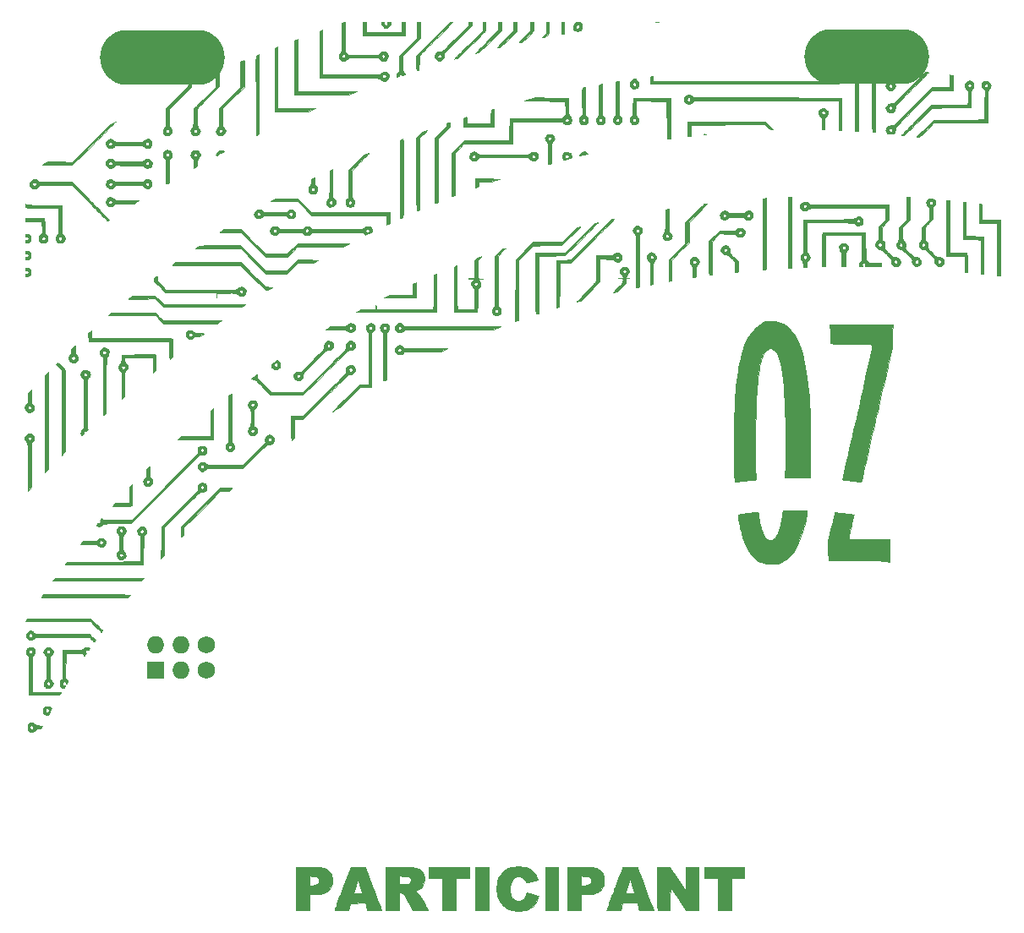
<source format=gbr>
G04 #@! TF.GenerationSoftware,KiCad,Pcbnew,(5.1.10)-1*
G04 #@! TF.CreationDate,2021-09-04T12:13:34-05:00*
G04 #@! TF.ProjectId,OzSec 2021 - Over the Rainbow v2_00(Svg2Shenzen),4f7a5365-6320-4323-9032-31202d204f76,rev?*
G04 #@! TF.SameCoordinates,Original*
G04 #@! TF.FileFunction,Copper,L1,Top*
G04 #@! TF.FilePolarity,Positive*
%FSLAX46Y46*%
G04 Gerber Fmt 4.6, Leading zero omitted, Abs format (unit mm)*
G04 Created by KiCad (PCBNEW (5.1.10)-1) date 2021-09-04 12:13:34*
%MOMM*%
%LPD*%
G01*
G04 APERTURE LIST*
G04 #@! TA.AperFunction,EtchedComponent*
%ADD10C,0.010000*%
G04 #@! TD*
G04 #@! TA.AperFunction,ComponentPad*
%ADD11C,1.727200*%
G04 #@! TD*
G04 #@! TA.AperFunction,ComponentPad*
%ADD12O,1.727200X1.727200*%
G04 #@! TD*
G04 #@! TA.AperFunction,ComponentPad*
%ADD13R,1.727200X1.727200*%
G04 #@! TD*
G04 #@! TA.AperFunction,ComponentPad*
%ADD14O,12.500000X5.500000*%
G04 #@! TD*
G04 APERTURE END LIST*
D10*
G04 #@! TO.C,G\u002A\u002A\u002A*
G36*
X150341421Y-46259348D02*
G01*
X150385416Y-46262816D01*
X150387213Y-46268458D01*
X150346847Y-46276161D01*
X150264352Y-46285809D01*
X150246375Y-46287612D01*
X150161128Y-46292919D01*
X150113402Y-46288585D01*
X150103500Y-46279923D01*
X150123315Y-46268450D01*
X150177531Y-46260824D01*
X150255195Y-46258167D01*
X150341421Y-46259348D01*
G37*
X150341421Y-46259348D02*
X150385416Y-46262816D01*
X150387213Y-46268458D01*
X150346847Y-46276161D01*
X150264352Y-46285809D01*
X150246375Y-46287612D01*
X150161128Y-46292919D01*
X150113402Y-46288585D01*
X150103500Y-46279923D01*
X150123315Y-46268450D01*
X150177531Y-46260824D01*
X150255195Y-46258167D01*
X150341421Y-46259348D01*
G36*
X122914925Y-46308101D02*
G01*
X122894180Y-46363000D01*
X122897003Y-46398059D01*
X122938384Y-46473254D01*
X122999372Y-46543519D01*
X123065401Y-46592710D01*
X123077992Y-46598625D01*
X123119016Y-46612902D01*
X123148551Y-46609436D01*
X123180689Y-46582739D01*
X123213550Y-46545822D01*
X123274771Y-46456453D01*
X123299615Y-46374071D01*
X123286751Y-46303216D01*
X123285465Y-46300745D01*
X123274960Y-46277355D01*
X123280198Y-46264564D01*
X123308925Y-46259907D01*
X123368889Y-46260918D01*
X123405764Y-46262462D01*
X123549917Y-46268750D01*
X123556823Y-46364000D01*
X123547588Y-46501095D01*
X123502140Y-46622121D01*
X123425080Y-46722246D01*
X123321012Y-46796636D01*
X123194537Y-46840460D01*
X123093686Y-46850369D01*
X123006496Y-46844453D01*
X122935121Y-46821100D01*
X122879315Y-46789441D01*
X122789368Y-46708944D01*
X122718459Y-46597558D01*
X122671448Y-46464281D01*
X122656681Y-46377056D01*
X122644411Y-46258167D01*
X122947643Y-46258167D01*
X122914925Y-46308101D01*
G37*
X122914925Y-46308101D02*
X122894180Y-46363000D01*
X122897003Y-46398059D01*
X122938384Y-46473254D01*
X122999372Y-46543519D01*
X123065401Y-46592710D01*
X123077992Y-46598625D01*
X123119016Y-46612902D01*
X123148551Y-46609436D01*
X123180689Y-46582739D01*
X123213550Y-46545822D01*
X123274771Y-46456453D01*
X123299615Y-46374071D01*
X123286751Y-46303216D01*
X123285465Y-46300745D01*
X123274960Y-46277355D01*
X123280198Y-46264564D01*
X123308925Y-46259907D01*
X123368889Y-46260918D01*
X123405764Y-46262462D01*
X123549917Y-46268750D01*
X123556823Y-46364000D01*
X123547588Y-46501095D01*
X123502140Y-46622121D01*
X123425080Y-46722246D01*
X123321012Y-46796636D01*
X123194537Y-46840460D01*
X123093686Y-46850369D01*
X123006496Y-46844453D01*
X122935121Y-46821100D01*
X122879315Y-46789441D01*
X122789368Y-46708944D01*
X122718459Y-46597558D01*
X122671448Y-46464281D01*
X122656681Y-46377056D01*
X122644411Y-46258167D01*
X122947643Y-46258167D01*
X122914925Y-46308101D01*
G36*
X142607871Y-46375736D02*
G01*
X142691980Y-46484218D01*
X142739953Y-46590676D01*
X142755826Y-46706442D01*
X142752092Y-46780598D01*
X142726692Y-46909159D01*
X142677992Y-47006785D01*
X142602307Y-47080059D01*
X142574412Y-47097912D01*
X142471341Y-47139578D01*
X142348539Y-47161314D01*
X142224040Y-47161517D01*
X142115989Y-47138624D01*
X142000161Y-47074912D01*
X141915131Y-46983532D01*
X141863712Y-46868580D01*
X141848500Y-46749267D01*
X141859130Y-46678780D01*
X142096267Y-46678780D01*
X142097741Y-46742356D01*
X142100659Y-46750742D01*
X142127104Y-46797502D01*
X142169938Y-46852430D01*
X142218924Y-46904563D01*
X142263819Y-46942936D01*
X142292993Y-46956667D01*
X142321165Y-46942621D01*
X142367354Y-46906124D01*
X142412202Y-46864202D01*
X142478720Y-46784145D01*
X142505659Y-46714337D01*
X142493389Y-46651026D01*
X142442283Y-46590461D01*
X142439543Y-46588132D01*
X142386095Y-46549881D01*
X142337611Y-46536781D01*
X142279620Y-46547939D01*
X142215333Y-46574332D01*
X142135206Y-46623170D01*
X142096267Y-46678780D01*
X141859130Y-46678780D01*
X141866205Y-46631874D01*
X141920441Y-46508761D01*
X142012891Y-46376258D01*
X142027607Y-46358386D01*
X142111465Y-46258167D01*
X142500419Y-46258167D01*
X142607871Y-46375736D01*
G37*
X142607871Y-46375736D02*
X142691980Y-46484218D01*
X142739953Y-46590676D01*
X142755826Y-46706442D01*
X142752092Y-46780598D01*
X142726692Y-46909159D01*
X142677992Y-47006785D01*
X142602307Y-47080059D01*
X142574412Y-47097912D01*
X142471341Y-47139578D01*
X142348539Y-47161314D01*
X142224040Y-47161517D01*
X142115989Y-47138624D01*
X142000161Y-47074912D01*
X141915131Y-46983532D01*
X141863712Y-46868580D01*
X141848500Y-46749267D01*
X141859130Y-46678780D01*
X142096267Y-46678780D01*
X142097741Y-46742356D01*
X142100659Y-46750742D01*
X142127104Y-46797502D01*
X142169938Y-46852430D01*
X142218924Y-46904563D01*
X142263819Y-46942936D01*
X142292993Y-46956667D01*
X142321165Y-46942621D01*
X142367354Y-46906124D01*
X142412202Y-46864202D01*
X142478720Y-46784145D01*
X142505659Y-46714337D01*
X142493389Y-46651026D01*
X142442283Y-46590461D01*
X142439543Y-46588132D01*
X142386095Y-46549881D01*
X142337611Y-46536781D01*
X142279620Y-46547939D01*
X142215333Y-46574332D01*
X142135206Y-46623170D01*
X142096267Y-46678780D01*
X141859130Y-46678780D01*
X141866205Y-46631874D01*
X141920441Y-46508761D01*
X142012891Y-46376258D01*
X142027607Y-46358386D01*
X142111465Y-46258167D01*
X142500419Y-46258167D01*
X142607871Y-46375736D01*
G36*
X140959500Y-47400360D02*
G01*
X140911875Y-47411647D01*
X140862148Y-47422253D01*
X140792853Y-47435709D01*
X140763709Y-47441067D01*
X140663167Y-47459201D01*
X140663167Y-46258167D01*
X140959500Y-46258167D01*
X140959500Y-47400360D01*
G37*
X140959500Y-47400360D02*
X140911875Y-47411647D01*
X140862148Y-47422253D01*
X140792853Y-47435709D01*
X140763709Y-47441067D01*
X140663167Y-47459201D01*
X140663167Y-46258167D01*
X140959500Y-46258167D01*
X140959500Y-47400360D01*
G36*
X121115750Y-47305917D02*
G01*
X124703500Y-47316739D01*
X124703500Y-46258167D01*
X125021000Y-46258167D01*
X125021000Y-47655167D01*
X120787667Y-47655167D01*
X120787434Y-47036042D01*
X120786932Y-46874186D01*
X120785628Y-46722601D01*
X120783640Y-46587459D01*
X120781087Y-46474934D01*
X120778085Y-46391199D01*
X120774755Y-46342427D01*
X120774081Y-46337542D01*
X120760961Y-46258167D01*
X120938356Y-46258158D01*
X121115750Y-46258150D01*
X121115750Y-47305917D01*
G37*
X121115750Y-47305917D02*
X124703500Y-47316739D01*
X124703500Y-46258167D01*
X125021000Y-46258167D01*
X125021000Y-47655167D01*
X120787667Y-47655167D01*
X120787434Y-47036042D01*
X120786932Y-46874186D01*
X120785628Y-46722601D01*
X120783640Y-46587459D01*
X120781087Y-46474934D01*
X120778085Y-46391199D01*
X120774755Y-46342427D01*
X120774081Y-46337542D01*
X120760961Y-46258167D01*
X120938356Y-46258158D01*
X121115750Y-46258150D01*
X121115750Y-47305917D01*
G36*
X139450120Y-46823295D02*
G01*
X139436816Y-47388424D01*
X139253619Y-47572474D01*
X139175135Y-47650369D01*
X139117382Y-47703581D01*
X139071701Y-47737897D01*
X139029431Y-47759100D01*
X138981911Y-47772975D01*
X138940752Y-47781451D01*
X138862185Y-47796777D01*
X138793223Y-47810607D01*
X138758167Y-47817939D01*
X138743991Y-47815441D01*
X138751939Y-47795335D01*
X138784273Y-47754746D01*
X138843257Y-47690801D01*
X138922209Y-47609680D01*
X139139167Y-47389861D01*
X139139167Y-46258167D01*
X139463425Y-46258167D01*
X139450120Y-46823295D01*
G37*
X139450120Y-46823295D02*
X139436816Y-47388424D01*
X139253619Y-47572474D01*
X139175135Y-47650369D01*
X139117382Y-47703581D01*
X139071701Y-47737897D01*
X139029431Y-47759100D01*
X138981911Y-47772975D01*
X138940752Y-47781451D01*
X138862185Y-47796777D01*
X138793223Y-47810607D01*
X138758167Y-47817939D01*
X138743991Y-47815441D01*
X138751939Y-47795335D01*
X138784273Y-47754746D01*
X138843257Y-47690801D01*
X138922209Y-47609680D01*
X139139167Y-47389861D01*
X139139167Y-46258167D01*
X139463425Y-46258167D01*
X139450120Y-46823295D01*
G36*
X137932667Y-47094544D02*
G01*
X137366459Y-47659952D01*
X136800250Y-48225359D01*
X136652084Y-48258750D01*
X136572959Y-48276943D01*
X136506692Y-48292825D01*
X136467358Y-48303021D01*
X136466875Y-48303164D01*
X136436129Y-48304567D01*
X136429834Y-48296741D01*
X136444316Y-48278402D01*
X136485609Y-48233562D01*
X136550483Y-48165547D01*
X136635707Y-48077683D01*
X136738051Y-47973295D01*
X136854284Y-47855709D01*
X136981176Y-47728250D01*
X137011917Y-47697500D01*
X137594000Y-47115705D01*
X137594000Y-46258167D01*
X137932667Y-46258167D01*
X137932667Y-47094544D01*
G37*
X137932667Y-47094544D02*
X137366459Y-47659952D01*
X136800250Y-48225359D01*
X136652084Y-48258750D01*
X136572959Y-48276943D01*
X136506692Y-48292825D01*
X136467358Y-48303021D01*
X136466875Y-48303164D01*
X136436129Y-48304567D01*
X136429834Y-48296741D01*
X136444316Y-48278402D01*
X136485609Y-48233562D01*
X136550483Y-48165547D01*
X136635707Y-48077683D01*
X136738051Y-47973295D01*
X136854284Y-47855709D01*
X136981176Y-47728250D01*
X137011917Y-47697500D01*
X137594000Y-47115705D01*
X137594000Y-46258167D01*
X137932667Y-46258167D01*
X137932667Y-47094544D01*
G36*
X136197000Y-47157962D02*
G01*
X135408542Y-47943715D01*
X134620084Y-48729467D01*
X134435641Y-48774400D01*
X134351881Y-48794389D01*
X134284022Y-48809806D01*
X134242356Y-48818347D01*
X134234914Y-48819334D01*
X134246389Y-48804834D01*
X134285234Y-48763113D01*
X134348839Y-48696835D01*
X134434592Y-48608666D01*
X134539885Y-48501271D01*
X134662105Y-48377316D01*
X134798642Y-48239465D01*
X134946885Y-48090384D01*
X135059648Y-47977343D01*
X135900667Y-47135353D01*
X135900667Y-46258167D01*
X136197000Y-46258167D01*
X136197000Y-47157962D01*
G37*
X136197000Y-47157962D02*
X135408542Y-47943715D01*
X134620084Y-48729467D01*
X134435641Y-48774400D01*
X134351881Y-48794389D01*
X134284022Y-48809806D01*
X134242356Y-48818347D01*
X134234914Y-48819334D01*
X134246389Y-48804834D01*
X134285234Y-48763113D01*
X134348839Y-48696835D01*
X134434592Y-48608666D01*
X134539885Y-48501271D01*
X134662105Y-48377316D01*
X134798642Y-48239465D01*
X134946885Y-48090384D01*
X135059648Y-47977343D01*
X135900667Y-47135353D01*
X135900667Y-46258167D01*
X136197000Y-46258167D01*
X136197000Y-47157962D01*
G36*
X134673000Y-47073236D02*
G01*
X133577371Y-48168713D01*
X132481742Y-49264191D01*
X132284677Y-49316929D01*
X132198570Y-49339599D01*
X132128356Y-49357387D01*
X132083708Y-49367877D01*
X132073339Y-49369667D01*
X132085612Y-49355104D01*
X132125586Y-49312951D01*
X132190983Y-49245513D01*
X132279531Y-49155094D01*
X132388953Y-49043999D01*
X132516975Y-48914531D01*
X132661322Y-48768995D01*
X132819719Y-48609696D01*
X132989891Y-48438937D01*
X133169564Y-48259024D01*
X133186116Y-48242468D01*
X134313167Y-47115270D01*
X134313167Y-46258167D01*
X134673000Y-46258167D01*
X134673000Y-47073236D01*
G37*
X134673000Y-47073236D02*
X133577371Y-48168713D01*
X132481742Y-49264191D01*
X132284677Y-49316929D01*
X132198570Y-49339599D01*
X132128356Y-49357387D01*
X132083708Y-49367877D01*
X132073339Y-49369667D01*
X132085612Y-49355104D01*
X132125586Y-49312951D01*
X132190983Y-49245513D01*
X132279531Y-49155094D01*
X132388953Y-49043999D01*
X132516975Y-48914531D01*
X132661322Y-48768995D01*
X132819719Y-48609696D01*
X132989891Y-48438937D01*
X133169564Y-48259024D01*
X133186116Y-48242468D01*
X134313167Y-47115270D01*
X134313167Y-46258167D01*
X134673000Y-46258167D01*
X134673000Y-47073236D01*
G36*
X133058785Y-47115417D02*
G01*
X132973408Y-47210667D01*
X132945571Y-47240225D01*
X132890366Y-47297472D01*
X132810174Y-47379976D01*
X132707376Y-47485309D01*
X132584354Y-47611039D01*
X132443489Y-47754737D01*
X132287163Y-47913973D01*
X132117755Y-48086317D01*
X131937648Y-48269338D01*
X131749224Y-48460607D01*
X131643958Y-48567374D01*
X130399884Y-49828831D01*
X130192234Y-49887728D01*
X130101449Y-49913628D01*
X130023962Y-49936013D01*
X129970147Y-49951870D01*
X129952834Y-49957230D01*
X129962900Y-49944138D01*
X130000939Y-49903147D01*
X130064966Y-49836274D01*
X130153001Y-49745533D01*
X130263060Y-49632941D01*
X130393163Y-49500513D01*
X130541326Y-49350265D01*
X130705567Y-49184213D01*
X130883904Y-49004372D01*
X131074355Y-48812760D01*
X131274938Y-48611390D01*
X131365709Y-48520402D01*
X132810334Y-47072968D01*
X132810334Y-46258167D01*
X133089217Y-46258167D01*
X133058785Y-47115417D01*
G37*
X133058785Y-47115417D02*
X132973408Y-47210667D01*
X132945571Y-47240225D01*
X132890366Y-47297472D01*
X132810174Y-47379976D01*
X132707376Y-47485309D01*
X132584354Y-47611039D01*
X132443489Y-47754737D01*
X132287163Y-47913973D01*
X132117755Y-48086317D01*
X131937648Y-48269338D01*
X131749224Y-48460607D01*
X131643958Y-48567374D01*
X130399884Y-49828831D01*
X130192234Y-49887728D01*
X130101449Y-49913628D01*
X130023962Y-49936013D01*
X129970147Y-49951870D01*
X129952834Y-49957230D01*
X129962900Y-49944138D01*
X130000939Y-49903147D01*
X130064966Y-49836274D01*
X130153001Y-49745533D01*
X130263060Y-49632941D01*
X130393163Y-49500513D01*
X130541326Y-49350265D01*
X130705567Y-49184213D01*
X130883904Y-49004372D01*
X131074355Y-48812760D01*
X131274938Y-48611390D01*
X131365709Y-48520402D01*
X132810334Y-47072968D01*
X132810334Y-46258167D01*
X133089217Y-46258167D01*
X133058785Y-47115417D01*
G36*
X131688500Y-46607538D02*
G01*
X128913868Y-49380250D01*
X128927814Y-49582912D01*
X128933308Y-49686337D01*
X128932394Y-49758354D01*
X128924301Y-49809512D01*
X128908259Y-49850359D01*
X128908257Y-49850364D01*
X128856807Y-49922934D01*
X128780753Y-49997810D01*
X128690547Y-50067640D01*
X128596641Y-50125070D01*
X128509488Y-50162745D01*
X128448609Y-50173745D01*
X128400334Y-50163274D01*
X128335705Y-50136946D01*
X128301834Y-50119255D01*
X128164940Y-50024222D01*
X128066079Y-49918298D01*
X128005975Y-49804342D01*
X127991063Y-49718174D01*
X128287831Y-49718174D01*
X128304015Y-49779097D01*
X128329884Y-49823608D01*
X128336225Y-49829299D01*
X128391126Y-49850125D01*
X128463933Y-49855576D01*
X128532851Y-49844968D01*
X128554322Y-49836142D01*
X128604005Y-49788184D01*
X128627977Y-49720205D01*
X128626950Y-49645259D01*
X128601637Y-49576400D01*
X128552750Y-49526680D01*
X128537001Y-49518800D01*
X128454253Y-49503962D01*
X128380039Y-49524867D01*
X128322595Y-49574927D01*
X128290154Y-49647553D01*
X128287831Y-49718174D01*
X127991063Y-49718174D01*
X127985358Y-49685211D01*
X128004954Y-49563762D01*
X128065491Y-49442851D01*
X128113796Y-49380680D01*
X128198649Y-49302378D01*
X128295046Y-49252506D01*
X128412849Y-49227182D01*
X128516695Y-49221965D01*
X128599121Y-49220673D01*
X128656274Y-49213842D01*
X128703775Y-49196177D01*
X128757247Y-49162380D01*
X128813028Y-49121504D01*
X128848937Y-49091037D01*
X128912212Y-49033095D01*
X129000301Y-48950154D01*
X129110653Y-48844690D01*
X129240715Y-48719177D01*
X129387935Y-48576090D01*
X129549761Y-48417906D01*
X129723641Y-48247100D01*
X129907022Y-48066147D01*
X130097354Y-47877522D01*
X130169792Y-47805521D01*
X131392167Y-46589535D01*
X131392167Y-46258167D01*
X131688500Y-46258167D01*
X131688500Y-46607538D01*
G37*
X131688500Y-46607538D02*
X128913868Y-49380250D01*
X128927814Y-49582912D01*
X128933308Y-49686337D01*
X128932394Y-49758354D01*
X128924301Y-49809512D01*
X128908259Y-49850359D01*
X128908257Y-49850364D01*
X128856807Y-49922934D01*
X128780753Y-49997810D01*
X128690547Y-50067640D01*
X128596641Y-50125070D01*
X128509488Y-50162745D01*
X128448609Y-50173745D01*
X128400334Y-50163274D01*
X128335705Y-50136946D01*
X128301834Y-50119255D01*
X128164940Y-50024222D01*
X128066079Y-49918298D01*
X128005975Y-49804342D01*
X127991063Y-49718174D01*
X128287831Y-49718174D01*
X128304015Y-49779097D01*
X128329884Y-49823608D01*
X128336225Y-49829299D01*
X128391126Y-49850125D01*
X128463933Y-49855576D01*
X128532851Y-49844968D01*
X128554322Y-49836142D01*
X128604005Y-49788184D01*
X128627977Y-49720205D01*
X128626950Y-49645259D01*
X128601637Y-49576400D01*
X128552750Y-49526680D01*
X128537001Y-49518800D01*
X128454253Y-49503962D01*
X128380039Y-49524867D01*
X128322595Y-49574927D01*
X128290154Y-49647553D01*
X128287831Y-49718174D01*
X127991063Y-49718174D01*
X127985358Y-49685211D01*
X128004954Y-49563762D01*
X128065491Y-49442851D01*
X128113796Y-49380680D01*
X128198649Y-49302378D01*
X128295046Y-49252506D01*
X128412849Y-49227182D01*
X128516695Y-49221965D01*
X128599121Y-49220673D01*
X128656274Y-49213842D01*
X128703775Y-49196177D01*
X128757247Y-49162380D01*
X128813028Y-49121504D01*
X128848937Y-49091037D01*
X128912212Y-49033095D01*
X129000301Y-48950154D01*
X129110653Y-48844690D01*
X129240715Y-48719177D01*
X129387935Y-48576090D01*
X129549761Y-48417906D01*
X129723641Y-48247100D01*
X129907022Y-48066147D01*
X130097354Y-47877522D01*
X130169792Y-47805521D01*
X131392167Y-46589535D01*
X131392167Y-46258167D01*
X131688500Y-46258167D01*
X131688500Y-46607538D01*
G36*
X119009667Y-49194399D02*
G01*
X119198187Y-49366700D01*
X119386707Y-49539000D01*
X122349732Y-49539000D01*
X122489035Y-49412758D01*
X122604546Y-49315575D01*
X122703511Y-49250757D01*
X122792952Y-49215499D01*
X122879887Y-49207000D01*
X122967981Y-49221540D01*
X123050709Y-49259119D01*
X123139003Y-49323643D01*
X123220045Y-49403923D01*
X123281020Y-49488770D01*
X123287118Y-49500164D01*
X123323728Y-49615782D01*
X123320175Y-49735834D01*
X123277696Y-49855917D01*
X123197529Y-49971627D01*
X123137660Y-50031953D01*
X123031460Y-50112836D01*
X122930970Y-50156183D01*
X122831124Y-50161754D01*
X122726855Y-50129309D01*
X122613093Y-50058609D01*
X122545272Y-50003872D01*
X122479052Y-49945836D01*
X122425274Y-49896760D01*
X122392028Y-49864115D01*
X122385861Y-49856680D01*
X122361713Y-49852017D01*
X122295658Y-49847915D01*
X122188118Y-49844380D01*
X122039517Y-49841417D01*
X121850277Y-49839033D01*
X121620821Y-49837234D01*
X121351572Y-49836026D01*
X121042953Y-49835414D01*
X120868490Y-49835334D01*
X119364311Y-49835334D01*
X119228890Y-49962014D01*
X119158994Y-50024396D01*
X119092610Y-50078513D01*
X119041351Y-50115040D01*
X119030766Y-50121118D01*
X118917261Y-50159393D01*
X118800233Y-50162944D01*
X118701874Y-50135373D01*
X118603425Y-50068748D01*
X118516199Y-49971328D01*
X118448254Y-49854535D01*
X118407652Y-49729789D01*
X118404976Y-49714678D01*
X118404755Y-49708864D01*
X118692167Y-49708864D01*
X118707865Y-49785229D01*
X118755280Y-49833913D01*
X118834896Y-49855330D01*
X118864674Y-49856500D01*
X118931401Y-49846313D01*
X118979652Y-49809621D01*
X118986964Y-49800729D01*
X119024785Y-49723160D01*
X119027071Y-49640708D01*
X119011292Y-49604916D01*
X122696681Y-49604916D01*
X122698044Y-49677885D01*
X122715204Y-49758274D01*
X122749336Y-49813590D01*
X122765848Y-49829343D01*
X122830704Y-49869576D01*
X122890908Y-49870191D01*
X122953761Y-49830703D01*
X122969462Y-49815795D01*
X123019782Y-49741498D01*
X123028677Y-49663177D01*
X122995848Y-49584892D01*
X122987464Y-49573605D01*
X122946977Y-49535322D01*
X122895040Y-49519670D01*
X122853926Y-49517834D01*
X122768673Y-49525668D01*
X122718051Y-49552854D01*
X122696681Y-49604916D01*
X119011292Y-49604916D01*
X118994233Y-49566222D01*
X118978879Y-49548621D01*
X118916903Y-49505933D01*
X118849210Y-49501214D01*
X118778347Y-49527634D01*
X118728974Y-49561579D01*
X118702462Y-49606952D01*
X118692732Y-49676538D01*
X118692167Y-49708864D01*
X118404755Y-49708864D01*
X118400990Y-49609950D01*
X118426704Y-49512644D01*
X118485393Y-49415169D01*
X118578972Y-49311263D01*
X118715726Y-49177174D01*
X118711971Y-47766387D01*
X118708216Y-46355599D01*
X118811316Y-46320563D01*
X118881396Y-46296957D01*
X118941853Y-46276943D01*
X118962042Y-46270421D01*
X119009667Y-46255314D01*
X119009667Y-49194399D01*
G37*
X119009667Y-49194399D02*
X119198187Y-49366700D01*
X119386707Y-49539000D01*
X122349732Y-49539000D01*
X122489035Y-49412758D01*
X122604546Y-49315575D01*
X122703511Y-49250757D01*
X122792952Y-49215499D01*
X122879887Y-49207000D01*
X122967981Y-49221540D01*
X123050709Y-49259119D01*
X123139003Y-49323643D01*
X123220045Y-49403923D01*
X123281020Y-49488770D01*
X123287118Y-49500164D01*
X123323728Y-49615782D01*
X123320175Y-49735834D01*
X123277696Y-49855917D01*
X123197529Y-49971627D01*
X123137660Y-50031953D01*
X123031460Y-50112836D01*
X122930970Y-50156183D01*
X122831124Y-50161754D01*
X122726855Y-50129309D01*
X122613093Y-50058609D01*
X122545272Y-50003872D01*
X122479052Y-49945836D01*
X122425274Y-49896760D01*
X122392028Y-49864115D01*
X122385861Y-49856680D01*
X122361713Y-49852017D01*
X122295658Y-49847915D01*
X122188118Y-49844380D01*
X122039517Y-49841417D01*
X121850277Y-49839033D01*
X121620821Y-49837234D01*
X121351572Y-49836026D01*
X121042953Y-49835414D01*
X120868490Y-49835334D01*
X119364311Y-49835334D01*
X119228890Y-49962014D01*
X119158994Y-50024396D01*
X119092610Y-50078513D01*
X119041351Y-50115040D01*
X119030766Y-50121118D01*
X118917261Y-50159393D01*
X118800233Y-50162944D01*
X118701874Y-50135373D01*
X118603425Y-50068748D01*
X118516199Y-49971328D01*
X118448254Y-49854535D01*
X118407652Y-49729789D01*
X118404976Y-49714678D01*
X118404755Y-49708864D01*
X118692167Y-49708864D01*
X118707865Y-49785229D01*
X118755280Y-49833913D01*
X118834896Y-49855330D01*
X118864674Y-49856500D01*
X118931401Y-49846313D01*
X118979652Y-49809621D01*
X118986964Y-49800729D01*
X119024785Y-49723160D01*
X119027071Y-49640708D01*
X119011292Y-49604916D01*
X122696681Y-49604916D01*
X122698044Y-49677885D01*
X122715204Y-49758274D01*
X122749336Y-49813590D01*
X122765848Y-49829343D01*
X122830704Y-49869576D01*
X122890908Y-49870191D01*
X122953761Y-49830703D01*
X122969462Y-49815795D01*
X123019782Y-49741498D01*
X123028677Y-49663177D01*
X122995848Y-49584892D01*
X122987464Y-49573605D01*
X122946977Y-49535322D01*
X122895040Y-49519670D01*
X122853926Y-49517834D01*
X122768673Y-49525668D01*
X122718051Y-49552854D01*
X122696681Y-49604916D01*
X119011292Y-49604916D01*
X118994233Y-49566222D01*
X118978879Y-49548621D01*
X118916903Y-49505933D01*
X118849210Y-49501214D01*
X118778347Y-49527634D01*
X118728974Y-49561579D01*
X118702462Y-49606952D01*
X118692732Y-49676538D01*
X118692167Y-49708864D01*
X118404755Y-49708864D01*
X118400990Y-49609950D01*
X118426704Y-49512644D01*
X118485393Y-49415169D01*
X118578972Y-49311263D01*
X118715726Y-49177174D01*
X118711971Y-47766387D01*
X118708216Y-46355599D01*
X118811316Y-46320563D01*
X118881396Y-46296957D01*
X118941853Y-46276943D01*
X118962042Y-46270421D01*
X119009667Y-46255314D01*
X119009667Y-49194399D01*
G36*
X128395386Y-47660541D02*
G01*
X128109827Y-47947738D01*
X127852908Y-48206566D01*
X127623229Y-48438483D01*
X127419391Y-48644946D01*
X127239995Y-48827414D01*
X127083640Y-48987345D01*
X126948927Y-49126198D01*
X126834455Y-49245431D01*
X126738826Y-49346501D01*
X126660640Y-49430867D01*
X126598496Y-49499988D01*
X126550995Y-49555322D01*
X126516738Y-49598326D01*
X126494324Y-49630459D01*
X126482354Y-49653179D01*
X126482140Y-49653733D01*
X126474327Y-49693168D01*
X126465866Y-49768288D01*
X126457121Y-49872457D01*
X126448457Y-49999040D01*
X126440238Y-50141400D01*
X126432827Y-50292902D01*
X126426589Y-50446910D01*
X126421888Y-50596787D01*
X126419088Y-50735898D01*
X126418466Y-50814292D01*
X126416900Y-50906727D01*
X126413021Y-50981143D01*
X126407449Y-51028885D01*
X126402125Y-51042063D01*
X126374086Y-51047900D01*
X126320535Y-51062496D01*
X126286437Y-51072581D01*
X126186623Y-51102870D01*
X126176182Y-51035310D01*
X126173375Y-50997983D01*
X126170336Y-50924004D01*
X126167207Y-50819052D01*
X126164130Y-50688809D01*
X126161245Y-50538954D01*
X126158694Y-50375166D01*
X126157556Y-50287098D01*
X126149371Y-49606447D01*
X129497849Y-46258167D01*
X129790689Y-46258167D01*
X128395386Y-47660541D01*
G37*
X128395386Y-47660541D02*
X128109827Y-47947738D01*
X127852908Y-48206566D01*
X127623229Y-48438483D01*
X127419391Y-48644946D01*
X127239995Y-48827414D01*
X127083640Y-48987345D01*
X126948927Y-49126198D01*
X126834455Y-49245431D01*
X126738826Y-49346501D01*
X126660640Y-49430867D01*
X126598496Y-49499988D01*
X126550995Y-49555322D01*
X126516738Y-49598326D01*
X126494324Y-49630459D01*
X126482354Y-49653179D01*
X126482140Y-49653733D01*
X126474327Y-49693168D01*
X126465866Y-49768288D01*
X126457121Y-49872457D01*
X126448457Y-49999040D01*
X126440238Y-50141400D01*
X126432827Y-50292902D01*
X126426589Y-50446910D01*
X126421888Y-50596787D01*
X126419088Y-50735898D01*
X126418466Y-50814292D01*
X126416900Y-50906727D01*
X126413021Y-50981143D01*
X126407449Y-51028885D01*
X126402125Y-51042063D01*
X126374086Y-51047900D01*
X126320535Y-51062496D01*
X126286437Y-51072581D01*
X126186623Y-51102870D01*
X126176182Y-51035310D01*
X126173375Y-50997983D01*
X126170336Y-50924004D01*
X126167207Y-50819052D01*
X126164130Y-50688809D01*
X126161245Y-50538954D01*
X126158694Y-50375166D01*
X126157556Y-50287098D01*
X126149371Y-49606447D01*
X129497849Y-46258167D01*
X129790689Y-46258167D01*
X128395386Y-47660541D01*
G36*
X126523834Y-47849290D02*
G01*
X124785874Y-49613084D01*
X124792312Y-50375084D01*
X124794010Y-50580328D01*
X124795788Y-50747990D01*
X124798389Y-50882814D01*
X124802556Y-50989547D01*
X124809033Y-51072934D01*
X124818563Y-51137720D01*
X124831890Y-51188651D01*
X124849758Y-51230472D01*
X124872908Y-51267929D01*
X124902086Y-51305767D01*
X124938034Y-51348732D01*
X124946409Y-51358726D01*
X124986965Y-51412322D01*
X125011522Y-51454749D01*
X125015262Y-51471797D01*
X124992634Y-51490209D01*
X124942080Y-51514451D01*
X124896634Y-51531553D01*
X124829933Y-51551995D01*
X124778368Y-51558666D01*
X124722180Y-51552028D01*
X124659386Y-51537132D01*
X124564645Y-51517650D01*
X124501229Y-51518400D01*
X124462185Y-51541540D01*
X124440556Y-51589229D01*
X124436876Y-51606183D01*
X124412592Y-51664152D01*
X124360883Y-51707527D01*
X124276023Y-51740104D01*
X124212655Y-51754894D01*
X124147393Y-51767947D01*
X124162879Y-51664678D01*
X124206854Y-51510892D01*
X124288842Y-51370239D01*
X124307927Y-51346285D01*
X124341459Y-51305897D01*
X124368719Y-51269949D01*
X124390356Y-51233708D01*
X124407020Y-51192445D01*
X124419359Y-51141427D01*
X124428022Y-51075925D01*
X124433659Y-50991206D01*
X124436918Y-50882540D01*
X124438448Y-50745195D01*
X124438898Y-50574442D01*
X124438917Y-50391388D01*
X124438917Y-49645692D01*
X125333209Y-48736829D01*
X126227500Y-47827966D01*
X126227500Y-46258167D01*
X126523834Y-46258167D01*
X126523834Y-47849290D01*
G37*
X126523834Y-47849290D02*
X124785874Y-49613084D01*
X124792312Y-50375084D01*
X124794010Y-50580328D01*
X124795788Y-50747990D01*
X124798389Y-50882814D01*
X124802556Y-50989547D01*
X124809033Y-51072934D01*
X124818563Y-51137720D01*
X124831890Y-51188651D01*
X124849758Y-51230472D01*
X124872908Y-51267929D01*
X124902086Y-51305767D01*
X124938034Y-51348732D01*
X124946409Y-51358726D01*
X124986965Y-51412322D01*
X125011522Y-51454749D01*
X125015262Y-51471797D01*
X124992634Y-51490209D01*
X124942080Y-51514451D01*
X124896634Y-51531553D01*
X124829933Y-51551995D01*
X124778368Y-51558666D01*
X124722180Y-51552028D01*
X124659386Y-51537132D01*
X124564645Y-51517650D01*
X124501229Y-51518400D01*
X124462185Y-51541540D01*
X124440556Y-51589229D01*
X124436876Y-51606183D01*
X124412592Y-51664152D01*
X124360883Y-51707527D01*
X124276023Y-51740104D01*
X124212655Y-51754894D01*
X124147393Y-51767947D01*
X124162879Y-51664678D01*
X124206854Y-51510892D01*
X124288842Y-51370239D01*
X124307927Y-51346285D01*
X124341459Y-51305897D01*
X124368719Y-51269949D01*
X124390356Y-51233708D01*
X124407020Y-51192445D01*
X124419359Y-51141427D01*
X124428022Y-51075925D01*
X124433659Y-50991206D01*
X124436918Y-50882540D01*
X124438448Y-50745195D01*
X124438898Y-50574442D01*
X124438917Y-50391388D01*
X124438917Y-49645692D01*
X125333209Y-48736829D01*
X126227500Y-47827966D01*
X126227500Y-46258167D01*
X126523834Y-46258167D01*
X126523834Y-47849290D01*
G36*
X175513460Y-51115262D02*
G01*
X175613078Y-51123202D01*
X175680614Y-51132291D01*
X175726288Y-51145199D01*
X175760325Y-51164599D01*
X175785897Y-51186449D01*
X175862166Y-51279607D01*
X175919242Y-51392090D01*
X175953030Y-51511409D01*
X175959433Y-51625076D01*
X175948941Y-51683644D01*
X175909715Y-51773507D01*
X175845879Y-51849581D01*
X175750915Y-51918281D01*
X175662847Y-51965215D01*
X175572028Y-52006743D01*
X175505240Y-52028097D01*
X175449701Y-52029995D01*
X175392624Y-52013157D01*
X175331815Y-51983853D01*
X175237830Y-51920694D01*
X175148272Y-51835759D01*
X175073680Y-51741019D01*
X175024593Y-51648444D01*
X175017489Y-51626854D01*
X175009623Y-51579955D01*
X175313000Y-51579955D01*
X175328738Y-51662421D01*
X175374018Y-51715259D01*
X175445938Y-51735913D01*
X175487703Y-51733831D01*
X175550117Y-51719075D01*
X175597205Y-51696955D01*
X175603713Y-51691525D01*
X175625208Y-51647284D01*
X175634602Y-51580638D01*
X175632338Y-51507625D01*
X175618858Y-51444282D01*
X175595880Y-51407534D01*
X175529148Y-51381716D01*
X175457819Y-51389708D01*
X175391721Y-51425519D01*
X175340680Y-51483159D01*
X175314527Y-51556638D01*
X175313000Y-51579955D01*
X175009623Y-51579955D01*
X175003742Y-51544898D01*
X175013610Y-51468496D01*
X175050319Y-51389537D01*
X175117090Y-51299909D01*
X175171643Y-51239006D01*
X175301170Y-51100542D01*
X175513460Y-51115262D01*
G37*
X175513460Y-51115262D02*
X175613078Y-51123202D01*
X175680614Y-51132291D01*
X175726288Y-51145199D01*
X175760325Y-51164599D01*
X175785897Y-51186449D01*
X175862166Y-51279607D01*
X175919242Y-51392090D01*
X175953030Y-51511409D01*
X175959433Y-51625076D01*
X175948941Y-51683644D01*
X175909715Y-51773507D01*
X175845879Y-51849581D01*
X175750915Y-51918281D01*
X175662847Y-51965215D01*
X175572028Y-52006743D01*
X175505240Y-52028097D01*
X175449701Y-52029995D01*
X175392624Y-52013157D01*
X175331815Y-51983853D01*
X175237830Y-51920694D01*
X175148272Y-51835759D01*
X175073680Y-51741019D01*
X175024593Y-51648444D01*
X175017489Y-51626854D01*
X175009623Y-51579955D01*
X175313000Y-51579955D01*
X175328738Y-51662421D01*
X175374018Y-51715259D01*
X175445938Y-51735913D01*
X175487703Y-51733831D01*
X175550117Y-51719075D01*
X175597205Y-51696955D01*
X175603713Y-51691525D01*
X175625208Y-51647284D01*
X175634602Y-51580638D01*
X175632338Y-51507625D01*
X175618858Y-51444282D01*
X175595880Y-51407534D01*
X175529148Y-51381716D01*
X175457819Y-51389708D01*
X175391721Y-51425519D01*
X175340680Y-51483159D01*
X175314527Y-51556638D01*
X175313000Y-51579955D01*
X175009623Y-51579955D01*
X175003742Y-51544898D01*
X175013610Y-51468496D01*
X175050319Y-51389537D01*
X175117090Y-51299909D01*
X175171643Y-51239006D01*
X175301170Y-51100542D01*
X175513460Y-51115262D01*
G36*
X116751268Y-47083206D02*
G01*
X116753498Y-47143479D01*
X116755615Y-47240555D01*
X116757595Y-47371668D01*
X116759418Y-47534051D01*
X116761063Y-47724941D01*
X116762508Y-47941570D01*
X116763733Y-48181175D01*
X116764715Y-48440988D01*
X116765435Y-48718245D01*
X116765869Y-49010180D01*
X116766000Y-49285000D01*
X116766000Y-51507500D01*
X122464759Y-51507500D01*
X122589768Y-51391763D01*
X122712300Y-51297399D01*
X122835045Y-51239406D01*
X122953490Y-51219586D01*
X123009209Y-51224466D01*
X123144239Y-51267902D01*
X123252167Y-51342767D01*
X123330748Y-51446223D01*
X123377735Y-51575430D01*
X123391167Y-51707257D01*
X123375671Y-51831714D01*
X123326929Y-51938815D01*
X123241562Y-52034268D01*
X123161705Y-52094875D01*
X123066788Y-52151699D01*
X122987400Y-52179004D01*
X122909934Y-52177636D01*
X122820783Y-52148439D01*
X122759852Y-52119834D01*
X122681558Y-52073978D01*
X122609899Y-52020686D01*
X122567969Y-51979851D01*
X122539556Y-51946851D01*
X122513006Y-51924655D01*
X122478928Y-51910275D01*
X122427931Y-51900725D01*
X122350625Y-51893016D01*
X122276623Y-51887179D01*
X122227252Y-51884995D01*
X122138295Y-51882872D01*
X122012499Y-51880827D01*
X121852610Y-51878878D01*
X121661377Y-51877042D01*
X121441546Y-51875334D01*
X121195864Y-51873774D01*
X120927079Y-51872377D01*
X120637937Y-51871161D01*
X120331185Y-51870143D01*
X120009571Y-51869340D01*
X119675842Y-51868768D01*
X119332745Y-51868446D01*
X119258375Y-51868411D01*
X116469667Y-51867334D01*
X116469667Y-51670177D01*
X122743253Y-51670177D01*
X122759320Y-51746996D01*
X122815238Y-51820694D01*
X122823118Y-51828224D01*
X122885507Y-51874011D01*
X122942375Y-51883749D01*
X123002485Y-51856758D01*
X123056899Y-51810121D01*
X123117220Y-51734488D01*
X123136557Y-51666982D01*
X123115743Y-51609144D01*
X123055612Y-51562514D01*
X122956999Y-51528635D01*
X122898692Y-51517718D01*
X122798357Y-51502672D01*
X122765139Y-51582176D01*
X122743253Y-51670177D01*
X116469667Y-51670177D01*
X116469667Y-47151053D01*
X116600777Y-47106777D01*
X116670603Y-47084021D01*
X116724292Y-47068043D01*
X116748943Y-47062500D01*
X116751268Y-47083206D01*
G37*
X116751268Y-47083206D02*
X116753498Y-47143479D01*
X116755615Y-47240555D01*
X116757595Y-47371668D01*
X116759418Y-47534051D01*
X116761063Y-47724941D01*
X116762508Y-47941570D01*
X116763733Y-48181175D01*
X116764715Y-48440988D01*
X116765435Y-48718245D01*
X116765869Y-49010180D01*
X116766000Y-49285000D01*
X116766000Y-51507500D01*
X122464759Y-51507500D01*
X122589768Y-51391763D01*
X122712300Y-51297399D01*
X122835045Y-51239406D01*
X122953490Y-51219586D01*
X123009209Y-51224466D01*
X123144239Y-51267902D01*
X123252167Y-51342767D01*
X123330748Y-51446223D01*
X123377735Y-51575430D01*
X123391167Y-51707257D01*
X123375671Y-51831714D01*
X123326929Y-51938815D01*
X123241562Y-52034268D01*
X123161705Y-52094875D01*
X123066788Y-52151699D01*
X122987400Y-52179004D01*
X122909934Y-52177636D01*
X122820783Y-52148439D01*
X122759852Y-52119834D01*
X122681558Y-52073978D01*
X122609899Y-52020686D01*
X122567969Y-51979851D01*
X122539556Y-51946851D01*
X122513006Y-51924655D01*
X122478928Y-51910275D01*
X122427931Y-51900725D01*
X122350625Y-51893016D01*
X122276623Y-51887179D01*
X122227252Y-51884995D01*
X122138295Y-51882872D01*
X122012499Y-51880827D01*
X121852610Y-51878878D01*
X121661377Y-51877042D01*
X121441546Y-51875334D01*
X121195864Y-51873774D01*
X120927079Y-51872377D01*
X120637937Y-51871161D01*
X120331185Y-51870143D01*
X120009571Y-51869340D01*
X119675842Y-51868768D01*
X119332745Y-51868446D01*
X119258375Y-51868411D01*
X116469667Y-51867334D01*
X116469667Y-51670177D01*
X122743253Y-51670177D01*
X122759320Y-51746996D01*
X122815238Y-51820694D01*
X122823118Y-51828224D01*
X122885507Y-51874011D01*
X122942375Y-51883749D01*
X123002485Y-51856758D01*
X123056899Y-51810121D01*
X123117220Y-51734488D01*
X123136557Y-51666982D01*
X123115743Y-51609144D01*
X123055612Y-51562514D01*
X122956999Y-51528635D01*
X122898692Y-51517718D01*
X122798357Y-51502672D01*
X122765139Y-51582176D01*
X122743253Y-51670177D01*
X116469667Y-51670177D01*
X116469667Y-47151053D01*
X116600777Y-47106777D01*
X116670603Y-47084021D01*
X116724292Y-47068043D01*
X116748943Y-47062500D01*
X116751268Y-47083206D01*
G36*
X168223837Y-50709302D02*
G01*
X168298789Y-50714423D01*
X168304789Y-50715002D01*
X168455000Y-50729803D01*
X168455000Y-52481167D01*
X149574334Y-52481167D01*
X149574334Y-51721761D01*
X149674875Y-51708494D01*
X149753687Y-51697367D01*
X149806511Y-51692923D01*
X149838689Y-51701522D01*
X149855560Y-51729522D01*
X149862465Y-51783282D01*
X149864743Y-51869160D01*
X149866047Y-51936125D01*
X149872010Y-52184834D01*
X154501547Y-52184828D01*
X155022732Y-52184747D01*
X155578838Y-52184510D01*
X156164431Y-52184125D01*
X156774078Y-52183602D01*
X157402346Y-52182948D01*
X158043803Y-52182172D01*
X158693014Y-52181282D01*
X159344547Y-52180287D01*
X159992969Y-52179194D01*
X160632847Y-52178014D01*
X161258748Y-52176752D01*
X161865238Y-52175420D01*
X162446885Y-52174023D01*
X162998256Y-52172572D01*
X163513918Y-52171074D01*
X163621642Y-52170740D01*
X168112201Y-52156657D01*
X168119559Y-51442249D01*
X168121700Y-51272391D01*
X168124421Y-51116164D01*
X168127577Y-50978570D01*
X168131022Y-50864614D01*
X168134610Y-50779301D01*
X168138195Y-50727635D01*
X168140747Y-50714020D01*
X168167206Y-50709144D01*
X168223837Y-50709302D01*
G37*
X168223837Y-50709302D02*
X168298789Y-50714423D01*
X168304789Y-50715002D01*
X168455000Y-50729803D01*
X168455000Y-52481167D01*
X149574334Y-52481167D01*
X149574334Y-51721761D01*
X149674875Y-51708494D01*
X149753687Y-51697367D01*
X149806511Y-51692923D01*
X149838689Y-51701522D01*
X149855560Y-51729522D01*
X149862465Y-51783282D01*
X149864743Y-51869160D01*
X149866047Y-51936125D01*
X149872010Y-52184834D01*
X154501547Y-52184828D01*
X155022732Y-52184747D01*
X155578838Y-52184510D01*
X156164431Y-52184125D01*
X156774078Y-52183602D01*
X157402346Y-52182948D01*
X158043803Y-52182172D01*
X158693014Y-52181282D01*
X159344547Y-52180287D01*
X159992969Y-52179194D01*
X160632847Y-52178014D01*
X161258748Y-52176752D01*
X161865238Y-52175420D01*
X162446885Y-52174023D01*
X162998256Y-52172572D01*
X163513918Y-52171074D01*
X163621642Y-52170740D01*
X168112201Y-52156657D01*
X168119559Y-51442249D01*
X168121700Y-51272391D01*
X168124421Y-51116164D01*
X168127577Y-50978570D01*
X168131022Y-50864614D01*
X168134610Y-50779301D01*
X168138195Y-50727635D01*
X168140747Y-50714020D01*
X168167206Y-50709144D01*
X168223837Y-50709302D01*
G36*
X148110350Y-51942680D02*
G01*
X148113834Y-51958817D01*
X148129323Y-51990308D01*
X148168961Y-52034300D01*
X148200698Y-52062128D01*
X148265928Y-52125197D01*
X148326413Y-52200568D01*
X148343573Y-52227167D01*
X148372114Y-52281361D01*
X148389033Y-52333291D01*
X148397218Y-52397148D01*
X148399558Y-52487118D01*
X148399584Y-52502334D01*
X148397760Y-52597447D01*
X148390562Y-52663640D01*
X148375393Y-52714235D01*
X148349661Y-52762554D01*
X148348570Y-52764314D01*
X148277741Y-52840660D01*
X148178112Y-52896757D01*
X148059450Y-52929814D01*
X147931522Y-52937038D01*
X147811599Y-52917795D01*
X147697706Y-52868338D01*
X147612129Y-52789278D01*
X147561173Y-52703417D01*
X147531869Y-52602879D01*
X147522632Y-52484095D01*
X147524787Y-52461276D01*
X147771610Y-52461276D01*
X147776584Y-52504735D01*
X147807807Y-52556618D01*
X147866773Y-52624042D01*
X147929870Y-52676548D01*
X147988999Y-52691119D01*
X148051506Y-52671039D01*
X148103942Y-52621944D01*
X148138991Y-52548950D01*
X148149292Y-52469287D01*
X148146737Y-52448121D01*
X148123987Y-52393883D01*
X148081982Y-52337628D01*
X148032522Y-52292091D01*
X147987406Y-52270007D01*
X147981228Y-52269500D01*
X147940396Y-52283798D01*
X147886012Y-52319530D01*
X147832031Y-52365956D01*
X147792411Y-52412334D01*
X147789463Y-52417082D01*
X147771610Y-52461276D01*
X147524787Y-52461276D01*
X147533761Y-52366253D01*
X147554816Y-52292093D01*
X147586361Y-52238132D01*
X147638942Y-52172655D01*
X147704107Y-52103731D01*
X147773403Y-52039429D01*
X147838379Y-51987819D01*
X147890583Y-51956969D01*
X147911277Y-51951767D01*
X147961594Y-51948169D01*
X148026592Y-51939682D01*
X148034459Y-51938414D01*
X148087531Y-51933121D01*
X148110350Y-51942680D01*
G37*
X148110350Y-51942680D02*
X148113834Y-51958817D01*
X148129323Y-51990308D01*
X148168961Y-52034300D01*
X148200698Y-52062128D01*
X148265928Y-52125197D01*
X148326413Y-52200568D01*
X148343573Y-52227167D01*
X148372114Y-52281361D01*
X148389033Y-52333291D01*
X148397218Y-52397148D01*
X148399558Y-52487118D01*
X148399584Y-52502334D01*
X148397760Y-52597447D01*
X148390562Y-52663640D01*
X148375393Y-52714235D01*
X148349661Y-52762554D01*
X148348570Y-52764314D01*
X148277741Y-52840660D01*
X148178112Y-52896757D01*
X148059450Y-52929814D01*
X147931522Y-52937038D01*
X147811599Y-52917795D01*
X147697706Y-52868338D01*
X147612129Y-52789278D01*
X147561173Y-52703417D01*
X147531869Y-52602879D01*
X147522632Y-52484095D01*
X147524787Y-52461276D01*
X147771610Y-52461276D01*
X147776584Y-52504735D01*
X147807807Y-52556618D01*
X147866773Y-52624042D01*
X147929870Y-52676548D01*
X147988999Y-52691119D01*
X148051506Y-52671039D01*
X148103942Y-52621944D01*
X148138991Y-52548950D01*
X148149292Y-52469287D01*
X148146737Y-52448121D01*
X148123987Y-52393883D01*
X148081982Y-52337628D01*
X148032522Y-52292091D01*
X147987406Y-52270007D01*
X147981228Y-52269500D01*
X147940396Y-52283798D01*
X147886012Y-52319530D01*
X147832031Y-52365956D01*
X147792411Y-52412334D01*
X147789463Y-52417082D01*
X147771610Y-52461276D01*
X147524787Y-52461276D01*
X147533761Y-52366253D01*
X147554816Y-52292093D01*
X147586361Y-52238132D01*
X147638942Y-52172655D01*
X147704107Y-52103731D01*
X147773403Y-52039429D01*
X147838379Y-51987819D01*
X147890583Y-51956969D01*
X147911277Y-51951767D01*
X147961594Y-51948169D01*
X148026592Y-51939682D01*
X148034459Y-51938414D01*
X148087531Y-51933121D01*
X148110350Y-51942680D01*
G36*
X173552228Y-50959304D02*
G01*
X173619444Y-50964842D01*
X173680062Y-50970765D01*
X173810167Y-50984364D01*
X173810167Y-52168315D01*
X173919354Y-52287699D01*
X174019648Y-52413343D01*
X174081156Y-52529493D01*
X174105486Y-52639324D01*
X174106035Y-52656472D01*
X174090578Y-52759937D01*
X174048097Y-52867048D01*
X173986125Y-52964508D01*
X173912192Y-53039015D01*
X173876520Y-53061775D01*
X173808681Y-53084304D01*
X173715599Y-53099535D01*
X173613969Y-53105969D01*
X173520482Y-53102104D01*
X173486586Y-53096829D01*
X173391353Y-53055805D01*
X173300562Y-52973575D01*
X173215572Y-52851584D01*
X173169227Y-52746641D01*
X173160726Y-52677660D01*
X173458567Y-52677660D01*
X173479283Y-52760198D01*
X173514315Y-52810014D01*
X173556759Y-52846843D01*
X173601631Y-52858543D01*
X173651201Y-52854874D01*
X173725385Y-52832912D01*
X173772909Y-52797655D01*
X173802882Y-52730875D01*
X173807575Y-52646657D01*
X173786568Y-52561827D01*
X173779200Y-52546181D01*
X173729143Y-52483333D01*
X173666571Y-52460060D01*
X173594863Y-52476699D01*
X173530523Y-52521334D01*
X173475832Y-52594765D01*
X173458567Y-52677660D01*
X173160726Y-52677660D01*
X173156875Y-52646423D01*
X173179814Y-52546333D01*
X173239340Y-52441774D01*
X173336752Y-52328152D01*
X173373618Y-52291551D01*
X173471500Y-52197186D01*
X173471500Y-51577176D01*
X173471621Y-51398908D01*
X173472171Y-51258477D01*
X173473437Y-51151385D01*
X173475703Y-51073138D01*
X173479252Y-51019237D01*
X173484370Y-50985187D01*
X173491340Y-50966492D01*
X173500448Y-50958654D01*
X173510729Y-50957167D01*
X173552228Y-50959304D01*
G37*
X173552228Y-50959304D02*
X173619444Y-50964842D01*
X173680062Y-50970765D01*
X173810167Y-50984364D01*
X173810167Y-52168315D01*
X173919354Y-52287699D01*
X174019648Y-52413343D01*
X174081156Y-52529493D01*
X174105486Y-52639324D01*
X174106035Y-52656472D01*
X174090578Y-52759937D01*
X174048097Y-52867048D01*
X173986125Y-52964508D01*
X173912192Y-53039015D01*
X173876520Y-53061775D01*
X173808681Y-53084304D01*
X173715599Y-53099535D01*
X173613969Y-53105969D01*
X173520482Y-53102104D01*
X173486586Y-53096829D01*
X173391353Y-53055805D01*
X173300562Y-52973575D01*
X173215572Y-52851584D01*
X173169227Y-52746641D01*
X173160726Y-52677660D01*
X173458567Y-52677660D01*
X173479283Y-52760198D01*
X173514315Y-52810014D01*
X173556759Y-52846843D01*
X173601631Y-52858543D01*
X173651201Y-52854874D01*
X173725385Y-52832912D01*
X173772909Y-52797655D01*
X173802882Y-52730875D01*
X173807575Y-52646657D01*
X173786568Y-52561827D01*
X173779200Y-52546181D01*
X173729143Y-52483333D01*
X173666571Y-52460060D01*
X173594863Y-52476699D01*
X173530523Y-52521334D01*
X173475832Y-52594765D01*
X173458567Y-52677660D01*
X173160726Y-52677660D01*
X173156875Y-52646423D01*
X173179814Y-52546333D01*
X173239340Y-52441774D01*
X173336752Y-52328152D01*
X173373618Y-52291551D01*
X173471500Y-52197186D01*
X173471500Y-51577176D01*
X173471621Y-51398908D01*
X173472171Y-51258477D01*
X173473437Y-51151385D01*
X173475703Y-51073138D01*
X173479252Y-51019237D01*
X173484370Y-50985187D01*
X173491340Y-50966492D01*
X173500448Y-50958654D01*
X173510729Y-50957167D01*
X173552228Y-50959304D01*
G36*
X114277123Y-47993408D02*
G01*
X114278843Y-48053927D01*
X114280485Y-48151668D01*
X114282033Y-48284078D01*
X114283475Y-48448601D01*
X114284797Y-48642681D01*
X114285983Y-48863763D01*
X114287021Y-49109292D01*
X114287897Y-49376714D01*
X114288597Y-49663472D01*
X114289106Y-49967012D01*
X114289411Y-50284779D01*
X114289500Y-50576167D01*
X114289500Y-53179667D01*
X117252834Y-53179667D01*
X117603380Y-53179778D01*
X117942119Y-53180103D01*
X118266656Y-53180630D01*
X118574596Y-53181344D01*
X118863543Y-53182234D01*
X119131105Y-53183287D01*
X119374887Y-53184489D01*
X119592493Y-53185829D01*
X119781530Y-53187293D01*
X119939602Y-53188867D01*
X120064316Y-53190541D01*
X120153276Y-53192300D01*
X120204089Y-53194132D01*
X120215724Y-53195542D01*
X120196719Y-53207417D01*
X120143787Y-53231746D01*
X120062642Y-53266133D01*
X119958998Y-53308182D01*
X119838572Y-53355494D01*
X119786715Y-53375459D01*
X119358150Y-53539500D01*
X118818783Y-53534310D01*
X118720116Y-53533515D01*
X118582943Y-53532646D01*
X118411093Y-53531716D01*
X118208393Y-53530742D01*
X117978672Y-53529737D01*
X117725758Y-53528719D01*
X117453478Y-53527701D01*
X117165660Y-53526700D01*
X116866133Y-53525729D01*
X116558724Y-53524805D01*
X116247261Y-53523942D01*
X116125709Y-53523626D01*
X113972000Y-53518133D01*
X113972000Y-52135307D01*
X113971740Y-51842961D01*
X113970994Y-51520594D01*
X113969811Y-51178080D01*
X113968242Y-50825296D01*
X113966337Y-50472120D01*
X113964146Y-50128428D01*
X113961719Y-49804096D01*
X113959107Y-49509001D01*
X113958224Y-49420782D01*
X113944447Y-48089084D01*
X114102810Y-48030875D01*
X114178729Y-48003582D01*
X114238740Y-47983148D01*
X114272302Y-47973128D01*
X114275337Y-47972667D01*
X114277123Y-47993408D01*
G37*
X114277123Y-47993408D02*
X114278843Y-48053927D01*
X114280485Y-48151668D01*
X114282033Y-48284078D01*
X114283475Y-48448601D01*
X114284797Y-48642681D01*
X114285983Y-48863763D01*
X114287021Y-49109292D01*
X114287897Y-49376714D01*
X114288597Y-49663472D01*
X114289106Y-49967012D01*
X114289411Y-50284779D01*
X114289500Y-50576167D01*
X114289500Y-53179667D01*
X117252834Y-53179667D01*
X117603380Y-53179778D01*
X117942119Y-53180103D01*
X118266656Y-53180630D01*
X118574596Y-53181344D01*
X118863543Y-53182234D01*
X119131105Y-53183287D01*
X119374887Y-53184489D01*
X119592493Y-53185829D01*
X119781530Y-53187293D01*
X119939602Y-53188867D01*
X120064316Y-53190541D01*
X120153276Y-53192300D01*
X120204089Y-53194132D01*
X120215724Y-53195542D01*
X120196719Y-53207417D01*
X120143787Y-53231746D01*
X120062642Y-53266133D01*
X119958998Y-53308182D01*
X119838572Y-53355494D01*
X119786715Y-53375459D01*
X119358150Y-53539500D01*
X118818783Y-53534310D01*
X118720116Y-53533515D01*
X118582943Y-53532646D01*
X118411093Y-53531716D01*
X118208393Y-53530742D01*
X117978672Y-53529737D01*
X117725758Y-53528719D01*
X117453478Y-53527701D01*
X117165660Y-53526700D01*
X116866133Y-53525729D01*
X116558724Y-53524805D01*
X116247261Y-53523942D01*
X116125709Y-53523626D01*
X113972000Y-53518133D01*
X113972000Y-52135307D01*
X113971740Y-51842961D01*
X113970994Y-51520594D01*
X113969811Y-51178080D01*
X113968242Y-50825296D01*
X113966337Y-50472120D01*
X113964146Y-50128428D01*
X113961719Y-49804096D01*
X113959107Y-49509001D01*
X113958224Y-49420782D01*
X113944447Y-48089084D01*
X114102810Y-48030875D01*
X114178729Y-48003582D01*
X114238740Y-47983148D01*
X114272302Y-47973128D01*
X114275337Y-47972667D01*
X114277123Y-47993408D01*
G36*
X112256721Y-48764557D02*
G01*
X112260057Y-48791822D01*
X112263066Y-48839264D01*
X112265761Y-48908522D01*
X112268157Y-49001235D01*
X112270267Y-49119040D01*
X112272104Y-49263575D01*
X112273683Y-49436479D01*
X112275017Y-49639390D01*
X112276120Y-49873946D01*
X112277005Y-50141784D01*
X112277687Y-50444543D01*
X112278179Y-50783861D01*
X112278494Y-51161376D01*
X112278647Y-51578726D01*
X112278667Y-51814303D01*
X112278667Y-54872773D01*
X114167792Y-54878178D01*
X116056917Y-54883584D01*
X115294917Y-55222250D01*
X113638625Y-55227920D01*
X111982334Y-55233589D01*
X111982334Y-48850868D01*
X112104877Y-48803351D01*
X112173620Y-48778210D01*
X112228189Y-48760985D01*
X112253044Y-48755834D01*
X112256721Y-48764557D01*
G37*
X112256721Y-48764557D02*
X112260057Y-48791822D01*
X112263066Y-48839264D01*
X112265761Y-48908522D01*
X112268157Y-49001235D01*
X112270267Y-49119040D01*
X112272104Y-49263575D01*
X112273683Y-49436479D01*
X112275017Y-49639390D01*
X112276120Y-49873946D01*
X112277005Y-50141784D01*
X112277687Y-50444543D01*
X112278179Y-50783861D01*
X112278494Y-51161376D01*
X112278647Y-51578726D01*
X112278667Y-51814303D01*
X112278667Y-54872773D01*
X114167792Y-54878178D01*
X116056917Y-54883584D01*
X115294917Y-55222250D01*
X113638625Y-55227920D01*
X111982334Y-55233589D01*
X111982334Y-48850868D01*
X112104877Y-48803351D01*
X112173620Y-48778210D01*
X112228189Y-48760985D01*
X112253044Y-48755834D01*
X112256721Y-48764557D01*
G36*
X177279705Y-51285070D02*
G01*
X177352593Y-51294477D01*
X177404497Y-51305196D01*
X177425463Y-51315099D01*
X177425389Y-51316235D01*
X177409354Y-51333948D01*
X177366134Y-51378015D01*
X177298903Y-51445291D01*
X177210839Y-51532632D01*
X177105117Y-51636892D01*
X176984916Y-51754927D01*
X176853410Y-51883591D01*
X176780974Y-51954277D01*
X176636525Y-52095750D01*
X176477262Y-52252871D01*
X176306093Y-52422694D01*
X176125926Y-52602271D01*
X175939668Y-52788655D01*
X175750227Y-52978901D01*
X175560513Y-53170060D01*
X175373432Y-53359186D01*
X175191893Y-53543333D01*
X175018804Y-53719552D01*
X174857073Y-53884898D01*
X174709608Y-54036423D01*
X174579316Y-54171180D01*
X174469107Y-54286223D01*
X174381888Y-54378605D01*
X174320567Y-54445379D01*
X174302949Y-54465410D01*
X174224853Y-54558934D01*
X174171089Y-54632467D01*
X174136553Y-54696438D01*
X174116138Y-54761278D01*
X174104739Y-54837417D01*
X174101243Y-54877466D01*
X174078047Y-55017347D01*
X174030248Y-55127492D01*
X173954361Y-55214853D01*
X173918073Y-55243073D01*
X173860671Y-55278703D01*
X173803888Y-55299444D01*
X173730993Y-55310184D01*
X173676541Y-55313671D01*
X173589532Y-55315611D01*
X173526033Y-55308705D01*
X173467536Y-55289267D01*
X173408000Y-55260179D01*
X173324286Y-55207689D01*
X173261785Y-55143742D01*
X173221312Y-55083747D01*
X173181533Y-55012954D01*
X173161752Y-54956986D01*
X173156841Y-54896597D01*
X173158455Y-54860471D01*
X173471500Y-54860471D01*
X173488437Y-54943286D01*
X173533061Y-55004345D01*
X173596098Y-55039297D01*
X173668270Y-55043793D01*
X173740299Y-55013481D01*
X173761178Y-54996311D01*
X173803649Y-54930829D01*
X173813392Y-54854828D01*
X173792144Y-54781523D01*
X173741645Y-54724128D01*
X173723986Y-54713467D01*
X173633824Y-54683105D01*
X173559562Y-54690357D01*
X173505475Y-54732736D01*
X173475835Y-54807754D01*
X173471500Y-54860471D01*
X173158455Y-54860471D01*
X173158943Y-54849576D01*
X173187388Y-54724465D01*
X173251123Y-54610039D01*
X173343104Y-54516867D01*
X173407808Y-54476125D01*
X173456689Y-54454304D01*
X173507309Y-54440247D01*
X173570717Y-54432348D01*
X173657966Y-54428999D01*
X173735224Y-54428500D01*
X173968812Y-54428500D01*
X177127716Y-51269806D01*
X177279705Y-51285070D01*
G37*
X177279705Y-51285070D02*
X177352593Y-51294477D01*
X177404497Y-51305196D01*
X177425463Y-51315099D01*
X177425389Y-51316235D01*
X177409354Y-51333948D01*
X177366134Y-51378015D01*
X177298903Y-51445291D01*
X177210839Y-51532632D01*
X177105117Y-51636892D01*
X176984916Y-51754927D01*
X176853410Y-51883591D01*
X176780974Y-51954277D01*
X176636525Y-52095750D01*
X176477262Y-52252871D01*
X176306093Y-52422694D01*
X176125926Y-52602271D01*
X175939668Y-52788655D01*
X175750227Y-52978901D01*
X175560513Y-53170060D01*
X175373432Y-53359186D01*
X175191893Y-53543333D01*
X175018804Y-53719552D01*
X174857073Y-53884898D01*
X174709608Y-54036423D01*
X174579316Y-54171180D01*
X174469107Y-54286223D01*
X174381888Y-54378605D01*
X174320567Y-54445379D01*
X174302949Y-54465410D01*
X174224853Y-54558934D01*
X174171089Y-54632467D01*
X174136553Y-54696438D01*
X174116138Y-54761278D01*
X174104739Y-54837417D01*
X174101243Y-54877466D01*
X174078047Y-55017347D01*
X174030248Y-55127492D01*
X173954361Y-55214853D01*
X173918073Y-55243073D01*
X173860671Y-55278703D01*
X173803888Y-55299444D01*
X173730993Y-55310184D01*
X173676541Y-55313671D01*
X173589532Y-55315611D01*
X173526033Y-55308705D01*
X173467536Y-55289267D01*
X173408000Y-55260179D01*
X173324286Y-55207689D01*
X173261785Y-55143742D01*
X173221312Y-55083747D01*
X173181533Y-55012954D01*
X173161752Y-54956986D01*
X173156841Y-54896597D01*
X173158455Y-54860471D01*
X173471500Y-54860471D01*
X173488437Y-54943286D01*
X173533061Y-55004345D01*
X173596098Y-55039297D01*
X173668270Y-55043793D01*
X173740299Y-55013481D01*
X173761178Y-54996311D01*
X173803649Y-54930829D01*
X173813392Y-54854828D01*
X173792144Y-54781523D01*
X173741645Y-54724128D01*
X173723986Y-54713467D01*
X173633824Y-54683105D01*
X173559562Y-54690357D01*
X173505475Y-54732736D01*
X173475835Y-54807754D01*
X173471500Y-54860471D01*
X173158455Y-54860471D01*
X173158943Y-54849576D01*
X173187388Y-54724465D01*
X173251123Y-54610039D01*
X173343104Y-54516867D01*
X173407808Y-54476125D01*
X173456689Y-54454304D01*
X173507309Y-54440247D01*
X173570717Y-54432348D01*
X173657966Y-54428999D01*
X173735224Y-54428500D01*
X173968812Y-54428500D01*
X177127716Y-51269806D01*
X177279705Y-51285070D01*
G36*
X144748334Y-55576746D02*
G01*
X144841050Y-55658358D01*
X144937477Y-55763659D01*
X144998826Y-55882197D01*
X145028533Y-56021906D01*
X145032580Y-56100667D01*
X145024176Y-56229657D01*
X144994047Y-56327681D01*
X144938993Y-56401841D01*
X144875930Y-56448129D01*
X144808014Y-56473414D01*
X144713470Y-56490667D01*
X144606908Y-56499124D01*
X144502936Y-56498019D01*
X144416165Y-56486588D01*
X144377917Y-56474214D01*
X144280477Y-56406533D01*
X144209436Y-56308555D01*
X144167316Y-56184944D01*
X144156160Y-56064597D01*
X144431812Y-56064597D01*
X144442036Y-56141080D01*
X144482394Y-56214218D01*
X144492242Y-56225428D01*
X144556532Y-56276878D01*
X144616595Y-56286837D01*
X144675706Y-56255479D01*
X144695462Y-56236201D01*
X144738404Y-56175967D01*
X144770680Y-56107669D01*
X144770915Y-56106964D01*
X144780569Y-56022774D01*
X144750431Y-55952379D01*
X144681371Y-55897795D01*
X144680473Y-55897329D01*
X144605267Y-55876826D01*
X144538449Y-55890882D01*
X144484367Y-55931917D01*
X144447372Y-55992348D01*
X144431812Y-56064597D01*
X144156160Y-56064597D01*
X144156132Y-56064305D01*
X144171439Y-55931227D01*
X144219066Y-55817010D01*
X144303223Y-55712949D01*
X144344316Y-55675404D01*
X144453379Y-55582084D01*
X144450563Y-54060115D01*
X144450126Y-53762460D01*
X144450024Y-53504480D01*
X144450301Y-53283515D01*
X144451002Y-53096907D01*
X144452170Y-52942000D01*
X144453852Y-52816133D01*
X144456091Y-52716650D01*
X144458931Y-52640891D01*
X144462418Y-52586198D01*
X144466596Y-52549914D01*
X144471509Y-52529380D01*
X144476332Y-52522305D01*
X144512122Y-52511118D01*
X144574337Y-52498939D01*
X144626625Y-52491376D01*
X144748334Y-52476289D01*
X144748334Y-55576746D01*
G37*
X144748334Y-55576746D02*
X144841050Y-55658358D01*
X144937477Y-55763659D01*
X144998826Y-55882197D01*
X145028533Y-56021906D01*
X145032580Y-56100667D01*
X145024176Y-56229657D01*
X144994047Y-56327681D01*
X144938993Y-56401841D01*
X144875930Y-56448129D01*
X144808014Y-56473414D01*
X144713470Y-56490667D01*
X144606908Y-56499124D01*
X144502936Y-56498019D01*
X144416165Y-56486588D01*
X144377917Y-56474214D01*
X144280477Y-56406533D01*
X144209436Y-56308555D01*
X144167316Y-56184944D01*
X144156160Y-56064597D01*
X144431812Y-56064597D01*
X144442036Y-56141080D01*
X144482394Y-56214218D01*
X144492242Y-56225428D01*
X144556532Y-56276878D01*
X144616595Y-56286837D01*
X144675706Y-56255479D01*
X144695462Y-56236201D01*
X144738404Y-56175967D01*
X144770680Y-56107669D01*
X144770915Y-56106964D01*
X144780569Y-56022774D01*
X144750431Y-55952379D01*
X144681371Y-55897795D01*
X144680473Y-55897329D01*
X144605267Y-55876826D01*
X144538449Y-55890882D01*
X144484367Y-55931917D01*
X144447372Y-55992348D01*
X144431812Y-56064597D01*
X144156160Y-56064597D01*
X144156132Y-56064305D01*
X144171439Y-55931227D01*
X144219066Y-55817010D01*
X144303223Y-55712949D01*
X144344316Y-55675404D01*
X144453379Y-55582084D01*
X144450563Y-54060115D01*
X144450126Y-53762460D01*
X144450024Y-53504480D01*
X144450301Y-53283515D01*
X144451002Y-53096907D01*
X144452170Y-52942000D01*
X144453852Y-52816133D01*
X144456091Y-52716650D01*
X144458931Y-52640891D01*
X144462418Y-52586198D01*
X144466596Y-52549914D01*
X144471509Y-52529380D01*
X144476332Y-52522305D01*
X144512122Y-52511118D01*
X144574337Y-52498939D01*
X144626625Y-52491376D01*
X144748334Y-52476289D01*
X144748334Y-55576746D01*
G36*
X143052963Y-52787260D02*
G01*
X143058003Y-52803328D01*
X143062303Y-52835066D01*
X143065921Y-52885220D01*
X143068917Y-52956537D01*
X143071351Y-53051764D01*
X143073280Y-53173646D01*
X143074765Y-53324932D01*
X143075864Y-53508367D01*
X143076637Y-53726697D01*
X143077143Y-53982670D01*
X143077372Y-54188111D01*
X143078578Y-55603250D01*
X143185013Y-55684367D01*
X143265467Y-55755602D01*
X143316550Y-55829349D01*
X143342644Y-55916526D01*
X143348127Y-56028052D01*
X143345380Y-56084161D01*
X143326178Y-56228161D01*
X143287914Y-56336645D01*
X143226280Y-56413773D01*
X143136970Y-56463708D01*
X143015679Y-56490610D01*
X142917417Y-56497724D01*
X142797192Y-56496236D01*
X142709975Y-56483281D01*
X142683534Y-56474116D01*
X142588718Y-56409052D01*
X142518625Y-56314285D01*
X142476648Y-56196681D01*
X142468260Y-56089641D01*
X142720364Y-56089641D01*
X142738425Y-56145543D01*
X142792875Y-56207122D01*
X142801061Y-56214620D01*
X142872243Y-56269008D01*
X142930968Y-56287351D01*
X142986058Y-56270204D01*
X143035462Y-56229295D01*
X143081839Y-56156855D01*
X143095261Y-56074338D01*
X143077612Y-55993498D01*
X143030780Y-55926087D01*
X142981508Y-55893121D01*
X142925519Y-55872786D01*
X142882373Y-55875348D01*
X142839341Y-55905053D01*
X142792066Y-55956310D01*
X142738356Y-56029777D01*
X142720364Y-56089641D01*
X142468260Y-56089641D01*
X142466180Y-56063104D01*
X142467909Y-56037840D01*
X142498440Y-55893024D01*
X142562994Y-55771954D01*
X142664036Y-55670156D01*
X142675481Y-55661432D01*
X142781907Y-55582084D01*
X142770210Y-54968250D01*
X142764514Y-54641441D01*
X142760227Y-54334638D01*
X142757334Y-54050064D01*
X142755821Y-53789942D01*
X142755677Y-53556496D01*
X142756886Y-53351949D01*
X142759437Y-53178525D01*
X142763314Y-53038446D01*
X142768506Y-52933935D01*
X142774998Y-52867217D01*
X142782777Y-52840515D01*
X142783063Y-52840337D01*
X142819974Y-52828438D01*
X142881102Y-52815615D01*
X142914831Y-52810181D01*
X142981457Y-52799203D01*
X143032838Y-52788353D01*
X143047123Y-52784116D01*
X143052963Y-52787260D01*
G37*
X143052963Y-52787260D02*
X143058003Y-52803328D01*
X143062303Y-52835066D01*
X143065921Y-52885220D01*
X143068917Y-52956537D01*
X143071351Y-53051764D01*
X143073280Y-53173646D01*
X143074765Y-53324932D01*
X143075864Y-53508367D01*
X143076637Y-53726697D01*
X143077143Y-53982670D01*
X143077372Y-54188111D01*
X143078578Y-55603250D01*
X143185013Y-55684367D01*
X143265467Y-55755602D01*
X143316550Y-55829349D01*
X143342644Y-55916526D01*
X143348127Y-56028052D01*
X143345380Y-56084161D01*
X143326178Y-56228161D01*
X143287914Y-56336645D01*
X143226280Y-56413773D01*
X143136970Y-56463708D01*
X143015679Y-56490610D01*
X142917417Y-56497724D01*
X142797192Y-56496236D01*
X142709975Y-56483281D01*
X142683534Y-56474116D01*
X142588718Y-56409052D01*
X142518625Y-56314285D01*
X142476648Y-56196681D01*
X142468260Y-56089641D01*
X142720364Y-56089641D01*
X142738425Y-56145543D01*
X142792875Y-56207122D01*
X142801061Y-56214620D01*
X142872243Y-56269008D01*
X142930968Y-56287351D01*
X142986058Y-56270204D01*
X143035462Y-56229295D01*
X143081839Y-56156855D01*
X143095261Y-56074338D01*
X143077612Y-55993498D01*
X143030780Y-55926087D01*
X142981508Y-55893121D01*
X142925519Y-55872786D01*
X142882373Y-55875348D01*
X142839341Y-55905053D01*
X142792066Y-55956310D01*
X142738356Y-56029777D01*
X142720364Y-56089641D01*
X142468260Y-56089641D01*
X142466180Y-56063104D01*
X142467909Y-56037840D01*
X142498440Y-55893024D01*
X142562994Y-55771954D01*
X142664036Y-55670156D01*
X142675481Y-55661432D01*
X142781907Y-55582084D01*
X142770210Y-54968250D01*
X142764514Y-54641441D01*
X142760227Y-54334638D01*
X142757334Y-54050064D01*
X142755821Y-53789942D01*
X142755677Y-53556496D01*
X142756886Y-53351949D01*
X142759437Y-53178525D01*
X142763314Y-53038446D01*
X142768506Y-52933935D01*
X142774998Y-52867217D01*
X142782777Y-52840515D01*
X142783063Y-52840337D01*
X142819974Y-52828438D01*
X142881102Y-52815615D01*
X142914831Y-52810181D01*
X142981457Y-52799203D01*
X143032838Y-52788353D01*
X143047123Y-52784116D01*
X143052963Y-52787260D01*
G36*
X146441667Y-55570628D02*
G01*
X146540124Y-55661023D01*
X146637747Y-55773642D01*
X146702588Y-55898173D01*
X146733841Y-56027915D01*
X146730699Y-56156165D01*
X146692355Y-56276221D01*
X146625865Y-56373054D01*
X146533612Y-56445776D01*
X146418936Y-56495082D01*
X146294831Y-56518058D01*
X146174292Y-56511789D01*
X146103151Y-56490282D01*
X145988892Y-56419551D01*
X145905928Y-56321092D01*
X145855589Y-56197083D01*
X145843542Y-56095092D01*
X146081834Y-56095092D01*
X146098248Y-56136017D01*
X146139580Y-56186991D01*
X146193965Y-56237109D01*
X146249536Y-56275466D01*
X146294428Y-56291159D01*
X146295189Y-56291167D01*
X146337556Y-56276826D01*
X146388243Y-56241193D01*
X146400962Y-56229295D01*
X146453101Y-56151290D01*
X146466266Y-56066469D01*
X146440572Y-55983632D01*
X146397095Y-55929242D01*
X146331962Y-55881325D01*
X146274066Y-55870985D01*
X146216393Y-55899122D01*
X146157334Y-55959972D01*
X146115262Y-56018657D01*
X146087853Y-56070974D01*
X146081834Y-56095092D01*
X145843542Y-56095092D01*
X145839200Y-56058334D01*
X145855937Y-55919540D01*
X145909157Y-55799451D01*
X146000818Y-55694323D01*
X146050713Y-55654124D01*
X146148616Y-55582084D01*
X146134749Y-53907593D01*
X146120882Y-52233103D01*
X146212483Y-52218984D01*
X146288761Y-52206799D01*
X146360760Y-52194643D01*
X146372875Y-52192494D01*
X146441667Y-52180122D01*
X146441667Y-55570628D01*
G37*
X146441667Y-55570628D02*
X146540124Y-55661023D01*
X146637747Y-55773642D01*
X146702588Y-55898173D01*
X146733841Y-56027915D01*
X146730699Y-56156165D01*
X146692355Y-56276221D01*
X146625865Y-56373054D01*
X146533612Y-56445776D01*
X146418936Y-56495082D01*
X146294831Y-56518058D01*
X146174292Y-56511789D01*
X146103151Y-56490282D01*
X145988892Y-56419551D01*
X145905928Y-56321092D01*
X145855589Y-56197083D01*
X145843542Y-56095092D01*
X146081834Y-56095092D01*
X146098248Y-56136017D01*
X146139580Y-56186991D01*
X146193965Y-56237109D01*
X146249536Y-56275466D01*
X146294428Y-56291159D01*
X146295189Y-56291167D01*
X146337556Y-56276826D01*
X146388243Y-56241193D01*
X146400962Y-56229295D01*
X146453101Y-56151290D01*
X146466266Y-56066469D01*
X146440572Y-55983632D01*
X146397095Y-55929242D01*
X146331962Y-55881325D01*
X146274066Y-55870985D01*
X146216393Y-55899122D01*
X146157334Y-55959972D01*
X146115262Y-56018657D01*
X146087853Y-56070974D01*
X146081834Y-56095092D01*
X145843542Y-56095092D01*
X145839200Y-56058334D01*
X145855937Y-55919540D01*
X145909157Y-55799451D01*
X146000818Y-55694323D01*
X146050713Y-55654124D01*
X146148616Y-55582084D01*
X146134749Y-53907593D01*
X146120882Y-52233103D01*
X146212483Y-52218984D01*
X146288761Y-52206799D01*
X146360760Y-52194643D01*
X146372875Y-52192494D01*
X146441667Y-52180122D01*
X146441667Y-55570628D01*
G36*
X133912411Y-54966412D02*
G01*
X133917960Y-54994001D01*
X133922446Y-55043808D01*
X133925959Y-55118918D01*
X133928590Y-55222417D01*
X133930430Y-55357390D01*
X133931571Y-55526924D01*
X133932101Y-55734105D01*
X133932167Y-55857250D01*
X133932167Y-56756834D01*
X133238959Y-56751789D01*
X133048177Y-56750413D01*
X132825990Y-56748831D01*
X132583321Y-56747119D01*
X132331098Y-56745355D01*
X132080247Y-56743614D01*
X131841692Y-56741973D01*
X131693792Y-56740965D01*
X130841834Y-56735187D01*
X130841834Y-55869534D01*
X130981646Y-55826351D01*
X131056374Y-55804528D01*
X131117316Y-55789002D01*
X131150980Y-55783167D01*
X131162344Y-55790356D01*
X131170491Y-55815536D01*
X131175895Y-55864128D01*
X131179027Y-55941552D01*
X131180360Y-56053229D01*
X131180500Y-56121834D01*
X131180500Y-56460500D01*
X132180625Y-56460124D01*
X132476612Y-56459419D01*
X132732401Y-56457480D01*
X132950110Y-56454210D01*
X133131859Y-56449514D01*
X133279768Y-56443296D01*
X133395955Y-56435461D01*
X133482540Y-56425912D01*
X133541642Y-56414554D01*
X133575380Y-56401292D01*
X133580894Y-56396907D01*
X133588788Y-56367514D01*
X133595900Y-56296097D01*
X133602215Y-56182961D01*
X133607718Y-56028408D01*
X133612393Y-55832741D01*
X133614667Y-55703961D01*
X133625250Y-55034204D01*
X133752250Y-54996223D01*
X133823276Y-54976137D01*
X133879721Y-54962261D01*
X133905709Y-54957954D01*
X133912411Y-54966412D01*
G37*
X133912411Y-54966412D02*
X133917960Y-54994001D01*
X133922446Y-55043808D01*
X133925959Y-55118918D01*
X133928590Y-55222417D01*
X133930430Y-55357390D01*
X133931571Y-55526924D01*
X133932101Y-55734105D01*
X133932167Y-55857250D01*
X133932167Y-56756834D01*
X133238959Y-56751789D01*
X133048177Y-56750413D01*
X132825990Y-56748831D01*
X132583321Y-56747119D01*
X132331098Y-56745355D01*
X132080247Y-56743614D01*
X131841692Y-56741973D01*
X131693792Y-56740965D01*
X130841834Y-56735187D01*
X130841834Y-55869534D01*
X130981646Y-55826351D01*
X131056374Y-55804528D01*
X131117316Y-55789002D01*
X131150980Y-55783167D01*
X131162344Y-55790356D01*
X131170491Y-55815536D01*
X131175895Y-55864128D01*
X131179027Y-55941552D01*
X131180360Y-56053229D01*
X131180500Y-56121834D01*
X131180500Y-56460500D01*
X132180625Y-56460124D01*
X132476612Y-56459419D01*
X132732401Y-56457480D01*
X132950110Y-56454210D01*
X133131859Y-56449514D01*
X133279768Y-56443296D01*
X133395955Y-56435461D01*
X133482540Y-56425912D01*
X133541642Y-56414554D01*
X133575380Y-56401292D01*
X133580894Y-56396907D01*
X133588788Y-56367514D01*
X133595900Y-56296097D01*
X133602215Y-56182961D01*
X133607718Y-56028408D01*
X133612393Y-55832741D01*
X133614667Y-55703961D01*
X133625250Y-55034204D01*
X133752250Y-54996223D01*
X133823276Y-54976137D01*
X133879721Y-54962261D01*
X133905709Y-54957954D01*
X133912411Y-54966412D01*
G36*
X167007316Y-54892967D02*
G01*
X167126990Y-54948628D01*
X167232767Y-55033622D01*
X167315279Y-55141586D01*
X167335225Y-55179917D01*
X167369022Y-55284746D01*
X167369650Y-55387711D01*
X167335653Y-55493628D01*
X167265571Y-55607314D01*
X167172175Y-55718382D01*
X167047417Y-55853099D01*
X167034415Y-57053167D01*
X166966833Y-57049609D01*
X166897077Y-57044761D01*
X166822009Y-57037970D01*
X166819875Y-57037748D01*
X166740500Y-57029445D01*
X166740500Y-55839368D01*
X166633866Y-55716767D01*
X166529489Y-55585817D01*
X166460549Y-55471355D01*
X166425919Y-55368534D01*
X166425548Y-55343931D01*
X166721593Y-55343931D01*
X166729089Y-55422563D01*
X166772265Y-55484067D01*
X166825167Y-55514936D01*
X166892283Y-55521680D01*
X166966297Y-55500734D01*
X167028040Y-55457765D01*
X167031542Y-55453926D01*
X167068979Y-55386126D01*
X167076735Y-55311356D01*
X167058408Y-55240250D01*
X167017596Y-55183441D01*
X166957899Y-55151563D01*
X166928072Y-55148167D01*
X166841013Y-55163485D01*
X166777835Y-55212089D01*
X166751303Y-55253577D01*
X166721593Y-55343931D01*
X166425548Y-55343931D01*
X166424470Y-55272511D01*
X166455075Y-55178439D01*
X166493397Y-55113436D01*
X166574425Y-55020041D01*
X166673293Y-54944166D01*
X166778629Y-54892825D01*
X166879060Y-54873036D01*
X166883119Y-54873000D01*
X167007316Y-54892967D01*
G37*
X167007316Y-54892967D02*
X167126990Y-54948628D01*
X167232767Y-55033622D01*
X167315279Y-55141586D01*
X167335225Y-55179917D01*
X167369022Y-55284746D01*
X167369650Y-55387711D01*
X167335653Y-55493628D01*
X167265571Y-55607314D01*
X167172175Y-55718382D01*
X167047417Y-55853099D01*
X167034415Y-57053167D01*
X166966833Y-57049609D01*
X166897077Y-57044761D01*
X166822009Y-57037970D01*
X166819875Y-57037748D01*
X166740500Y-57029445D01*
X166740500Y-55839368D01*
X166633866Y-55716767D01*
X166529489Y-55585817D01*
X166460549Y-55471355D01*
X166425919Y-55368534D01*
X166425548Y-55343931D01*
X166721593Y-55343931D01*
X166729089Y-55422563D01*
X166772265Y-55484067D01*
X166825167Y-55514936D01*
X166892283Y-55521680D01*
X166966297Y-55500734D01*
X167028040Y-55457765D01*
X167031542Y-55453926D01*
X167068979Y-55386126D01*
X167076735Y-55311356D01*
X167058408Y-55240250D01*
X167017596Y-55183441D01*
X166957899Y-55151563D01*
X166928072Y-55148167D01*
X166841013Y-55163485D01*
X166777835Y-55212089D01*
X166751303Y-55253577D01*
X166721593Y-55343931D01*
X166425548Y-55343931D01*
X166424470Y-55272511D01*
X166455075Y-55178439D01*
X166493397Y-55113436D01*
X166574425Y-55020041D01*
X166673293Y-54944166D01*
X166778629Y-54892825D01*
X166879060Y-54873036D01*
X166883119Y-54873000D01*
X167007316Y-54892967D01*
G36*
X153562526Y-53556527D02*
G01*
X153635657Y-53587579D01*
X153712203Y-53646887D01*
X153765529Y-53698449D01*
X153880304Y-53814667D01*
X157193610Y-53815698D01*
X157611714Y-53815929D01*
X158044749Y-53816358D01*
X158490826Y-53816977D01*
X158948056Y-53817776D01*
X159414550Y-53818746D01*
X159888421Y-53819877D01*
X160367780Y-53821159D01*
X160850737Y-53822583D01*
X161335404Y-53824140D01*
X161819894Y-53825819D01*
X162302316Y-53827613D01*
X162780782Y-53829510D01*
X163253405Y-53831501D01*
X163718295Y-53833577D01*
X164173563Y-53835729D01*
X164617321Y-53837946D01*
X165047681Y-53840220D01*
X165462753Y-53842540D01*
X165860650Y-53844898D01*
X166239482Y-53847283D01*
X166597361Y-53849687D01*
X166932398Y-53852099D01*
X167242705Y-53854510D01*
X167526393Y-53856911D01*
X167781574Y-53859293D01*
X168006358Y-53861645D01*
X168198857Y-53863957D01*
X168357183Y-53866222D01*
X168479448Y-53868428D01*
X168563761Y-53870567D01*
X168608235Y-53872629D01*
X168613750Y-53873273D01*
X168698417Y-53889409D01*
X168714049Y-54555830D01*
X168717437Y-54729964D01*
X168720308Y-54937055D01*
X168722601Y-55167728D01*
X168724255Y-55412608D01*
X168725208Y-55662320D01*
X168725397Y-55907491D01*
X168724762Y-56138745D01*
X168724633Y-56164167D01*
X168719584Y-57106084D01*
X168433834Y-57093566D01*
X168433834Y-54174500D01*
X153932133Y-54174500D01*
X153820753Y-54279838D01*
X153722799Y-54362688D01*
X153631301Y-54414662D01*
X153531775Y-54441680D01*
X153409738Y-54449660D01*
X153405129Y-54449667D01*
X153291245Y-54443373D01*
X153207236Y-54421131D01*
X153142072Y-54377900D01*
X153084723Y-54308637D01*
X153079478Y-54300818D01*
X153003714Y-54157876D01*
X152967850Y-54022008D01*
X152967873Y-54020919D01*
X153250697Y-54020919D01*
X153262592Y-54093692D01*
X153312849Y-54153385D01*
X153324207Y-54161781D01*
X153395070Y-54192360D01*
X153466020Y-54182401D01*
X153530876Y-54140869D01*
X153584289Y-54072357D01*
X153598687Y-53994063D01*
X153573982Y-53912851D01*
X153534591Y-53859239D01*
X153467349Y-53807249D01*
X153403243Y-53797102D01*
X153343943Y-53828335D01*
X153291118Y-53900484D01*
X153276333Y-53931053D01*
X153250697Y-54020919D01*
X152967873Y-54020919D01*
X152970502Y-53896657D01*
X153010286Y-53785265D01*
X153085815Y-53691276D01*
X153195707Y-53618132D01*
X153338575Y-53569276D01*
X153376767Y-53561695D01*
X153480375Y-53549357D01*
X153562526Y-53556527D01*
G37*
X153562526Y-53556527D02*
X153635657Y-53587579D01*
X153712203Y-53646887D01*
X153765529Y-53698449D01*
X153880304Y-53814667D01*
X157193610Y-53815698D01*
X157611714Y-53815929D01*
X158044749Y-53816358D01*
X158490826Y-53816977D01*
X158948056Y-53817776D01*
X159414550Y-53818746D01*
X159888421Y-53819877D01*
X160367780Y-53821159D01*
X160850737Y-53822583D01*
X161335404Y-53824140D01*
X161819894Y-53825819D01*
X162302316Y-53827613D01*
X162780782Y-53829510D01*
X163253405Y-53831501D01*
X163718295Y-53833577D01*
X164173563Y-53835729D01*
X164617321Y-53837946D01*
X165047681Y-53840220D01*
X165462753Y-53842540D01*
X165860650Y-53844898D01*
X166239482Y-53847283D01*
X166597361Y-53849687D01*
X166932398Y-53852099D01*
X167242705Y-53854510D01*
X167526393Y-53856911D01*
X167781574Y-53859293D01*
X168006358Y-53861645D01*
X168198857Y-53863957D01*
X168357183Y-53866222D01*
X168479448Y-53868428D01*
X168563761Y-53870567D01*
X168608235Y-53872629D01*
X168613750Y-53873273D01*
X168698417Y-53889409D01*
X168714049Y-54555830D01*
X168717437Y-54729964D01*
X168720308Y-54937055D01*
X168722601Y-55167728D01*
X168724255Y-55412608D01*
X168725208Y-55662320D01*
X168725397Y-55907491D01*
X168724762Y-56138745D01*
X168724633Y-56164167D01*
X168719584Y-57106084D01*
X168433834Y-57093566D01*
X168433834Y-54174500D01*
X153932133Y-54174500D01*
X153820753Y-54279838D01*
X153722799Y-54362688D01*
X153631301Y-54414662D01*
X153531775Y-54441680D01*
X153409738Y-54449660D01*
X153405129Y-54449667D01*
X153291245Y-54443373D01*
X153207236Y-54421131D01*
X153142072Y-54377900D01*
X153084723Y-54308637D01*
X153079478Y-54300818D01*
X153003714Y-54157876D01*
X152967850Y-54022008D01*
X152967873Y-54020919D01*
X153250697Y-54020919D01*
X153262592Y-54093692D01*
X153312849Y-54153385D01*
X153324207Y-54161781D01*
X153395070Y-54192360D01*
X153466020Y-54182401D01*
X153530876Y-54140869D01*
X153584289Y-54072357D01*
X153598687Y-53994063D01*
X153573982Y-53912851D01*
X153534591Y-53859239D01*
X153467349Y-53807249D01*
X153403243Y-53797102D01*
X153343943Y-53828335D01*
X153291118Y-53900484D01*
X153276333Y-53931053D01*
X153250697Y-54020919D01*
X152967873Y-54020919D01*
X152970502Y-53896657D01*
X153010286Y-53785265D01*
X153085815Y-53691276D01*
X153195707Y-53618132D01*
X153338575Y-53569276D01*
X153376767Y-53561695D01*
X153480375Y-53549357D01*
X153562526Y-53556527D01*
G36*
X170208168Y-50777439D02*
G01*
X170270739Y-50781781D01*
X170402334Y-50793713D01*
X170402334Y-53997523D01*
X170402316Y-54428383D01*
X170402247Y-54818884D01*
X170402104Y-55171001D01*
X170401865Y-55486708D01*
X170401506Y-55767979D01*
X170401004Y-56016790D01*
X170400338Y-56235114D01*
X170399483Y-56424927D01*
X170398417Y-56588202D01*
X170397117Y-56726915D01*
X170395561Y-56843039D01*
X170393725Y-56938549D01*
X170391587Y-57015420D01*
X170389123Y-57075627D01*
X170386312Y-57121142D01*
X170383129Y-57153943D01*
X170379552Y-57176002D01*
X170375559Y-57189294D01*
X170371126Y-57195793D01*
X170366231Y-57197475D01*
X170365292Y-57197418D01*
X170323415Y-57193724D01*
X170257747Y-57188652D01*
X170217125Y-57185729D01*
X170106000Y-57177955D01*
X170106000Y-53984143D01*
X170106108Y-53619806D01*
X170106424Y-53267064D01*
X170106935Y-52928234D01*
X170107631Y-52605633D01*
X170108498Y-52301577D01*
X170109525Y-52018384D01*
X170110701Y-51758371D01*
X170112012Y-51523853D01*
X170113447Y-51317149D01*
X170114994Y-51140574D01*
X170116641Y-50996446D01*
X170118376Y-50887082D01*
X170120187Y-50814798D01*
X170122062Y-50781911D01*
X170122572Y-50780090D01*
X170150948Y-50776503D01*
X170208168Y-50777439D01*
G37*
X170208168Y-50777439D02*
X170270739Y-50781781D01*
X170402334Y-50793713D01*
X170402334Y-53997523D01*
X170402316Y-54428383D01*
X170402247Y-54818884D01*
X170402104Y-55171001D01*
X170401865Y-55486708D01*
X170401506Y-55767979D01*
X170401004Y-56016790D01*
X170400338Y-56235114D01*
X170399483Y-56424927D01*
X170398417Y-56588202D01*
X170397117Y-56726915D01*
X170395561Y-56843039D01*
X170393725Y-56938549D01*
X170391587Y-57015420D01*
X170389123Y-57075627D01*
X170386312Y-57121142D01*
X170383129Y-57153943D01*
X170379552Y-57176002D01*
X170375559Y-57189294D01*
X170371126Y-57195793D01*
X170366231Y-57197475D01*
X170365292Y-57197418D01*
X170323415Y-57193724D01*
X170257747Y-57188652D01*
X170217125Y-57185729D01*
X170106000Y-57177955D01*
X170106000Y-53984143D01*
X170106108Y-53619806D01*
X170106424Y-53267064D01*
X170106935Y-52928234D01*
X170107631Y-52605633D01*
X170108498Y-52301577D01*
X170109525Y-52018384D01*
X170110701Y-51758371D01*
X170112012Y-51523853D01*
X170113447Y-51317149D01*
X170114994Y-51140574D01*
X170116641Y-50996446D01*
X170118376Y-50887082D01*
X170120187Y-50814798D01*
X170122062Y-50781911D01*
X170122572Y-50780090D01*
X170150948Y-50776503D01*
X170208168Y-50777439D01*
G36*
X171901094Y-50854213D02*
G01*
X171971382Y-50861436D01*
X171997463Y-50864794D01*
X172095667Y-50878254D01*
X172095667Y-57307167D01*
X171961611Y-57307167D01*
X171889758Y-57305091D01*
X171835864Y-57299681D01*
X171813445Y-57293056D01*
X171811840Y-57270648D01*
X171810287Y-57208219D01*
X171808795Y-57108084D01*
X171807375Y-56972556D01*
X171806037Y-56803947D01*
X171804790Y-56604571D01*
X171803646Y-56376742D01*
X171802614Y-56122772D01*
X171801704Y-55844975D01*
X171800927Y-55545664D01*
X171800292Y-55227152D01*
X171799809Y-54891753D01*
X171799489Y-54541780D01*
X171799342Y-54179546D01*
X171799334Y-54065139D01*
X171799334Y-50851334D01*
X171849296Y-50851334D01*
X171901094Y-50854213D01*
G37*
X171901094Y-50854213D02*
X171971382Y-50861436D01*
X171997463Y-50864794D01*
X172095667Y-50878254D01*
X172095667Y-57307167D01*
X171961611Y-57307167D01*
X171889758Y-57305091D01*
X171835864Y-57299681D01*
X171813445Y-57293056D01*
X171811840Y-57270648D01*
X171810287Y-57208219D01*
X171808795Y-57108084D01*
X171807375Y-56972556D01*
X171806037Y-56803947D01*
X171804790Y-56604571D01*
X171803646Y-56376742D01*
X171802614Y-56122772D01*
X171801704Y-55844975D01*
X171800927Y-55545664D01*
X171800292Y-55227152D01*
X171799809Y-54891753D01*
X171799489Y-54541780D01*
X171799342Y-54179546D01*
X171799334Y-54065139D01*
X171799334Y-50851334D01*
X171849296Y-50851334D01*
X171901094Y-50854213D01*
G36*
X179678625Y-51562324D02*
G01*
X179757146Y-51572952D01*
X179824670Y-51585493D01*
X179858813Y-51594705D01*
X179906709Y-51612492D01*
X179901146Y-52359038D01*
X179895584Y-53105584D01*
X178846825Y-53111070D01*
X177798067Y-53116557D01*
X176157316Y-54762070D01*
X175867082Y-55053319D01*
X175605433Y-55316276D01*
X175370901Y-55552461D01*
X175162014Y-55763394D01*
X174977303Y-55950596D01*
X174815299Y-56115585D01*
X174674530Y-56259883D01*
X174553527Y-56385010D01*
X174450821Y-56492486D01*
X174364942Y-56583831D01*
X174294419Y-56660564D01*
X174237782Y-56724208D01*
X174193563Y-56776280D01*
X174160290Y-56818302D01*
X174136494Y-56851794D01*
X174136121Y-56852362D01*
X174107176Y-56926676D01*
X174094164Y-57033940D01*
X174093947Y-57040464D01*
X174077662Y-57177768D01*
X174034303Y-57292617D01*
X173958789Y-57398665D01*
X173930860Y-57429930D01*
X173905832Y-57451886D01*
X173876505Y-57465357D01*
X173835679Y-57471166D01*
X173776155Y-57470134D01*
X173690734Y-57463086D01*
X173572216Y-57450844D01*
X173535908Y-57446998D01*
X173314565Y-57423584D01*
X173257242Y-57339007D01*
X173190111Y-57213409D01*
X173158171Y-57089821D01*
X173158890Y-57070117D01*
X173452172Y-57070117D01*
X173478938Y-57152850D01*
X173481294Y-57157473D01*
X173513272Y-57199677D01*
X173562402Y-57246033D01*
X173614872Y-57285209D01*
X173656869Y-57305873D01*
X173663332Y-57306810D01*
X173684097Y-57293180D01*
X173721357Y-57258731D01*
X173734542Y-57245276D01*
X173786282Y-57165417D01*
X173804574Y-57088135D01*
X173807741Y-57023100D01*
X173794872Y-56979525D01*
X173760784Y-56938359D01*
X173690098Y-56892746D01*
X173612993Y-56888141D01*
X173533541Y-56924540D01*
X173515458Y-56938632D01*
X173464047Y-57000620D01*
X173452172Y-57070117D01*
X173158890Y-57070117D01*
X173162384Y-56974463D01*
X173189030Y-56898657D01*
X173241923Y-56805443D01*
X173295077Y-56737569D01*
X173356793Y-56690517D01*
X173435375Y-56659770D01*
X173539129Y-56640812D01*
X173676356Y-56629124D01*
X173685527Y-56628574D01*
X173785893Y-56621267D01*
X173872552Y-56612410D01*
X173935655Y-56603172D01*
X173964188Y-56595484D01*
X173983045Y-56578490D01*
X174030058Y-56533421D01*
X174103395Y-56462085D01*
X174201228Y-56366289D01*
X174321724Y-56247841D01*
X174463055Y-56108548D01*
X174623388Y-55950218D01*
X174800895Y-55774658D01*
X174993745Y-55583676D01*
X175200106Y-55379080D01*
X175418150Y-55162677D01*
X175646044Y-54936275D01*
X175881960Y-54701681D01*
X175885283Y-54698375D01*
X177773494Y-52819834D01*
X179546334Y-52819834D01*
X179546334Y-51547731D01*
X179678625Y-51562324D01*
G37*
X179678625Y-51562324D02*
X179757146Y-51572952D01*
X179824670Y-51585493D01*
X179858813Y-51594705D01*
X179906709Y-51612492D01*
X179901146Y-52359038D01*
X179895584Y-53105584D01*
X178846825Y-53111070D01*
X177798067Y-53116557D01*
X176157316Y-54762070D01*
X175867082Y-55053319D01*
X175605433Y-55316276D01*
X175370901Y-55552461D01*
X175162014Y-55763394D01*
X174977303Y-55950596D01*
X174815299Y-56115585D01*
X174674530Y-56259883D01*
X174553527Y-56385010D01*
X174450821Y-56492486D01*
X174364942Y-56583831D01*
X174294419Y-56660564D01*
X174237782Y-56724208D01*
X174193563Y-56776280D01*
X174160290Y-56818302D01*
X174136494Y-56851794D01*
X174136121Y-56852362D01*
X174107176Y-56926676D01*
X174094164Y-57033940D01*
X174093947Y-57040464D01*
X174077662Y-57177768D01*
X174034303Y-57292617D01*
X173958789Y-57398665D01*
X173930860Y-57429930D01*
X173905832Y-57451886D01*
X173876505Y-57465357D01*
X173835679Y-57471166D01*
X173776155Y-57470134D01*
X173690734Y-57463086D01*
X173572216Y-57450844D01*
X173535908Y-57446998D01*
X173314565Y-57423584D01*
X173257242Y-57339007D01*
X173190111Y-57213409D01*
X173158171Y-57089821D01*
X173158890Y-57070117D01*
X173452172Y-57070117D01*
X173478938Y-57152850D01*
X173481294Y-57157473D01*
X173513272Y-57199677D01*
X173562402Y-57246033D01*
X173614872Y-57285209D01*
X173656869Y-57305873D01*
X173663332Y-57306810D01*
X173684097Y-57293180D01*
X173721357Y-57258731D01*
X173734542Y-57245276D01*
X173786282Y-57165417D01*
X173804574Y-57088135D01*
X173807741Y-57023100D01*
X173794872Y-56979525D01*
X173760784Y-56938359D01*
X173690098Y-56892746D01*
X173612993Y-56888141D01*
X173533541Y-56924540D01*
X173515458Y-56938632D01*
X173464047Y-57000620D01*
X173452172Y-57070117D01*
X173158890Y-57070117D01*
X173162384Y-56974463D01*
X173189030Y-56898657D01*
X173241923Y-56805443D01*
X173295077Y-56737569D01*
X173356793Y-56690517D01*
X173435375Y-56659770D01*
X173539129Y-56640812D01*
X173676356Y-56629124D01*
X173685527Y-56628574D01*
X173785893Y-56621267D01*
X173872552Y-56612410D01*
X173935655Y-56603172D01*
X173964188Y-56595484D01*
X173983045Y-56578490D01*
X174030058Y-56533421D01*
X174103395Y-56462085D01*
X174201228Y-56366289D01*
X174321724Y-56247841D01*
X174463055Y-56108548D01*
X174623388Y-55950218D01*
X174800895Y-55774658D01*
X174993745Y-55583676D01*
X175200106Y-55379080D01*
X175418150Y-55162677D01*
X175646044Y-54936275D01*
X175881960Y-54701681D01*
X175885283Y-54698375D01*
X177773494Y-52819834D01*
X179546334Y-52819834D01*
X179546334Y-51547731D01*
X179678625Y-51562324D01*
G36*
X155108405Y-57478100D02*
G01*
X155134796Y-57482640D01*
X155119581Y-57489730D01*
X155063057Y-57498983D01*
X155018776Y-57504368D01*
X154953255Y-57508669D01*
X154920977Y-57503667D01*
X154919483Y-57496750D01*
X154946173Y-57485175D01*
X155000629Y-57477845D01*
X155040110Y-57476500D01*
X155108405Y-57478100D01*
G37*
X155108405Y-57478100D02*
X155134796Y-57482640D01*
X155119581Y-57489730D01*
X155063057Y-57498983D01*
X155018776Y-57504368D01*
X154953255Y-57508669D01*
X154920977Y-57503667D01*
X154919483Y-57496750D01*
X154946173Y-57485175D01*
X155000629Y-57477845D01*
X155040110Y-57476500D01*
X155108405Y-57478100D01*
G36*
X181641899Y-52155374D02*
G01*
X181737977Y-52198254D01*
X181808460Y-52254923D01*
X181896249Y-52365327D01*
X181946192Y-52494681D01*
X181958869Y-52612081D01*
X181953870Y-52712016D01*
X181933930Y-52791958D01*
X181892969Y-52867860D01*
X181830433Y-52949103D01*
X181780564Y-53015854D01*
X181740681Y-53082053D01*
X181723927Y-53120562D01*
X181718551Y-53157179D01*
X181712565Y-53230938D01*
X181706222Y-53336655D01*
X181699771Y-53469147D01*
X181693466Y-53623230D01*
X181687555Y-53793721D01*
X181682292Y-53975437D01*
X181682069Y-53984000D01*
X181677234Y-54163691D01*
X181672401Y-54330316D01*
X181667737Y-54479076D01*
X181663407Y-54605168D01*
X181659578Y-54703792D01*
X181656414Y-54770147D01*
X181654081Y-54799432D01*
X181653911Y-54800106D01*
X181633624Y-54804696D01*
X181575540Y-54809315D01*
X181479155Y-54813973D01*
X181343961Y-54818684D01*
X181169453Y-54823460D01*
X180955125Y-54828314D01*
X180700472Y-54833259D01*
X180404987Y-54838306D01*
X180068165Y-54843469D01*
X179702031Y-54848591D01*
X177757750Y-54874721D01*
X176392440Y-56239111D01*
X176192517Y-56438519D01*
X176000722Y-56629082D01*
X175819211Y-56808700D01*
X175650138Y-56975274D01*
X175495658Y-57126706D01*
X175357927Y-57260896D01*
X175239100Y-57375744D01*
X175141332Y-57469153D01*
X175066777Y-57539022D01*
X175017592Y-57583252D01*
X174995932Y-57599745D01*
X174995440Y-57599802D01*
X174955653Y-57595776D01*
X174893554Y-57590076D01*
X174868500Y-57587883D01*
X174807424Y-57579610D01*
X174765156Y-57568399D01*
X174756999Y-57563688D01*
X174769405Y-57546863D01*
X174809896Y-57502242D01*
X174876497Y-57431836D01*
X174967232Y-57337654D01*
X175080127Y-57221708D01*
X175213204Y-57086007D01*
X175364490Y-56932563D01*
X175532007Y-56763387D01*
X175713782Y-56580487D01*
X175907837Y-56385876D01*
X176112197Y-56181563D01*
X176256096Y-56038061D01*
X177771444Y-54528407D01*
X178794038Y-54543927D01*
X179032868Y-54546917D01*
X179287569Y-54548970D01*
X179549055Y-54550088D01*
X179808241Y-54550269D01*
X180056039Y-54549515D01*
X180283364Y-54547826D01*
X180481130Y-54545202D01*
X180550696Y-54543874D01*
X180748619Y-54539498D01*
X180908569Y-54535438D01*
X181034901Y-54531399D01*
X181131970Y-54527085D01*
X181204132Y-54522199D01*
X181255743Y-54516446D01*
X181291158Y-54509531D01*
X181314732Y-54501157D01*
X181330820Y-54491029D01*
X181331005Y-54490880D01*
X181343933Y-54479342D01*
X181354250Y-54464868D01*
X181362304Y-54442829D01*
X181368446Y-54408596D01*
X181373025Y-54357540D01*
X181376391Y-54285034D01*
X181378893Y-54186447D01*
X181380880Y-54057153D01*
X181382702Y-53892521D01*
X181383683Y-53793214D01*
X181390115Y-53132970D01*
X181275206Y-53012499D01*
X181174401Y-52894889D01*
X181108167Y-52787176D01*
X181072619Y-52681551D01*
X181063630Y-52587000D01*
X181067937Y-52556505D01*
X181348320Y-52556505D01*
X181350344Y-52615095D01*
X181351211Y-52623009D01*
X181375752Y-52717015D01*
X181422259Y-52775629D01*
X181487650Y-52797302D01*
X181568844Y-52780483D01*
X181615903Y-52756245D01*
X181684413Y-52695795D01*
X181714999Y-52623752D01*
X181705533Y-52545382D01*
X181703386Y-52539966D01*
X181673259Y-52489694D01*
X181640322Y-52459191D01*
X181565138Y-52439611D01*
X181479918Y-52447239D01*
X181405122Y-52479923D01*
X181398902Y-52484567D01*
X181362407Y-52519090D01*
X181348320Y-52556505D01*
X181067937Y-52556505D01*
X181082708Y-52451942D01*
X181136968Y-52336015D01*
X181221955Y-52243493D01*
X181333211Y-52178649D01*
X181466279Y-52145758D01*
X181527197Y-52142500D01*
X181641899Y-52155374D01*
G37*
X181641899Y-52155374D02*
X181737977Y-52198254D01*
X181808460Y-52254923D01*
X181896249Y-52365327D01*
X181946192Y-52494681D01*
X181958869Y-52612081D01*
X181953870Y-52712016D01*
X181933930Y-52791958D01*
X181892969Y-52867860D01*
X181830433Y-52949103D01*
X181780564Y-53015854D01*
X181740681Y-53082053D01*
X181723927Y-53120562D01*
X181718551Y-53157179D01*
X181712565Y-53230938D01*
X181706222Y-53336655D01*
X181699771Y-53469147D01*
X181693466Y-53623230D01*
X181687555Y-53793721D01*
X181682292Y-53975437D01*
X181682069Y-53984000D01*
X181677234Y-54163691D01*
X181672401Y-54330316D01*
X181667737Y-54479076D01*
X181663407Y-54605168D01*
X181659578Y-54703792D01*
X181656414Y-54770147D01*
X181654081Y-54799432D01*
X181653911Y-54800106D01*
X181633624Y-54804696D01*
X181575540Y-54809315D01*
X181479155Y-54813973D01*
X181343961Y-54818684D01*
X181169453Y-54823460D01*
X180955125Y-54828314D01*
X180700472Y-54833259D01*
X180404987Y-54838306D01*
X180068165Y-54843469D01*
X179702031Y-54848591D01*
X177757750Y-54874721D01*
X176392440Y-56239111D01*
X176192517Y-56438519D01*
X176000722Y-56629082D01*
X175819211Y-56808700D01*
X175650138Y-56975274D01*
X175495658Y-57126706D01*
X175357927Y-57260896D01*
X175239100Y-57375744D01*
X175141332Y-57469153D01*
X175066777Y-57539022D01*
X175017592Y-57583252D01*
X174995932Y-57599745D01*
X174995440Y-57599802D01*
X174955653Y-57595776D01*
X174893554Y-57590076D01*
X174868500Y-57587883D01*
X174807424Y-57579610D01*
X174765156Y-57568399D01*
X174756999Y-57563688D01*
X174769405Y-57546863D01*
X174809896Y-57502242D01*
X174876497Y-57431836D01*
X174967232Y-57337654D01*
X175080127Y-57221708D01*
X175213204Y-57086007D01*
X175364490Y-56932563D01*
X175532007Y-56763387D01*
X175713782Y-56580487D01*
X175907837Y-56385876D01*
X176112197Y-56181563D01*
X176256096Y-56038061D01*
X177771444Y-54528407D01*
X178794038Y-54543927D01*
X179032868Y-54546917D01*
X179287569Y-54548970D01*
X179549055Y-54550088D01*
X179808241Y-54550269D01*
X180056039Y-54549515D01*
X180283364Y-54547826D01*
X180481130Y-54545202D01*
X180550696Y-54543874D01*
X180748619Y-54539498D01*
X180908569Y-54535438D01*
X181034901Y-54531399D01*
X181131970Y-54527085D01*
X181204132Y-54522199D01*
X181255743Y-54516446D01*
X181291158Y-54509531D01*
X181314732Y-54501157D01*
X181330820Y-54491029D01*
X181331005Y-54490880D01*
X181343933Y-54479342D01*
X181354250Y-54464868D01*
X181362304Y-54442829D01*
X181368446Y-54408596D01*
X181373025Y-54357540D01*
X181376391Y-54285034D01*
X181378893Y-54186447D01*
X181380880Y-54057153D01*
X181382702Y-53892521D01*
X181383683Y-53793214D01*
X181390115Y-53132970D01*
X181275206Y-53012499D01*
X181174401Y-52894889D01*
X181108167Y-52787176D01*
X181072619Y-52681551D01*
X181063630Y-52587000D01*
X181067937Y-52556505D01*
X181348320Y-52556505D01*
X181350344Y-52615095D01*
X181351211Y-52623009D01*
X181375752Y-52717015D01*
X181422259Y-52775629D01*
X181487650Y-52797302D01*
X181568844Y-52780483D01*
X181615903Y-52756245D01*
X181684413Y-52695795D01*
X181714999Y-52623752D01*
X181705533Y-52545382D01*
X181703386Y-52539966D01*
X181673259Y-52489694D01*
X181640322Y-52459191D01*
X181565138Y-52439611D01*
X181479918Y-52447239D01*
X181405122Y-52479923D01*
X181398902Y-52484567D01*
X181362407Y-52519090D01*
X181348320Y-52556505D01*
X181067937Y-52556505D01*
X181082708Y-52451942D01*
X181136968Y-52336015D01*
X181221955Y-52243493D01*
X181333211Y-52178649D01*
X181466279Y-52145758D01*
X181527197Y-52142500D01*
X181641899Y-52155374D01*
G36*
X110416000Y-57454620D02*
G01*
X110308845Y-57508920D01*
X110239847Y-57542805D01*
X110179131Y-57570806D01*
X110153126Y-57581684D01*
X110104563Y-57600147D01*
X110088857Y-53620348D01*
X110087333Y-53210009D01*
X110086040Y-52811498D01*
X110084976Y-52426865D01*
X110084141Y-52058162D01*
X110083533Y-51707437D01*
X110083150Y-51376743D01*
X110082993Y-51068129D01*
X110083058Y-50783645D01*
X110083346Y-50525343D01*
X110083855Y-50295273D01*
X110084584Y-50095484D01*
X110085532Y-49928029D01*
X110086696Y-49794956D01*
X110088077Y-49698317D01*
X110089673Y-49640161D01*
X110091248Y-49622452D01*
X110118424Y-49606189D01*
X110173972Y-49579529D01*
X110246913Y-49547683D01*
X110262672Y-49541128D01*
X110416000Y-49477901D01*
X110416000Y-57454620D01*
G37*
X110416000Y-57454620D02*
X110308845Y-57508920D01*
X110239847Y-57542805D01*
X110179131Y-57570806D01*
X110153126Y-57581684D01*
X110104563Y-57600147D01*
X110088857Y-53620348D01*
X110087333Y-53210009D01*
X110086040Y-52811498D01*
X110084976Y-52426865D01*
X110084141Y-52058162D01*
X110083533Y-51707437D01*
X110083150Y-51376743D01*
X110082993Y-51068129D01*
X110083058Y-50783645D01*
X110083346Y-50525343D01*
X110083855Y-50295273D01*
X110084584Y-50095484D01*
X110085532Y-49928029D01*
X110086696Y-49794956D01*
X110088077Y-49698317D01*
X110089673Y-49640161D01*
X110091248Y-49622452D01*
X110118424Y-49606189D01*
X110173972Y-49579529D01*
X110246913Y-49547683D01*
X110262672Y-49541128D01*
X110416000Y-49477901D01*
X110416000Y-57454620D01*
G36*
X108900091Y-50131069D02*
G01*
X108902724Y-50190382D01*
X108905157Y-50284852D01*
X108907349Y-50410890D01*
X108909254Y-50564909D01*
X108910831Y-50743318D01*
X108912037Y-50942532D01*
X108912827Y-51158960D01*
X108913159Y-51389015D01*
X108913167Y-51430614D01*
X108913167Y-52750728D01*
X107812500Y-53835427D01*
X106711834Y-54920127D01*
X106711834Y-56663030D01*
X106830666Y-56778723D01*
X106944124Y-56908331D01*
X107015559Y-57035242D01*
X107044917Y-57159292D01*
X107032147Y-57280319D01*
X107010287Y-57338917D01*
X106935892Y-57453418D01*
X106835687Y-57541218D01*
X106717521Y-57599429D01*
X106589244Y-57625162D01*
X106458705Y-57615526D01*
X106356312Y-57579620D01*
X106260792Y-57512348D01*
X106180746Y-57418298D01*
X106124067Y-57309696D01*
X106098647Y-57198765D01*
X106098609Y-57197631D01*
X106394301Y-57197631D01*
X106420416Y-57271698D01*
X106487297Y-57337820D01*
X106506809Y-57350554D01*
X106566906Y-57382589D01*
X106607361Y-57388261D01*
X106641408Y-57367878D01*
X106654829Y-57354017D01*
X106692926Y-57298354D01*
X106724336Y-57229268D01*
X106743066Y-57162865D01*
X106743385Y-57116043D01*
X106717009Y-57073415D01*
X106670560Y-57026489D01*
X106618414Y-56987531D01*
X106574943Y-56968808D01*
X106570509Y-56968500D01*
X106537316Y-56982589D01*
X106490051Y-57018292D01*
X106466300Y-57040467D01*
X106409435Y-57119321D01*
X106394301Y-57197631D01*
X106098609Y-57197631D01*
X106098000Y-57179536D01*
X106111853Y-57102592D01*
X106148920Y-57008968D01*
X106202461Y-56911900D01*
X106265739Y-56824625D01*
X106294896Y-56792771D01*
X106365300Y-56704056D01*
X106396890Y-56621064D01*
X106400681Y-56580741D01*
X106404221Y-56503320D01*
X106407406Y-56394037D01*
X106410134Y-56258128D01*
X106412301Y-56100828D01*
X106413806Y-55927372D01*
X106414545Y-55742997D01*
X106414578Y-55719588D01*
X106415500Y-54904593D01*
X107484417Y-53835834D01*
X108553334Y-52767074D01*
X108553886Y-50248084D01*
X108717661Y-50179292D01*
X108794501Y-50147762D01*
X108856188Y-50123838D01*
X108892552Y-50111413D01*
X108897302Y-50110500D01*
X108900091Y-50131069D01*
G37*
X108900091Y-50131069D02*
X108902724Y-50190382D01*
X108905157Y-50284852D01*
X108907349Y-50410890D01*
X108909254Y-50564909D01*
X108910831Y-50743318D01*
X108912037Y-50942532D01*
X108912827Y-51158960D01*
X108913159Y-51389015D01*
X108913167Y-51430614D01*
X108913167Y-52750728D01*
X107812500Y-53835427D01*
X106711834Y-54920127D01*
X106711834Y-56663030D01*
X106830666Y-56778723D01*
X106944124Y-56908331D01*
X107015559Y-57035242D01*
X107044917Y-57159292D01*
X107032147Y-57280319D01*
X107010287Y-57338917D01*
X106935892Y-57453418D01*
X106835687Y-57541218D01*
X106717521Y-57599429D01*
X106589244Y-57625162D01*
X106458705Y-57615526D01*
X106356312Y-57579620D01*
X106260792Y-57512348D01*
X106180746Y-57418298D01*
X106124067Y-57309696D01*
X106098647Y-57198765D01*
X106098609Y-57197631D01*
X106394301Y-57197631D01*
X106420416Y-57271698D01*
X106487297Y-57337820D01*
X106506809Y-57350554D01*
X106566906Y-57382589D01*
X106607361Y-57388261D01*
X106641408Y-57367878D01*
X106654829Y-57354017D01*
X106692926Y-57298354D01*
X106724336Y-57229268D01*
X106743066Y-57162865D01*
X106743385Y-57116043D01*
X106717009Y-57073415D01*
X106670560Y-57026489D01*
X106618414Y-56987531D01*
X106574943Y-56968808D01*
X106570509Y-56968500D01*
X106537316Y-56982589D01*
X106490051Y-57018292D01*
X106466300Y-57040467D01*
X106409435Y-57119321D01*
X106394301Y-57197631D01*
X106098609Y-57197631D01*
X106098000Y-57179536D01*
X106111853Y-57102592D01*
X106148920Y-57008968D01*
X106202461Y-56911900D01*
X106265739Y-56824625D01*
X106294896Y-56792771D01*
X106365300Y-56704056D01*
X106396890Y-56621064D01*
X106400681Y-56580741D01*
X106404221Y-56503320D01*
X106407406Y-56394037D01*
X106410134Y-56258128D01*
X106412301Y-56100828D01*
X106413806Y-55927372D01*
X106414545Y-55742997D01*
X106414578Y-55719588D01*
X106415500Y-54904593D01*
X107484417Y-53835834D01*
X108553334Y-52767074D01*
X108553886Y-50248084D01*
X108717661Y-50179292D01*
X108794501Y-50147762D01*
X108856188Y-50123838D01*
X108892552Y-50111413D01*
X108897302Y-50110500D01*
X108900091Y-50131069D01*
G36*
X106367046Y-51210381D02*
G01*
X106368719Y-51268378D01*
X106370196Y-51359275D01*
X106371429Y-51478355D01*
X106372367Y-51620901D01*
X106372963Y-51782197D01*
X106373167Y-51954039D01*
X106373167Y-52718078D01*
X105323005Y-53779664D01*
X105148350Y-53956604D01*
X104982297Y-54125577D01*
X104827281Y-54284058D01*
X104685738Y-54429520D01*
X104560104Y-54559438D01*
X104452816Y-54671287D01*
X104366309Y-54762540D01*
X104303019Y-54830671D01*
X104265383Y-54873156D01*
X104255516Y-54886499D01*
X104241213Y-54945758D01*
X104228403Y-55040937D01*
X104217241Y-55165642D01*
X104207876Y-55313480D01*
X104200463Y-55478059D01*
X104195152Y-55652985D01*
X104192097Y-55831865D01*
X104191449Y-56008307D01*
X104193362Y-56175918D01*
X104197987Y-56328304D01*
X104205476Y-56459073D01*
X104215661Y-56559510D01*
X104229536Y-56647318D01*
X104245920Y-56707138D01*
X104270702Y-56753180D01*
X104309769Y-56799654D01*
X104319336Y-56809750D01*
X104383650Y-56888727D01*
X104440970Y-56980117D01*
X104484695Y-57071319D01*
X104508223Y-57149730D01*
X104510500Y-57174653D01*
X104496619Y-57236723D01*
X104459985Y-57316426D01*
X104408116Y-57401798D01*
X104348528Y-57480874D01*
X104288738Y-57541693D01*
X104271716Y-57554707D01*
X104159281Y-57607893D01*
X104033693Y-57624611D01*
X103903706Y-57604621D01*
X103812327Y-57567375D01*
X103701446Y-57487667D01*
X103621984Y-57385940D01*
X103575254Y-57269441D01*
X103564513Y-57164423D01*
X103859714Y-57164423D01*
X103863577Y-57244681D01*
X103887321Y-57314998D01*
X103929913Y-57362728D01*
X103943984Y-57369893D01*
X104006340Y-57387662D01*
X104056477Y-57379149D01*
X104110013Y-57340413D01*
X104127836Y-57323521D01*
X104195082Y-57243797D01*
X104223364Y-57172760D01*
X104216072Y-57111375D01*
X104171306Y-57042175D01*
X104106013Y-56997476D01*
X104031504Y-56980543D01*
X103959089Y-56994643D01*
X103915766Y-57024661D01*
X103876766Y-57086868D01*
X103859714Y-57164423D01*
X103564513Y-57164423D01*
X103562568Y-57145415D01*
X103585240Y-57021106D01*
X103644583Y-56903761D01*
X103683328Y-56855457D01*
X103717243Y-56818383D01*
X103745092Y-56785671D01*
X103767550Y-56752863D01*
X103785293Y-56715501D01*
X103798995Y-56669127D01*
X103809331Y-56609283D01*
X103816975Y-56531511D01*
X103822604Y-56431354D01*
X103826891Y-56304354D01*
X103830511Y-56146053D01*
X103834140Y-55951993D01*
X103836049Y-55846667D01*
X103840539Y-55633179D01*
X103845739Y-55442170D01*
X103851496Y-55277185D01*
X103857657Y-55141772D01*
X103864071Y-55039478D01*
X103870583Y-54973850D01*
X103874461Y-54953595D01*
X103901066Y-54901541D01*
X103947593Y-54840750D01*
X104004146Y-54781246D01*
X104060833Y-54733052D01*
X104107758Y-54706194D01*
X104121152Y-54703667D01*
X104151321Y-54686782D01*
X104174016Y-54656042D01*
X104193070Y-54632874D01*
X104239423Y-54582521D01*
X104310420Y-54507712D01*
X104403406Y-54411177D01*
X104515728Y-54295646D01*
X104644731Y-54163849D01*
X104787760Y-54018514D01*
X104942160Y-53862372D01*
X105105278Y-53698153D01*
X105116678Y-53686703D01*
X106034500Y-52764990D01*
X106034500Y-51337098D01*
X106195893Y-51263549D01*
X106270488Y-51229957D01*
X106328882Y-51204417D01*
X106361601Y-51191044D01*
X106365226Y-51190000D01*
X106367046Y-51210381D01*
G37*
X106367046Y-51210381D02*
X106368719Y-51268378D01*
X106370196Y-51359275D01*
X106371429Y-51478355D01*
X106372367Y-51620901D01*
X106372963Y-51782197D01*
X106373167Y-51954039D01*
X106373167Y-52718078D01*
X105323005Y-53779664D01*
X105148350Y-53956604D01*
X104982297Y-54125577D01*
X104827281Y-54284058D01*
X104685738Y-54429520D01*
X104560104Y-54559438D01*
X104452816Y-54671287D01*
X104366309Y-54762540D01*
X104303019Y-54830671D01*
X104265383Y-54873156D01*
X104255516Y-54886499D01*
X104241213Y-54945758D01*
X104228403Y-55040937D01*
X104217241Y-55165642D01*
X104207876Y-55313480D01*
X104200463Y-55478059D01*
X104195152Y-55652985D01*
X104192097Y-55831865D01*
X104191449Y-56008307D01*
X104193362Y-56175918D01*
X104197987Y-56328304D01*
X104205476Y-56459073D01*
X104215661Y-56559510D01*
X104229536Y-56647318D01*
X104245920Y-56707138D01*
X104270702Y-56753180D01*
X104309769Y-56799654D01*
X104319336Y-56809750D01*
X104383650Y-56888727D01*
X104440970Y-56980117D01*
X104484695Y-57071319D01*
X104508223Y-57149730D01*
X104510500Y-57174653D01*
X104496619Y-57236723D01*
X104459985Y-57316426D01*
X104408116Y-57401798D01*
X104348528Y-57480874D01*
X104288738Y-57541693D01*
X104271716Y-57554707D01*
X104159281Y-57607893D01*
X104033693Y-57624611D01*
X103903706Y-57604621D01*
X103812327Y-57567375D01*
X103701446Y-57487667D01*
X103621984Y-57385940D01*
X103575254Y-57269441D01*
X103564513Y-57164423D01*
X103859714Y-57164423D01*
X103863577Y-57244681D01*
X103887321Y-57314998D01*
X103929913Y-57362728D01*
X103943984Y-57369893D01*
X104006340Y-57387662D01*
X104056477Y-57379149D01*
X104110013Y-57340413D01*
X104127836Y-57323521D01*
X104195082Y-57243797D01*
X104223364Y-57172760D01*
X104216072Y-57111375D01*
X104171306Y-57042175D01*
X104106013Y-56997476D01*
X104031504Y-56980543D01*
X103959089Y-56994643D01*
X103915766Y-57024661D01*
X103876766Y-57086868D01*
X103859714Y-57164423D01*
X103564513Y-57164423D01*
X103562568Y-57145415D01*
X103585240Y-57021106D01*
X103644583Y-56903761D01*
X103683328Y-56855457D01*
X103717243Y-56818383D01*
X103745092Y-56785671D01*
X103767550Y-56752863D01*
X103785293Y-56715501D01*
X103798995Y-56669127D01*
X103809331Y-56609283D01*
X103816975Y-56531511D01*
X103822604Y-56431354D01*
X103826891Y-56304354D01*
X103830511Y-56146053D01*
X103834140Y-55951993D01*
X103836049Y-55846667D01*
X103840539Y-55633179D01*
X103845739Y-55442170D01*
X103851496Y-55277185D01*
X103857657Y-55141772D01*
X103864071Y-55039478D01*
X103870583Y-54973850D01*
X103874461Y-54953595D01*
X103901066Y-54901541D01*
X103947593Y-54840750D01*
X104004146Y-54781246D01*
X104060833Y-54733052D01*
X104107758Y-54706194D01*
X104121152Y-54703667D01*
X104151321Y-54686782D01*
X104174016Y-54656042D01*
X104193070Y-54632874D01*
X104239423Y-54582521D01*
X104310420Y-54507712D01*
X104403406Y-54411177D01*
X104515728Y-54295646D01*
X104644731Y-54163849D01*
X104787760Y-54018514D01*
X104942160Y-53862372D01*
X105105278Y-53698153D01*
X105116678Y-53686703D01*
X106034500Y-52764990D01*
X106034500Y-51337098D01*
X106195893Y-51263549D01*
X106270488Y-51229957D01*
X106328882Y-51204417D01*
X106361601Y-51191044D01*
X106365226Y-51190000D01*
X106367046Y-51210381D01*
G36*
X103569055Y-52479710D02*
G01*
X103576731Y-52533182D01*
X103579167Y-52602951D01*
X103579167Y-52745903D01*
X102478500Y-53846417D01*
X101377834Y-54946931D01*
X101377834Y-56665841D01*
X101494491Y-56772690D01*
X101600939Y-56892544D01*
X101667136Y-57017603D01*
X101693276Y-57144086D01*
X101679555Y-57268211D01*
X101626166Y-57386198D01*
X101533305Y-57494266D01*
X101454146Y-57555875D01*
X101337023Y-57611077D01*
X101214130Y-57625065D01*
X101090526Y-57597551D01*
X101049750Y-57578956D01*
X100928890Y-57498665D01*
X100846004Y-57401206D01*
X100799125Y-57283449D01*
X100789627Y-57192712D01*
X101060334Y-57192712D01*
X101077545Y-57265589D01*
X101121903Y-57331063D01*
X101182496Y-57377059D01*
X101240250Y-57391834D01*
X101298443Y-57374643D01*
X101358295Y-57329962D01*
X101405415Y-57266727D01*
X101420133Y-57196954D01*
X101420167Y-57192712D01*
X101403594Y-57116486D01*
X101360548Y-57048652D01*
X101301035Y-57000796D01*
X101240250Y-56984375D01*
X101174423Y-57003566D01*
X101115842Y-57053412D01*
X101074514Y-57122326D01*
X101060334Y-57192712D01*
X100789627Y-57192712D01*
X100786097Y-57159000D01*
X100804450Y-57018816D01*
X100860329Y-56897742D01*
X100953476Y-56794371D01*
X101026149Y-56716205D01*
X101061679Y-56636802D01*
X101065890Y-56597860D01*
X101069797Y-56521735D01*
X101073293Y-56413578D01*
X101076267Y-56278541D01*
X101078609Y-56121772D01*
X101080210Y-55948423D01*
X101080959Y-55763645D01*
X101080995Y-55730174D01*
X101081500Y-54904598D01*
X102182167Y-53804084D01*
X102395027Y-53591038D01*
X102579626Y-53405758D01*
X102737833Y-53246273D01*
X102871519Y-53110614D01*
X102982557Y-52996811D01*
X103072816Y-52902896D01*
X103144168Y-52826899D01*
X103198483Y-52766852D01*
X103237633Y-52720783D01*
X103263488Y-52686726D01*
X103277920Y-52662709D01*
X103282799Y-52646764D01*
X103282834Y-52645590D01*
X103288214Y-52611114D01*
X103309958Y-52582480D01*
X103356471Y-52551591D01*
X103409230Y-52523805D01*
X103476734Y-52491275D01*
X103530281Y-52468288D01*
X103557397Y-52460000D01*
X103569055Y-52479710D01*
G37*
X103569055Y-52479710D02*
X103576731Y-52533182D01*
X103579167Y-52602951D01*
X103579167Y-52745903D01*
X102478500Y-53846417D01*
X101377834Y-54946931D01*
X101377834Y-56665841D01*
X101494491Y-56772690D01*
X101600939Y-56892544D01*
X101667136Y-57017603D01*
X101693276Y-57144086D01*
X101679555Y-57268211D01*
X101626166Y-57386198D01*
X101533305Y-57494266D01*
X101454146Y-57555875D01*
X101337023Y-57611077D01*
X101214130Y-57625065D01*
X101090526Y-57597551D01*
X101049750Y-57578956D01*
X100928890Y-57498665D01*
X100846004Y-57401206D01*
X100799125Y-57283449D01*
X100789627Y-57192712D01*
X101060334Y-57192712D01*
X101077545Y-57265589D01*
X101121903Y-57331063D01*
X101182496Y-57377059D01*
X101240250Y-57391834D01*
X101298443Y-57374643D01*
X101358295Y-57329962D01*
X101405415Y-57266727D01*
X101420133Y-57196954D01*
X101420167Y-57192712D01*
X101403594Y-57116486D01*
X101360548Y-57048652D01*
X101301035Y-57000796D01*
X101240250Y-56984375D01*
X101174423Y-57003566D01*
X101115842Y-57053412D01*
X101074514Y-57122326D01*
X101060334Y-57192712D01*
X100789627Y-57192712D01*
X100786097Y-57159000D01*
X100804450Y-57018816D01*
X100860329Y-56897742D01*
X100953476Y-56794371D01*
X101026149Y-56716205D01*
X101061679Y-56636802D01*
X101065890Y-56597860D01*
X101069797Y-56521735D01*
X101073293Y-56413578D01*
X101076267Y-56278541D01*
X101078609Y-56121772D01*
X101080210Y-55948423D01*
X101080959Y-55763645D01*
X101080995Y-55730174D01*
X101081500Y-54904598D01*
X102182167Y-53804084D01*
X102395027Y-53591038D01*
X102579626Y-53405758D01*
X102737833Y-53246273D01*
X102871519Y-53110614D01*
X102982557Y-52996811D01*
X103072816Y-52902896D01*
X103144168Y-52826899D01*
X103198483Y-52766852D01*
X103237633Y-52720783D01*
X103263488Y-52686726D01*
X103277920Y-52662709D01*
X103282799Y-52646764D01*
X103282834Y-52645590D01*
X103288214Y-52611114D01*
X103309958Y-52582480D01*
X103356471Y-52551591D01*
X103409230Y-52523805D01*
X103476734Y-52491275D01*
X103530281Y-52468288D01*
X103557397Y-52460000D01*
X103569055Y-52479710D01*
G36*
X161474025Y-56623810D02*
G01*
X161580036Y-56729891D01*
X161675421Y-56826492D01*
X161756253Y-56909543D01*
X161818603Y-56974972D01*
X161858546Y-57018708D01*
X161872167Y-57036560D01*
X161852761Y-57044626D01*
X161801565Y-57050530D01*
X161729109Y-57053131D01*
X161719014Y-57053167D01*
X161565861Y-57053167D01*
X161307282Y-56795208D01*
X161048702Y-56537249D01*
X158629393Y-56541294D01*
X158280286Y-56541990D01*
X157921030Y-56542915D01*
X157556549Y-56544047D01*
X157191767Y-56545362D01*
X156831606Y-56546836D01*
X156480992Y-56548447D01*
X156144849Y-56550170D01*
X155828099Y-56551983D01*
X155535667Y-56553861D01*
X155272477Y-56555782D01*
X155043452Y-56557721D01*
X154913625Y-56558998D01*
X153617167Y-56572656D01*
X153617167Y-57661104D01*
X153506042Y-57674451D01*
X153429677Y-57682319D01*
X153361376Y-57687211D01*
X153336709Y-57687983D01*
X153278500Y-57688167D01*
X153278500Y-56227667D01*
X161075882Y-56227667D01*
X161474025Y-56623810D01*
G37*
X161474025Y-56623810D02*
X161580036Y-56729891D01*
X161675421Y-56826492D01*
X161756253Y-56909543D01*
X161818603Y-56974972D01*
X161858546Y-57018708D01*
X161872167Y-57036560D01*
X161852761Y-57044626D01*
X161801565Y-57050530D01*
X161729109Y-57053131D01*
X161719014Y-57053167D01*
X161565861Y-57053167D01*
X161307282Y-56795208D01*
X161048702Y-56537249D01*
X158629393Y-56541294D01*
X158280286Y-56541990D01*
X157921030Y-56542915D01*
X157556549Y-56544047D01*
X157191767Y-56545362D01*
X156831606Y-56546836D01*
X156480992Y-56548447D01*
X156144849Y-56550170D01*
X155828099Y-56551983D01*
X155535667Y-56553861D01*
X155272477Y-56555782D01*
X155043452Y-56557721D01*
X154913625Y-56558998D01*
X153617167Y-56572656D01*
X153617167Y-57661104D01*
X153506042Y-57674451D01*
X153429677Y-57682319D01*
X153361376Y-57687211D01*
X153336709Y-57687983D01*
X153278500Y-57688167D01*
X153278500Y-56227667D01*
X161075882Y-56227667D01*
X161474025Y-56623810D01*
G36*
X183383321Y-52182688D02*
G01*
X183488301Y-52245913D01*
X183573326Y-52336123D01*
X183632553Y-52449516D01*
X183660138Y-52582289D01*
X183661406Y-52618750D01*
X183650967Y-52733727D01*
X183615356Y-52829138D01*
X183548349Y-52919167D01*
X183514256Y-52954049D01*
X183463947Y-53013332D01*
X183425859Y-53076540D01*
X183417383Y-53097910D01*
X183409739Y-53143409D01*
X183402282Y-53227820D01*
X183395099Y-53347721D01*
X183388282Y-53499689D01*
X183381917Y-53680303D01*
X183376096Y-53886142D01*
X183370906Y-54113783D01*
X183366437Y-54359804D01*
X183362778Y-54620785D01*
X183360018Y-54893302D01*
X183358247Y-55173935D01*
X183357612Y-55393414D01*
X183356334Y-56326577D01*
X182241601Y-56340622D01*
X182022799Y-56343072D01*
X181768837Y-56345386D01*
X181486890Y-56347527D01*
X181184130Y-56349457D01*
X180867732Y-56351140D01*
X180544868Y-56352539D01*
X180222714Y-56353615D01*
X179908441Y-56354332D01*
X179609225Y-56354653D01*
X179537441Y-56354667D01*
X177948013Y-56354667D01*
X177239167Y-57063750D01*
X177074371Y-57228804D01*
X176936694Y-57366610D01*
X176822993Y-57479523D01*
X176730124Y-57569896D01*
X176654946Y-57640086D01*
X176594315Y-57692445D01*
X176545087Y-57729330D01*
X176504121Y-57753095D01*
X176468272Y-57766095D01*
X176434399Y-57770683D01*
X176399357Y-57769216D01*
X176360004Y-57764047D01*
X176313198Y-57757531D01*
X176313125Y-57757522D01*
X176266314Y-57747778D01*
X176244533Y-57735490D01*
X176244334Y-57734350D01*
X176258882Y-57717080D01*
X176300729Y-57672682D01*
X176367177Y-57603902D01*
X176455529Y-57513483D01*
X176563085Y-57404172D01*
X176687149Y-57278712D01*
X176825023Y-57139848D01*
X176974009Y-56990325D01*
X177075224Y-56889025D01*
X177906115Y-56058334D01*
X179292433Y-56058313D01*
X179577864Y-56058053D01*
X179887528Y-56057315D01*
X180212504Y-56056146D01*
X180543868Y-56054596D01*
X180872702Y-56052713D01*
X181190081Y-56050545D01*
X181487086Y-56048141D01*
X181754793Y-56045549D01*
X181865934Y-56044304D01*
X183053117Y-56030316D01*
X183067298Y-54569188D01*
X183081478Y-53108059D01*
X182944597Y-52979821D01*
X182849589Y-52881290D01*
X182787634Y-52791304D01*
X182753650Y-52700033D01*
X182742552Y-52597647D01*
X182742500Y-52589058D01*
X182742906Y-52585558D01*
X182988228Y-52585558D01*
X182992090Y-52618328D01*
X183009544Y-52649438D01*
X183060645Y-52714301D01*
X183121091Y-52766286D01*
X183178347Y-52795480D01*
X183198165Y-52798562D01*
X183247266Y-52787125D01*
X183293415Y-52763820D01*
X183359170Y-52709856D01*
X183391535Y-52652855D01*
X183398667Y-52595074D01*
X183379542Y-52527039D01*
X183330304Y-52471928D01*
X183263154Y-52441490D01*
X183236382Y-52438834D01*
X183158028Y-52452698D01*
X183078999Y-52488115D01*
X183018729Y-52535821D01*
X183010186Y-52546660D01*
X182988228Y-52585558D01*
X182742906Y-52585558D01*
X182757654Y-52458655D01*
X182805057Y-52351983D01*
X182887622Y-52264682D01*
X183007084Y-52192946D01*
X183136869Y-52152402D01*
X183264229Y-52150250D01*
X183383321Y-52182688D01*
G37*
X183383321Y-52182688D02*
X183488301Y-52245913D01*
X183573326Y-52336123D01*
X183632553Y-52449516D01*
X183660138Y-52582289D01*
X183661406Y-52618750D01*
X183650967Y-52733727D01*
X183615356Y-52829138D01*
X183548349Y-52919167D01*
X183514256Y-52954049D01*
X183463947Y-53013332D01*
X183425859Y-53076540D01*
X183417383Y-53097910D01*
X183409739Y-53143409D01*
X183402282Y-53227820D01*
X183395099Y-53347721D01*
X183388282Y-53499689D01*
X183381917Y-53680303D01*
X183376096Y-53886142D01*
X183370906Y-54113783D01*
X183366437Y-54359804D01*
X183362778Y-54620785D01*
X183360018Y-54893302D01*
X183358247Y-55173935D01*
X183357612Y-55393414D01*
X183356334Y-56326577D01*
X182241601Y-56340622D01*
X182022799Y-56343072D01*
X181768837Y-56345386D01*
X181486890Y-56347527D01*
X181184130Y-56349457D01*
X180867732Y-56351140D01*
X180544868Y-56352539D01*
X180222714Y-56353615D01*
X179908441Y-56354332D01*
X179609225Y-56354653D01*
X179537441Y-56354667D01*
X177948013Y-56354667D01*
X177239167Y-57063750D01*
X177074371Y-57228804D01*
X176936694Y-57366610D01*
X176822993Y-57479523D01*
X176730124Y-57569896D01*
X176654946Y-57640086D01*
X176594315Y-57692445D01*
X176545087Y-57729330D01*
X176504121Y-57753095D01*
X176468272Y-57766095D01*
X176434399Y-57770683D01*
X176399357Y-57769216D01*
X176360004Y-57764047D01*
X176313198Y-57757531D01*
X176313125Y-57757522D01*
X176266314Y-57747778D01*
X176244533Y-57735490D01*
X176244334Y-57734350D01*
X176258882Y-57717080D01*
X176300729Y-57672682D01*
X176367177Y-57603902D01*
X176455529Y-57513483D01*
X176563085Y-57404172D01*
X176687149Y-57278712D01*
X176825023Y-57139848D01*
X176974009Y-56990325D01*
X177075224Y-56889025D01*
X177906115Y-56058334D01*
X179292433Y-56058313D01*
X179577864Y-56058053D01*
X179887528Y-56057315D01*
X180212504Y-56056146D01*
X180543868Y-56054596D01*
X180872702Y-56052713D01*
X181190081Y-56050545D01*
X181487086Y-56048141D01*
X181754793Y-56045549D01*
X181865934Y-56044304D01*
X183053117Y-56030316D01*
X183067298Y-54569188D01*
X183081478Y-53108059D01*
X182944597Y-52979821D01*
X182849589Y-52881290D01*
X182787634Y-52791304D01*
X182753650Y-52700033D01*
X182742552Y-52597647D01*
X182742500Y-52589058D01*
X182742906Y-52585558D01*
X182988228Y-52585558D01*
X182992090Y-52618328D01*
X183009544Y-52649438D01*
X183060645Y-52714301D01*
X183121091Y-52766286D01*
X183178347Y-52795480D01*
X183198165Y-52798562D01*
X183247266Y-52787125D01*
X183293415Y-52763820D01*
X183359170Y-52709856D01*
X183391535Y-52652855D01*
X183398667Y-52595074D01*
X183379542Y-52527039D01*
X183330304Y-52471928D01*
X183263154Y-52441490D01*
X183236382Y-52438834D01*
X183158028Y-52452698D01*
X183078999Y-52488115D01*
X183018729Y-52535821D01*
X183010186Y-52546660D01*
X182988228Y-52585558D01*
X182742906Y-52585558D01*
X182757654Y-52458655D01*
X182805057Y-52351983D01*
X182887622Y-52264682D01*
X183007084Y-52192946D01*
X183136869Y-52152402D01*
X183264229Y-52150250D01*
X183383321Y-52182688D01*
G36*
X150769750Y-53837565D02*
G01*
X150963662Y-53838698D01*
X151124520Y-53840471D01*
X151254180Y-53842901D01*
X151354496Y-53846007D01*
X151427322Y-53849806D01*
X151474516Y-53854314D01*
X151487365Y-53856470D01*
X151606334Y-53881168D01*
X151606334Y-57916289D01*
X151537542Y-57928490D01*
X151474216Y-57938602D01*
X151394462Y-57949922D01*
X151360977Y-57954294D01*
X151253203Y-57967898D01*
X151237358Y-56235241D01*
X151234724Y-55963886D01*
X151231886Y-55701701D01*
X151228898Y-55452211D01*
X151225816Y-55218943D01*
X151222696Y-55005423D01*
X151219594Y-54815177D01*
X151216565Y-54651732D01*
X151213664Y-54518612D01*
X151210947Y-54419345D01*
X151208470Y-54357456D01*
X151207548Y-54343834D01*
X151193584Y-54185084D01*
X148135000Y-54174222D01*
X148135000Y-54817298D01*
X148135437Y-54981433D01*
X148136675Y-55134607D01*
X148138600Y-55270934D01*
X148141100Y-55384528D01*
X148144065Y-55469499D01*
X148147381Y-55519962D01*
X148148530Y-55528022D01*
X148171390Y-55581533D01*
X148217443Y-55649602D01*
X148264826Y-55705293D01*
X148338826Y-55793587D01*
X148383929Y-55875791D01*
X148405096Y-55966229D01*
X148407289Y-56079228D01*
X148405528Y-56111525D01*
X148385200Y-56247152D01*
X148341880Y-56351464D01*
X148272556Y-56430471D01*
X148230643Y-56460258D01*
X148126181Y-56502766D01*
X148002993Y-56518876D01*
X147874922Y-56509230D01*
X147755813Y-56474472D01*
X147684257Y-56434888D01*
X147626203Y-56374180D01*
X147575013Y-56286491D01*
X147537773Y-56187173D01*
X147521568Y-56091578D01*
X147521538Y-56090084D01*
X147796334Y-56090084D01*
X147808673Y-56160684D01*
X147851555Y-56222492D01*
X147858205Y-56229295D01*
X147909205Y-56274211D01*
X147950318Y-56288145D01*
X147997490Y-56273652D01*
X148028324Y-56256548D01*
X148101749Y-56194033D01*
X148143369Y-56117173D01*
X148150709Y-56035157D01*
X148121294Y-55957174D01*
X148112297Y-55944771D01*
X148054783Y-55900254D01*
X147986803Y-55888889D01*
X147917663Y-55906396D01*
X147856667Y-55948497D01*
X147813123Y-56010911D01*
X147796335Y-56089359D01*
X147796334Y-56090084D01*
X147521538Y-56090084D01*
X147521374Y-56081956D01*
X147535368Y-55950440D01*
X147581042Y-55833621D01*
X147662982Y-55720296D01*
X147674740Y-55707198D01*
X147729964Y-55640203D01*
X147774644Y-55574119D01*
X147798452Y-55524906D01*
X147803724Y-55488231D01*
X147809561Y-55414426D01*
X147815720Y-55308684D01*
X147821958Y-55176201D01*
X147828030Y-55022170D01*
X147833693Y-54851786D01*
X147838703Y-54670244D01*
X147838862Y-54663839D01*
X147843599Y-54484899D01*
X147848615Y-54319431D01*
X147853716Y-54172174D01*
X147858713Y-54047862D01*
X147863412Y-53951232D01*
X147867622Y-53887020D01*
X147871151Y-53859962D01*
X147871433Y-53859506D01*
X147894124Y-53857407D01*
X147955992Y-53855238D01*
X148053884Y-53853035D01*
X148184643Y-53850835D01*
X148345115Y-53848674D01*
X148532145Y-53846589D01*
X148742577Y-53844617D01*
X148973256Y-53842794D01*
X149221028Y-53841157D01*
X149482737Y-53839743D01*
X149626457Y-53839095D01*
X149971137Y-53837838D01*
X150275342Y-53837153D01*
X150540928Y-53837056D01*
X150769750Y-53837565D01*
G37*
X150769750Y-53837565D02*
X150963662Y-53838698D01*
X151124520Y-53840471D01*
X151254180Y-53842901D01*
X151354496Y-53846007D01*
X151427322Y-53849806D01*
X151474516Y-53854314D01*
X151487365Y-53856470D01*
X151606334Y-53881168D01*
X151606334Y-57916289D01*
X151537542Y-57928490D01*
X151474216Y-57938602D01*
X151394462Y-57949922D01*
X151360977Y-57954294D01*
X151253203Y-57967898D01*
X151237358Y-56235241D01*
X151234724Y-55963886D01*
X151231886Y-55701701D01*
X151228898Y-55452211D01*
X151225816Y-55218943D01*
X151222696Y-55005423D01*
X151219594Y-54815177D01*
X151216565Y-54651732D01*
X151213664Y-54518612D01*
X151210947Y-54419345D01*
X151208470Y-54357456D01*
X151207548Y-54343834D01*
X151193584Y-54185084D01*
X148135000Y-54174222D01*
X148135000Y-54817298D01*
X148135437Y-54981433D01*
X148136675Y-55134607D01*
X148138600Y-55270934D01*
X148141100Y-55384528D01*
X148144065Y-55469499D01*
X148147381Y-55519962D01*
X148148530Y-55528022D01*
X148171390Y-55581533D01*
X148217443Y-55649602D01*
X148264826Y-55705293D01*
X148338826Y-55793587D01*
X148383929Y-55875791D01*
X148405096Y-55966229D01*
X148407289Y-56079228D01*
X148405528Y-56111525D01*
X148385200Y-56247152D01*
X148341880Y-56351464D01*
X148272556Y-56430471D01*
X148230643Y-56460258D01*
X148126181Y-56502766D01*
X148002993Y-56518876D01*
X147874922Y-56509230D01*
X147755813Y-56474472D01*
X147684257Y-56434888D01*
X147626203Y-56374180D01*
X147575013Y-56286491D01*
X147537773Y-56187173D01*
X147521568Y-56091578D01*
X147521538Y-56090084D01*
X147796334Y-56090084D01*
X147808673Y-56160684D01*
X147851555Y-56222492D01*
X147858205Y-56229295D01*
X147909205Y-56274211D01*
X147950318Y-56288145D01*
X147997490Y-56273652D01*
X148028324Y-56256548D01*
X148101749Y-56194033D01*
X148143369Y-56117173D01*
X148150709Y-56035157D01*
X148121294Y-55957174D01*
X148112297Y-55944771D01*
X148054783Y-55900254D01*
X147986803Y-55888889D01*
X147917663Y-55906396D01*
X147856667Y-55948497D01*
X147813123Y-56010911D01*
X147796335Y-56089359D01*
X147796334Y-56090084D01*
X147521538Y-56090084D01*
X147521374Y-56081956D01*
X147535368Y-55950440D01*
X147581042Y-55833621D01*
X147662982Y-55720296D01*
X147674740Y-55707198D01*
X147729964Y-55640203D01*
X147774644Y-55574119D01*
X147798452Y-55524906D01*
X147803724Y-55488231D01*
X147809561Y-55414426D01*
X147815720Y-55308684D01*
X147821958Y-55176201D01*
X147828030Y-55022170D01*
X147833693Y-54851786D01*
X147838703Y-54670244D01*
X147838862Y-54663839D01*
X147843599Y-54484899D01*
X147848615Y-54319431D01*
X147853716Y-54172174D01*
X147858713Y-54047862D01*
X147863412Y-53951232D01*
X147867622Y-53887020D01*
X147871151Y-53859962D01*
X147871433Y-53859506D01*
X147894124Y-53857407D01*
X147955992Y-53855238D01*
X148053884Y-53853035D01*
X148184643Y-53850835D01*
X148345115Y-53848674D01*
X148532145Y-53846589D01*
X148742577Y-53844617D01*
X148973256Y-53842794D01*
X149221028Y-53841157D01*
X149482737Y-53839743D01*
X149626457Y-53839095D01*
X149971137Y-53837838D01*
X150275342Y-53837153D01*
X150540928Y-53837056D01*
X150769750Y-53837565D01*
G36*
X99334652Y-57982445D02*
G01*
X99448253Y-58035822D01*
X99542538Y-58117298D01*
X99613442Y-58220510D01*
X99656906Y-58339096D01*
X99668865Y-58466691D01*
X99645260Y-58596933D01*
X99632288Y-58631662D01*
X99564922Y-58744749D01*
X99471336Y-58833746D01*
X99359932Y-58892717D01*
X99239109Y-58915723D01*
X99230234Y-58915834D01*
X99154479Y-58910280D01*
X99085272Y-58890521D01*
X99013612Y-58851910D01*
X98930492Y-58789802D01*
X98848084Y-58718632D01*
X98710625Y-58595515D01*
X97371937Y-58603881D01*
X97136545Y-58605606D01*
X96912852Y-58607736D01*
X96704591Y-58610203D01*
X96515498Y-58612940D01*
X96349305Y-58615880D01*
X96209749Y-58618955D01*
X96100562Y-58622097D01*
X96025480Y-58625239D01*
X95988236Y-58628314D01*
X95985625Y-58628926D01*
X95948734Y-58651198D01*
X95938000Y-58670925D01*
X95920237Y-58708425D01*
X95872597Y-58756691D01*
X95803550Y-58808565D01*
X95721569Y-58856884D01*
X95712676Y-58861399D01*
X95583832Y-58908549D01*
X95464136Y-58915269D01*
X95349777Y-58881429D01*
X95290081Y-58847042D01*
X95200865Y-58779441D01*
X95142188Y-58712026D01*
X95108305Y-58633385D01*
X95093477Y-58532104D01*
X95091342Y-58452275D01*
X95329084Y-58452275D01*
X95340140Y-58526862D01*
X95385613Y-58582942D01*
X95461815Y-58614618D01*
X95515329Y-58619500D01*
X95573110Y-58612645D01*
X95619859Y-58585921D01*
X95662282Y-58542812D01*
X95708776Y-58471244D01*
X99028334Y-58471244D01*
X99047596Y-58531476D01*
X99097786Y-58581863D01*
X99167502Y-58613386D01*
X99215679Y-58619500D01*
X99274804Y-58613345D01*
X99320890Y-58588660D01*
X99366448Y-58542812D01*
X99409249Y-58486278D01*
X99423902Y-58441304D01*
X99420761Y-58410520D01*
X99383948Y-58337152D01*
X99320175Y-58285649D01*
X99241485Y-58261410D01*
X99159917Y-58269837D01*
X99132994Y-58281461D01*
X99088367Y-58322982D01*
X99050299Y-58387085D01*
X99029565Y-58454231D01*
X99028334Y-58471244D01*
X95708776Y-58471244D01*
X95709681Y-58469852D01*
X95715806Y-58402933D01*
X95680439Y-58337770D01*
X95650273Y-58307292D01*
X95575739Y-58265543D01*
X95495733Y-58260740D01*
X95421077Y-58290756D01*
X95362596Y-58353464D01*
X95356136Y-58365077D01*
X95329084Y-58452275D01*
X95091342Y-58452275D01*
X95091334Y-58451998D01*
X95097044Y-58325962D01*
X95117247Y-58230781D01*
X95156548Y-58156147D01*
X95219555Y-58091751D01*
X95268717Y-58055072D01*
X95388244Y-57992111D01*
X95507526Y-57969465D01*
X95629057Y-57987406D01*
X95755333Y-58046204D01*
X95856492Y-58118775D01*
X95921593Y-58169731D01*
X95981578Y-58213024D01*
X96017039Y-58235516D01*
X96055927Y-58249133D01*
X96120564Y-58260977D01*
X96212876Y-58271125D01*
X96334788Y-58279652D01*
X96488226Y-58286638D01*
X96675114Y-58292157D01*
X96897379Y-58296288D01*
X97156947Y-58299107D01*
X97455741Y-58300692D01*
X97656560Y-58301084D01*
X98687203Y-58302000D01*
X98810143Y-58193935D01*
X98920239Y-58104921D01*
X99025591Y-58034170D01*
X99118973Y-57985888D01*
X99193157Y-57964286D01*
X99205794Y-57963532D01*
X99334652Y-57982445D01*
G37*
X99334652Y-57982445D02*
X99448253Y-58035822D01*
X99542538Y-58117298D01*
X99613442Y-58220510D01*
X99656906Y-58339096D01*
X99668865Y-58466691D01*
X99645260Y-58596933D01*
X99632288Y-58631662D01*
X99564922Y-58744749D01*
X99471336Y-58833746D01*
X99359932Y-58892717D01*
X99239109Y-58915723D01*
X99230234Y-58915834D01*
X99154479Y-58910280D01*
X99085272Y-58890521D01*
X99013612Y-58851910D01*
X98930492Y-58789802D01*
X98848084Y-58718632D01*
X98710625Y-58595515D01*
X97371937Y-58603881D01*
X97136545Y-58605606D01*
X96912852Y-58607736D01*
X96704591Y-58610203D01*
X96515498Y-58612940D01*
X96349305Y-58615880D01*
X96209749Y-58618955D01*
X96100562Y-58622097D01*
X96025480Y-58625239D01*
X95988236Y-58628314D01*
X95985625Y-58628926D01*
X95948734Y-58651198D01*
X95938000Y-58670925D01*
X95920237Y-58708425D01*
X95872597Y-58756691D01*
X95803550Y-58808565D01*
X95721569Y-58856884D01*
X95712676Y-58861399D01*
X95583832Y-58908549D01*
X95464136Y-58915269D01*
X95349777Y-58881429D01*
X95290081Y-58847042D01*
X95200865Y-58779441D01*
X95142188Y-58712026D01*
X95108305Y-58633385D01*
X95093477Y-58532104D01*
X95091342Y-58452275D01*
X95329084Y-58452275D01*
X95340140Y-58526862D01*
X95385613Y-58582942D01*
X95461815Y-58614618D01*
X95515329Y-58619500D01*
X95573110Y-58612645D01*
X95619859Y-58585921D01*
X95662282Y-58542812D01*
X95708776Y-58471244D01*
X99028334Y-58471244D01*
X99047596Y-58531476D01*
X99097786Y-58581863D01*
X99167502Y-58613386D01*
X99215679Y-58619500D01*
X99274804Y-58613345D01*
X99320890Y-58588660D01*
X99366448Y-58542812D01*
X99409249Y-58486278D01*
X99423902Y-58441304D01*
X99420761Y-58410520D01*
X99383948Y-58337152D01*
X99320175Y-58285649D01*
X99241485Y-58261410D01*
X99159917Y-58269837D01*
X99132994Y-58281461D01*
X99088367Y-58322982D01*
X99050299Y-58387085D01*
X99029565Y-58454231D01*
X99028334Y-58471244D01*
X95708776Y-58471244D01*
X95709681Y-58469852D01*
X95715806Y-58402933D01*
X95680439Y-58337770D01*
X95650273Y-58307292D01*
X95575739Y-58265543D01*
X95495733Y-58260740D01*
X95421077Y-58290756D01*
X95362596Y-58353464D01*
X95356136Y-58365077D01*
X95329084Y-58452275D01*
X95091342Y-58452275D01*
X95091334Y-58451998D01*
X95097044Y-58325962D01*
X95117247Y-58230781D01*
X95156548Y-58156147D01*
X95219555Y-58091751D01*
X95268717Y-58055072D01*
X95388244Y-57992111D01*
X95507526Y-57969465D01*
X95629057Y-57987406D01*
X95755333Y-58046204D01*
X95856492Y-58118775D01*
X95921593Y-58169731D01*
X95981578Y-58213024D01*
X96017039Y-58235516D01*
X96055927Y-58249133D01*
X96120564Y-58260977D01*
X96212876Y-58271125D01*
X96334788Y-58279652D01*
X96488226Y-58286638D01*
X96675114Y-58292157D01*
X96897379Y-58296288D01*
X97156947Y-58299107D01*
X97455741Y-58300692D01*
X97656560Y-58301084D01*
X98687203Y-58302000D01*
X98810143Y-58193935D01*
X98920239Y-58104921D01*
X99025591Y-58034170D01*
X99118973Y-57985888D01*
X99193157Y-57964286D01*
X99205794Y-57963532D01*
X99334652Y-57982445D01*
G36*
X106631286Y-59103013D02*
G01*
X106717667Y-59124500D01*
X106794698Y-59153764D01*
X106852210Y-59187491D01*
X106880035Y-59222366D01*
X106881167Y-59230327D01*
X106863109Y-59248406D01*
X106815947Y-59276475D01*
X106750194Y-59309613D01*
X106676368Y-59342900D01*
X106604982Y-59371414D01*
X106546553Y-59390234D01*
X106532946Y-59393287D01*
X106474533Y-59413415D01*
X106433333Y-59443633D01*
X106429912Y-59448424D01*
X106399358Y-59478650D01*
X106343085Y-59519244D01*
X106273169Y-59561508D01*
X106271897Y-59562210D01*
X106200436Y-59601483D01*
X106157461Y-59623809D01*
X106134243Y-59632423D01*
X106122054Y-59630556D01*
X106112164Y-59621442D01*
X106112111Y-59621389D01*
X106102795Y-59592655D01*
X106098126Y-59540224D01*
X106098000Y-59529768D01*
X106115577Y-59447095D01*
X106162684Y-59355488D01*
X106230886Y-59264737D01*
X106311747Y-59184634D01*
X106396830Y-59124972D01*
X106471142Y-59096635D01*
X106545721Y-59092620D01*
X106631286Y-59103013D01*
G37*
X106631286Y-59103013D02*
X106717667Y-59124500D01*
X106794698Y-59153764D01*
X106852210Y-59187491D01*
X106880035Y-59222366D01*
X106881167Y-59230327D01*
X106863109Y-59248406D01*
X106815947Y-59276475D01*
X106750194Y-59309613D01*
X106676368Y-59342900D01*
X106604982Y-59371414D01*
X106546553Y-59390234D01*
X106532946Y-59393287D01*
X106474533Y-59413415D01*
X106433333Y-59443633D01*
X106429912Y-59448424D01*
X106399358Y-59478650D01*
X106343085Y-59519244D01*
X106273169Y-59561508D01*
X106271897Y-59562210D01*
X106200436Y-59601483D01*
X106157461Y-59623809D01*
X106134243Y-59632423D01*
X106122054Y-59630556D01*
X106112164Y-59621442D01*
X106112111Y-59621389D01*
X106102795Y-59592655D01*
X106098126Y-59540224D01*
X106098000Y-59529768D01*
X106115577Y-59447095D01*
X106162684Y-59355488D01*
X106230886Y-59264737D01*
X106311747Y-59184634D01*
X106396830Y-59124972D01*
X106471142Y-59096635D01*
X106545721Y-59092620D01*
X106631286Y-59103013D01*
G36*
X143014275Y-59224423D02*
G01*
X143053923Y-59239832D01*
X143060858Y-59243093D01*
X143113860Y-59275094D01*
X143170599Y-59319842D01*
X143223703Y-59369747D01*
X143265801Y-59417224D01*
X143289519Y-59454682D01*
X143287487Y-59474535D01*
X143286217Y-59475060D01*
X143174141Y-59508422D01*
X143074654Y-59528120D01*
X142997095Y-59532731D01*
X142958032Y-59525032D01*
X142919253Y-59514575D01*
X142878859Y-59525091D01*
X142827910Y-59555658D01*
X142756489Y-59593752D01*
X142671993Y-59625785D01*
X142642250Y-59633890D01*
X142573380Y-59650415D01*
X142517390Y-59664641D01*
X142499375Y-59669634D01*
X142468626Y-59666589D01*
X142462334Y-59643609D01*
X142477134Y-59578557D01*
X142515655Y-59500858D01*
X142569073Y-59424942D01*
X142628566Y-59365239D01*
X142635944Y-59359669D01*
X142702317Y-59319994D01*
X142788117Y-59279594D01*
X142854477Y-59254314D01*
X142928682Y-59230896D01*
X142977238Y-59221188D01*
X143014275Y-59224423D01*
G37*
X143014275Y-59224423D02*
X143053923Y-59239832D01*
X143060858Y-59243093D01*
X143113860Y-59275094D01*
X143170599Y-59319842D01*
X143223703Y-59369747D01*
X143265801Y-59417224D01*
X143289519Y-59454682D01*
X143287487Y-59474535D01*
X143286217Y-59475060D01*
X143174141Y-59508422D01*
X143074654Y-59528120D01*
X142997095Y-59532731D01*
X142958032Y-59525032D01*
X142919253Y-59514575D01*
X142878859Y-59525091D01*
X142827910Y-59555658D01*
X142756489Y-59593752D01*
X142671993Y-59625785D01*
X142642250Y-59633890D01*
X142573380Y-59650415D01*
X142517390Y-59664641D01*
X142499375Y-59669634D01*
X142468626Y-59666589D01*
X142462334Y-59643609D01*
X142477134Y-59578557D01*
X142515655Y-59500858D01*
X142569073Y-59424942D01*
X142628566Y-59365239D01*
X142635944Y-59359669D01*
X142702317Y-59319994D01*
X142788117Y-59279594D01*
X142854477Y-59254314D01*
X142928682Y-59230896D01*
X142977238Y-59221188D01*
X143014275Y-59224423D01*
G36*
X141373917Y-59301682D02*
G01*
X141495514Y-59346027D01*
X141587493Y-59419442D01*
X141648470Y-59520679D01*
X141677065Y-59648485D01*
X141679167Y-59699440D01*
X141674616Y-59771498D01*
X141662929Y-59829483D01*
X141652709Y-59851838D01*
X141626530Y-59865516D01*
X141567571Y-59886989D01*
X141484147Y-59913903D01*
X141384577Y-59943902D01*
X141277177Y-59974630D01*
X141170265Y-60003734D01*
X141072158Y-60028859D01*
X140991174Y-60047648D01*
X140935629Y-60057749D01*
X140921631Y-60058834D01*
X140897197Y-60042406D01*
X140864491Y-60001694D01*
X140856516Y-59989360D01*
X140813406Y-59895182D01*
X140785604Y-59785581D01*
X140780060Y-59714794D01*
X141027888Y-59714794D01*
X141043609Y-59754847D01*
X141055736Y-59777663D01*
X141117461Y-59864879D01*
X141186979Y-59915847D01*
X141259968Y-59928668D01*
X141332108Y-59901443D01*
X141334171Y-59900018D01*
X141372142Y-59857991D01*
X141402223Y-59799513D01*
X141403423Y-59796000D01*
X141412086Y-59707711D01*
X141384693Y-59623958D01*
X141326532Y-59557755D01*
X141299834Y-59541112D01*
X141250268Y-59520089D01*
X141211439Y-59522084D01*
X141172836Y-59539387D01*
X141117723Y-59579298D01*
X141067001Y-59633285D01*
X141063641Y-59637877D01*
X141034173Y-59682744D01*
X141027888Y-59714794D01*
X140780060Y-59714794D01*
X140777369Y-59680435D01*
X140781386Y-59638680D01*
X140822151Y-59507918D01*
X140892950Y-59406735D01*
X140992758Y-59335943D01*
X141120551Y-59296354D01*
X141224084Y-59287659D01*
X141373917Y-59301682D01*
G37*
X141373917Y-59301682D02*
X141495514Y-59346027D01*
X141587493Y-59419442D01*
X141648470Y-59520679D01*
X141677065Y-59648485D01*
X141679167Y-59699440D01*
X141674616Y-59771498D01*
X141662929Y-59829483D01*
X141652709Y-59851838D01*
X141626530Y-59865516D01*
X141567571Y-59886989D01*
X141484147Y-59913903D01*
X141384577Y-59943902D01*
X141277177Y-59974630D01*
X141170265Y-60003734D01*
X141072158Y-60028859D01*
X140991174Y-60047648D01*
X140935629Y-60057749D01*
X140921631Y-60058834D01*
X140897197Y-60042406D01*
X140864491Y-60001694D01*
X140856516Y-59989360D01*
X140813406Y-59895182D01*
X140785604Y-59785581D01*
X140780060Y-59714794D01*
X141027888Y-59714794D01*
X141043609Y-59754847D01*
X141055736Y-59777663D01*
X141117461Y-59864879D01*
X141186979Y-59915847D01*
X141259968Y-59928668D01*
X141332108Y-59901443D01*
X141334171Y-59900018D01*
X141372142Y-59857991D01*
X141402223Y-59799513D01*
X141403423Y-59796000D01*
X141412086Y-59707711D01*
X141384693Y-59623958D01*
X141326532Y-59557755D01*
X141299834Y-59541112D01*
X141250268Y-59520089D01*
X141211439Y-59522084D01*
X141172836Y-59539387D01*
X141117723Y-59579298D01*
X141067001Y-59633285D01*
X141063641Y-59637877D01*
X141034173Y-59682744D01*
X141027888Y-59714794D01*
X140780060Y-59714794D01*
X140777369Y-59680435D01*
X140781386Y-59638680D01*
X140822151Y-59507918D01*
X140892950Y-59406735D01*
X140992758Y-59335943D01*
X141120551Y-59296354D01*
X141224084Y-59287659D01*
X141373917Y-59301682D01*
G36*
X132036541Y-59274501D02*
G01*
X132153317Y-59331196D01*
X132234535Y-59397385D01*
X132313226Y-59463693D01*
X132394932Y-59502893D01*
X132435619Y-59514228D01*
X132471785Y-59517794D01*
X132546918Y-59521135D01*
X132657649Y-59524245D01*
X132800612Y-59527117D01*
X132972440Y-59529747D01*
X133169766Y-59532128D01*
X133389223Y-59534254D01*
X133627443Y-59536120D01*
X133881061Y-59537719D01*
X134146709Y-59539046D01*
X134421020Y-59540096D01*
X134700627Y-59540862D01*
X134982163Y-59541338D01*
X135262261Y-59541518D01*
X135537555Y-59541397D01*
X135804677Y-59540969D01*
X136060260Y-59540228D01*
X136300937Y-59539169D01*
X136523341Y-59537784D01*
X136724106Y-59536069D01*
X136899865Y-59534018D01*
X137047249Y-59531624D01*
X137162893Y-59528882D01*
X137243430Y-59525786D01*
X137283483Y-59522641D01*
X137356649Y-59508522D01*
X137413888Y-59485311D01*
X137471739Y-59444629D01*
X137519364Y-59403168D01*
X137636537Y-59317636D01*
X137756831Y-59272732D01*
X137885847Y-59266825D01*
X137951751Y-59277198D01*
X138092173Y-59325090D01*
X138202846Y-59400649D01*
X138281381Y-59501101D01*
X138325388Y-59623671D01*
X138334369Y-59721558D01*
X138315261Y-59861742D01*
X138261622Y-59980120D01*
X138177157Y-60073050D01*
X138065574Y-60136888D01*
X137930579Y-60167991D01*
X137877587Y-60170471D01*
X137753497Y-60150445D01*
X137626849Y-60091745D01*
X137503154Y-59997254D01*
X137455059Y-59949359D01*
X137359470Y-59847167D01*
X132416241Y-59847167D01*
X132313520Y-59966148D01*
X132212397Y-60063196D01*
X132101453Y-60135299D01*
X131990314Y-60177075D01*
X131921334Y-60185420D01*
X131858924Y-60176245D01*
X131781897Y-60152843D01*
X131740240Y-60135590D01*
X131644987Y-60076265D01*
X131558107Y-59995463D01*
X131490623Y-59905165D01*
X131455790Y-59826456D01*
X131449578Y-59738940D01*
X131743226Y-59738940D01*
X131756836Y-59814620D01*
X131797547Y-59879467D01*
X131821830Y-59900018D01*
X131877553Y-59927298D01*
X131929643Y-59922507D01*
X131987908Y-59883471D01*
X132015878Y-59857045D01*
X132067547Y-59794888D01*
X132084658Y-59748835D01*
X137699754Y-59748835D01*
X137731418Y-59821055D01*
X137764958Y-59855869D01*
X137839509Y-59900902D01*
X137909942Y-59904581D01*
X137980799Y-59866990D01*
X137989214Y-59859997D01*
X138030099Y-59814137D01*
X138046420Y-59759147D01*
X138048121Y-59720247D01*
X138041757Y-59654983D01*
X138015999Y-59606652D01*
X137978386Y-59568860D01*
X137916932Y-59526744D01*
X137861206Y-59520952D01*
X137802884Y-59552479D01*
X137758042Y-59595156D01*
X137708582Y-59671757D01*
X137699754Y-59748835D01*
X132084658Y-59748835D01*
X132088924Y-59737355D01*
X132090667Y-59711764D01*
X132071673Y-59635023D01*
X132021953Y-59572532D01*
X131952400Y-59535342D01*
X131911144Y-59529667D01*
X131840677Y-59547791D01*
X131787580Y-59595437D01*
X131754285Y-59662516D01*
X131743226Y-59738940D01*
X131449578Y-59738940D01*
X131449050Y-59731510D01*
X131471009Y-59622864D01*
X131517138Y-59513054D01*
X131582913Y-59414616D01*
X131618070Y-59377031D01*
X131690688Y-59325687D01*
X131783361Y-59283281D01*
X131875993Y-59258074D01*
X131916247Y-59254500D01*
X132036541Y-59274501D01*
G37*
X132036541Y-59274501D02*
X132153317Y-59331196D01*
X132234535Y-59397385D01*
X132313226Y-59463693D01*
X132394932Y-59502893D01*
X132435619Y-59514228D01*
X132471785Y-59517794D01*
X132546918Y-59521135D01*
X132657649Y-59524245D01*
X132800612Y-59527117D01*
X132972440Y-59529747D01*
X133169766Y-59532128D01*
X133389223Y-59534254D01*
X133627443Y-59536120D01*
X133881061Y-59537719D01*
X134146709Y-59539046D01*
X134421020Y-59540096D01*
X134700627Y-59540862D01*
X134982163Y-59541338D01*
X135262261Y-59541518D01*
X135537555Y-59541397D01*
X135804677Y-59540969D01*
X136060260Y-59540228D01*
X136300937Y-59539169D01*
X136523341Y-59537784D01*
X136724106Y-59536069D01*
X136899865Y-59534018D01*
X137047249Y-59531624D01*
X137162893Y-59528882D01*
X137243430Y-59525786D01*
X137283483Y-59522641D01*
X137356649Y-59508522D01*
X137413888Y-59485311D01*
X137471739Y-59444629D01*
X137519364Y-59403168D01*
X137636537Y-59317636D01*
X137756831Y-59272732D01*
X137885847Y-59266825D01*
X137951751Y-59277198D01*
X138092173Y-59325090D01*
X138202846Y-59400649D01*
X138281381Y-59501101D01*
X138325388Y-59623671D01*
X138334369Y-59721558D01*
X138315261Y-59861742D01*
X138261622Y-59980120D01*
X138177157Y-60073050D01*
X138065574Y-60136888D01*
X137930579Y-60167991D01*
X137877587Y-60170471D01*
X137753497Y-60150445D01*
X137626849Y-60091745D01*
X137503154Y-59997254D01*
X137455059Y-59949359D01*
X137359470Y-59847167D01*
X132416241Y-59847167D01*
X132313520Y-59966148D01*
X132212397Y-60063196D01*
X132101453Y-60135299D01*
X131990314Y-60177075D01*
X131921334Y-60185420D01*
X131858924Y-60176245D01*
X131781897Y-60152843D01*
X131740240Y-60135590D01*
X131644987Y-60076265D01*
X131558107Y-59995463D01*
X131490623Y-59905165D01*
X131455790Y-59826456D01*
X131449578Y-59738940D01*
X131743226Y-59738940D01*
X131756836Y-59814620D01*
X131797547Y-59879467D01*
X131821830Y-59900018D01*
X131877553Y-59927298D01*
X131929643Y-59922507D01*
X131987908Y-59883471D01*
X132015878Y-59857045D01*
X132067547Y-59794888D01*
X132084658Y-59748835D01*
X137699754Y-59748835D01*
X137731418Y-59821055D01*
X137764958Y-59855869D01*
X137839509Y-59900902D01*
X137909942Y-59904581D01*
X137980799Y-59866990D01*
X137989214Y-59859997D01*
X138030099Y-59814137D01*
X138046420Y-59759147D01*
X138048121Y-59720247D01*
X138041757Y-59654983D01*
X138015999Y-59606652D01*
X137978386Y-59568860D01*
X137916932Y-59526744D01*
X137861206Y-59520952D01*
X137802884Y-59552479D01*
X137758042Y-59595156D01*
X137708582Y-59671757D01*
X137699754Y-59748835D01*
X132084658Y-59748835D01*
X132088924Y-59737355D01*
X132090667Y-59711764D01*
X132071673Y-59635023D01*
X132021953Y-59572532D01*
X131952400Y-59535342D01*
X131911144Y-59529667D01*
X131840677Y-59547791D01*
X131787580Y-59595437D01*
X131754285Y-59662516D01*
X131743226Y-59738940D01*
X131449578Y-59738940D01*
X131449050Y-59731510D01*
X131471009Y-59622864D01*
X131517138Y-59513054D01*
X131582913Y-59414616D01*
X131618070Y-59377031D01*
X131690688Y-59325687D01*
X131783361Y-59283281D01*
X131875993Y-59258074D01*
X131916247Y-59254500D01*
X132036541Y-59274501D01*
G36*
X139595581Y-57480349D02*
G01*
X139692412Y-57498545D01*
X139723255Y-57510620D01*
X139798507Y-57564119D01*
X139868407Y-57644894D01*
X139926419Y-57741197D01*
X139966004Y-57841278D01*
X139980626Y-57933389D01*
X139977593Y-57967712D01*
X139950943Y-58049752D01*
X139904947Y-58139376D01*
X139848435Y-58222619D01*
X139790232Y-58285520D01*
X139765014Y-58303961D01*
X139732767Y-58324278D01*
X139711762Y-58345562D01*
X139698851Y-58377205D01*
X139690881Y-58428596D01*
X139684701Y-58509126D01*
X139682049Y-58551211D01*
X139678779Y-58619465D01*
X139675071Y-58723882D01*
X139671085Y-58858298D01*
X139666981Y-59016547D01*
X139662917Y-59192465D01*
X139659054Y-59379887D01*
X139655551Y-59572647D01*
X139655356Y-59584204D01*
X139641496Y-60411325D01*
X139508565Y-60446746D01*
X139438496Y-60464944D01*
X139385897Y-60477725D01*
X139363234Y-60482167D01*
X139360758Y-60461682D01*
X139358447Y-60402954D01*
X139356351Y-60310072D01*
X139354519Y-60187127D01*
X139353001Y-60038208D01*
X139351848Y-59867405D01*
X139351109Y-59678808D01*
X139350834Y-59476507D01*
X139350834Y-58449799D01*
X139232280Y-58320842D01*
X139134393Y-58202175D01*
X139071809Y-58095333D01*
X139041635Y-57993877D01*
X139041228Y-57953010D01*
X139322265Y-57953010D01*
X139352922Y-58038407D01*
X139385165Y-58080535D01*
X139449212Y-58124674D01*
X139517262Y-58128847D01*
X139582294Y-58093964D01*
X139620033Y-58050162D01*
X139660738Y-57960970D01*
X139664607Y-57874908D01*
X139631749Y-57799963D01*
X139616379Y-57782455D01*
X139546837Y-57738283D01*
X139472120Y-57733264D01*
X139401735Y-57767288D01*
X139382816Y-57785167D01*
X139332213Y-57866468D01*
X139322265Y-57953010D01*
X139041228Y-57953010D01*
X139040642Y-57894174D01*
X139071102Y-57777319D01*
X139129447Y-57661963D01*
X139205534Y-57568133D01*
X139205944Y-57567749D01*
X139276384Y-57524888D01*
X139373909Y-57495028D01*
X139484860Y-57479679D01*
X139595581Y-57480349D01*
G37*
X139595581Y-57480349D02*
X139692412Y-57498545D01*
X139723255Y-57510620D01*
X139798507Y-57564119D01*
X139868407Y-57644894D01*
X139926419Y-57741197D01*
X139966004Y-57841278D01*
X139980626Y-57933389D01*
X139977593Y-57967712D01*
X139950943Y-58049752D01*
X139904947Y-58139376D01*
X139848435Y-58222619D01*
X139790232Y-58285520D01*
X139765014Y-58303961D01*
X139732767Y-58324278D01*
X139711762Y-58345562D01*
X139698851Y-58377205D01*
X139690881Y-58428596D01*
X139684701Y-58509126D01*
X139682049Y-58551211D01*
X139678779Y-58619465D01*
X139675071Y-58723882D01*
X139671085Y-58858298D01*
X139666981Y-59016547D01*
X139662917Y-59192465D01*
X139659054Y-59379887D01*
X139655551Y-59572647D01*
X139655356Y-59584204D01*
X139641496Y-60411325D01*
X139508565Y-60446746D01*
X139438496Y-60464944D01*
X139385897Y-60477725D01*
X139363234Y-60482167D01*
X139360758Y-60461682D01*
X139358447Y-60402954D01*
X139356351Y-60310072D01*
X139354519Y-60187127D01*
X139353001Y-60038208D01*
X139351848Y-59867405D01*
X139351109Y-59678808D01*
X139350834Y-59476507D01*
X139350834Y-58449799D01*
X139232280Y-58320842D01*
X139134393Y-58202175D01*
X139071809Y-58095333D01*
X139041635Y-57993877D01*
X139041228Y-57953010D01*
X139322265Y-57953010D01*
X139352922Y-58038407D01*
X139385165Y-58080535D01*
X139449212Y-58124674D01*
X139517262Y-58128847D01*
X139582294Y-58093964D01*
X139620033Y-58050162D01*
X139660738Y-57960970D01*
X139664607Y-57874908D01*
X139631749Y-57799963D01*
X139616379Y-57782455D01*
X139546837Y-57738283D01*
X139472120Y-57733264D01*
X139401735Y-57767288D01*
X139382816Y-57785167D01*
X139332213Y-57866468D01*
X139322265Y-57953010D01*
X139041228Y-57953010D01*
X139040642Y-57894174D01*
X139071102Y-57777319D01*
X139129447Y-57661963D01*
X139205534Y-57568133D01*
X139205944Y-57567749D01*
X139276384Y-57524888D01*
X139373909Y-57495028D01*
X139484860Y-57479679D01*
X139595581Y-57480349D01*
G36*
X96028348Y-56242349D02*
G01*
X95986838Y-56285291D01*
X95918666Y-56354840D01*
X95825475Y-56449339D01*
X95708911Y-56567135D01*
X95570619Y-56706573D01*
X95412243Y-56865998D01*
X95235429Y-57043756D01*
X95041823Y-57238191D01*
X94833067Y-57447650D01*
X94610809Y-57670476D01*
X94376692Y-57905017D01*
X94132361Y-58149616D01*
X93879463Y-58402620D01*
X93863667Y-58418417D01*
X91672994Y-60609167D01*
X88731002Y-60609167D01*
X88995879Y-60432260D01*
X89260757Y-60255352D01*
X90474097Y-60265966D01*
X91687438Y-60276579D01*
X93542844Y-58423561D01*
X95398250Y-56570542D01*
X95713504Y-56399105D01*
X95818152Y-56342587D01*
X95909640Y-56293918D01*
X95981609Y-56256419D01*
X96027702Y-56233414D01*
X96041549Y-56227667D01*
X96028348Y-56242349D01*
G37*
X96028348Y-56242349D02*
X95986838Y-56285291D01*
X95918666Y-56354840D01*
X95825475Y-56449339D01*
X95708911Y-56567135D01*
X95570619Y-56706573D01*
X95412243Y-56865998D01*
X95235429Y-57043756D01*
X95041823Y-57238191D01*
X94833067Y-57447650D01*
X94610809Y-57670476D01*
X94376692Y-57905017D01*
X94132361Y-58149616D01*
X93879463Y-58402620D01*
X93863667Y-58418417D01*
X91672994Y-60609167D01*
X88731002Y-60609167D01*
X88995879Y-60432260D01*
X89260757Y-60255352D01*
X90474097Y-60265966D01*
X91687438Y-60276579D01*
X93542844Y-58423561D01*
X95398250Y-56570542D01*
X95713504Y-56399105D01*
X95818152Y-56342587D01*
X95909640Y-56293918D01*
X95981609Y-56256419D01*
X96027702Y-56233414D01*
X96041549Y-56227667D01*
X96028348Y-56242349D01*
G36*
X104208513Y-59129518D02*
G01*
X104264181Y-59163035D01*
X104335899Y-59228760D01*
X104405681Y-59318556D01*
X104463392Y-59417053D01*
X104498894Y-59508879D01*
X104502237Y-59524005D01*
X104499851Y-59618574D01*
X104462097Y-59724947D01*
X104391745Y-59836565D01*
X104347908Y-59889303D01*
X104293534Y-59955867D01*
X104256004Y-60020498D01*
X104232266Y-60093530D01*
X104219269Y-60185297D01*
X104213959Y-60306134D01*
X104213452Y-60344584D01*
X104211489Y-60471821D01*
X104205951Y-60564867D01*
X104193374Y-60631866D01*
X104170292Y-60680959D01*
X104133240Y-60720289D01*
X104078752Y-60757998D01*
X104023667Y-60790515D01*
X103950242Y-60832042D01*
X103890792Y-60864031D01*
X103854731Y-60881482D01*
X103849042Y-60883267D01*
X103844236Y-60863487D01*
X103840014Y-60807666D01*
X103836612Y-60722095D01*
X103834263Y-60613066D01*
X103833204Y-60486869D01*
X103833167Y-60457754D01*
X103833167Y-60031174D01*
X103726347Y-59918228D01*
X103639388Y-59814431D01*
X103585952Y-59719171D01*
X103561379Y-59622708D01*
X103558465Y-59567388D01*
X103558856Y-59565080D01*
X103854646Y-59565080D01*
X103869151Y-59647219D01*
X103907355Y-59710070D01*
X103960336Y-59742048D01*
X104038182Y-59743106D01*
X104113324Y-59714612D01*
X104161581Y-59670938D01*
X104191458Y-59595430D01*
X104181049Y-59517295D01*
X104131291Y-59443535D01*
X104131128Y-59443372D01*
X104080985Y-59403825D01*
X104033471Y-59382631D01*
X104023667Y-59381500D01*
X103970036Y-59399423D01*
X103915786Y-59444267D01*
X103873240Y-59502649D01*
X103854723Y-59561183D01*
X103854646Y-59565080D01*
X103558856Y-59565080D01*
X103579996Y-59440561D01*
X103642394Y-59320049D01*
X103731211Y-59220259D01*
X103847309Y-59136845D01*
X103967956Y-59093659D01*
X104089555Y-59091088D01*
X104208513Y-59129518D01*
G37*
X104208513Y-59129518D02*
X104264181Y-59163035D01*
X104335899Y-59228760D01*
X104405681Y-59318556D01*
X104463392Y-59417053D01*
X104498894Y-59508879D01*
X104502237Y-59524005D01*
X104499851Y-59618574D01*
X104462097Y-59724947D01*
X104391745Y-59836565D01*
X104347908Y-59889303D01*
X104293534Y-59955867D01*
X104256004Y-60020498D01*
X104232266Y-60093530D01*
X104219269Y-60185297D01*
X104213959Y-60306134D01*
X104213452Y-60344584D01*
X104211489Y-60471821D01*
X104205951Y-60564867D01*
X104193374Y-60631866D01*
X104170292Y-60680959D01*
X104133240Y-60720289D01*
X104078752Y-60757998D01*
X104023667Y-60790515D01*
X103950242Y-60832042D01*
X103890792Y-60864031D01*
X103854731Y-60881482D01*
X103849042Y-60883267D01*
X103844236Y-60863487D01*
X103840014Y-60807666D01*
X103836612Y-60722095D01*
X103834263Y-60613066D01*
X103833204Y-60486869D01*
X103833167Y-60457754D01*
X103833167Y-60031174D01*
X103726347Y-59918228D01*
X103639388Y-59814431D01*
X103585952Y-59719171D01*
X103561379Y-59622708D01*
X103558465Y-59567388D01*
X103558856Y-59565080D01*
X103854646Y-59565080D01*
X103869151Y-59647219D01*
X103907355Y-59710070D01*
X103960336Y-59742048D01*
X104038182Y-59743106D01*
X104113324Y-59714612D01*
X104161581Y-59670938D01*
X104191458Y-59595430D01*
X104181049Y-59517295D01*
X104131291Y-59443535D01*
X104131128Y-59443372D01*
X104080985Y-59403825D01*
X104033471Y-59382631D01*
X104023667Y-59381500D01*
X103970036Y-59399423D01*
X103915786Y-59444267D01*
X103873240Y-59502649D01*
X103854723Y-59561183D01*
X103854646Y-59565080D01*
X103558856Y-59565080D01*
X103579996Y-59440561D01*
X103642394Y-59320049D01*
X103731211Y-59220259D01*
X103847309Y-59136845D01*
X103967956Y-59093659D01*
X104089555Y-59091088D01*
X104208513Y-59129518D01*
G36*
X99268229Y-59956554D02*
G01*
X99369576Y-59985182D01*
X99468839Y-60038988D01*
X99556713Y-60115183D01*
X99567090Y-60126910D01*
X99636975Y-60236721D01*
X99671634Y-60355183D01*
X99673843Y-60475744D01*
X99646381Y-60591854D01*
X99592025Y-60696965D01*
X99513553Y-60784526D01*
X99413743Y-60847987D01*
X99295371Y-60880799D01*
X99246086Y-60883869D01*
X99137535Y-60869633D01*
X99018587Y-60830553D01*
X98906780Y-60773594D01*
X98835182Y-60720670D01*
X98753401Y-60646786D01*
X98324659Y-60629054D01*
X98208713Y-60625172D01*
X98057649Y-60621530D01*
X97878684Y-60618229D01*
X97679033Y-60615366D01*
X97465913Y-60613039D01*
X97246539Y-60611349D01*
X97028127Y-60610392D01*
X96948933Y-60610244D01*
X96001948Y-60609167D01*
X95882677Y-60717179D01*
X95749941Y-60818544D01*
X95621588Y-60878060D01*
X95497077Y-60895924D01*
X95419417Y-60885653D01*
X95290461Y-60833906D01*
X95185955Y-60749086D01*
X95109471Y-60634943D01*
X95069125Y-60517530D01*
X95066053Y-60474504D01*
X95326198Y-60474504D01*
X95343202Y-60536525D01*
X95357421Y-60554730D01*
X95405285Y-60577873D01*
X95477278Y-60586494D01*
X95558098Y-60581481D01*
X95632444Y-60563725D01*
X95683207Y-60535801D01*
X95720136Y-60478649D01*
X95721961Y-60447241D01*
X99049226Y-60447241D01*
X99073273Y-60526753D01*
X99081436Y-60539509D01*
X99135143Y-60583202D01*
X99205023Y-60597124D01*
X99277654Y-60581775D01*
X99339613Y-60537654D01*
X99346310Y-60529670D01*
X99382518Y-60456176D01*
X99387816Y-60376985D01*
X99362955Y-60306034D01*
X99332396Y-60272036D01*
X99259101Y-60233944D01*
X99188130Y-60237850D01*
X99117668Y-60283904D01*
X99111372Y-60290039D01*
X99062388Y-60364482D01*
X99049226Y-60447241D01*
X95721961Y-60447241D01*
X95723948Y-60413077D01*
X95700356Y-60347532D01*
X95655073Y-60290458D01*
X95593812Y-60250301D01*
X95522285Y-60235506D01*
X95483455Y-60240506D01*
X95419584Y-60273871D01*
X95369006Y-60331666D01*
X95336338Y-60402381D01*
X95326198Y-60474504D01*
X95066053Y-60474504D01*
X95059611Y-60384310D01*
X95089319Y-60258257D01*
X95155151Y-60145498D01*
X95254011Y-60052160D01*
X95326384Y-60008776D01*
X95452545Y-59963139D01*
X95571727Y-59956896D01*
X95686831Y-59990778D01*
X95800757Y-60065518D01*
X95888912Y-60150722D01*
X95998382Y-60270500D01*
X98718028Y-60270500D01*
X98862131Y-60131380D01*
X98926483Y-60072626D01*
X98980920Y-60029131D01*
X99017745Y-60006737D01*
X99027830Y-60005606D01*
X99059288Y-60004634D01*
X99096506Y-59985976D01*
X99174104Y-59955890D01*
X99268229Y-59956554D01*
G37*
X99268229Y-59956554D02*
X99369576Y-59985182D01*
X99468839Y-60038988D01*
X99556713Y-60115183D01*
X99567090Y-60126910D01*
X99636975Y-60236721D01*
X99671634Y-60355183D01*
X99673843Y-60475744D01*
X99646381Y-60591854D01*
X99592025Y-60696965D01*
X99513553Y-60784526D01*
X99413743Y-60847987D01*
X99295371Y-60880799D01*
X99246086Y-60883869D01*
X99137535Y-60869633D01*
X99018587Y-60830553D01*
X98906780Y-60773594D01*
X98835182Y-60720670D01*
X98753401Y-60646786D01*
X98324659Y-60629054D01*
X98208713Y-60625172D01*
X98057649Y-60621530D01*
X97878684Y-60618229D01*
X97679033Y-60615366D01*
X97465913Y-60613039D01*
X97246539Y-60611349D01*
X97028127Y-60610392D01*
X96948933Y-60610244D01*
X96001948Y-60609167D01*
X95882677Y-60717179D01*
X95749941Y-60818544D01*
X95621588Y-60878060D01*
X95497077Y-60895924D01*
X95419417Y-60885653D01*
X95290461Y-60833906D01*
X95185955Y-60749086D01*
X95109471Y-60634943D01*
X95069125Y-60517530D01*
X95066053Y-60474504D01*
X95326198Y-60474504D01*
X95343202Y-60536525D01*
X95357421Y-60554730D01*
X95405285Y-60577873D01*
X95477278Y-60586494D01*
X95558098Y-60581481D01*
X95632444Y-60563725D01*
X95683207Y-60535801D01*
X95720136Y-60478649D01*
X95721961Y-60447241D01*
X99049226Y-60447241D01*
X99073273Y-60526753D01*
X99081436Y-60539509D01*
X99135143Y-60583202D01*
X99205023Y-60597124D01*
X99277654Y-60581775D01*
X99339613Y-60537654D01*
X99346310Y-60529670D01*
X99382518Y-60456176D01*
X99387816Y-60376985D01*
X99362955Y-60306034D01*
X99332396Y-60272036D01*
X99259101Y-60233944D01*
X99188130Y-60237850D01*
X99117668Y-60283904D01*
X99111372Y-60290039D01*
X99062388Y-60364482D01*
X99049226Y-60447241D01*
X95721961Y-60447241D01*
X95723948Y-60413077D01*
X95700356Y-60347532D01*
X95655073Y-60290458D01*
X95593812Y-60250301D01*
X95522285Y-60235506D01*
X95483455Y-60240506D01*
X95419584Y-60273871D01*
X95369006Y-60331666D01*
X95336338Y-60402381D01*
X95326198Y-60474504D01*
X95066053Y-60474504D01*
X95059611Y-60384310D01*
X95089319Y-60258257D01*
X95155151Y-60145498D01*
X95254011Y-60052160D01*
X95326384Y-60008776D01*
X95452545Y-59963139D01*
X95571727Y-59956896D01*
X95686831Y-59990778D01*
X95800757Y-60065518D01*
X95888912Y-60150722D01*
X95998382Y-60270500D01*
X98718028Y-60270500D01*
X98862131Y-60131380D01*
X98926483Y-60072626D01*
X98980920Y-60029131D01*
X99017745Y-60006737D01*
X99027830Y-60005606D01*
X99059288Y-60004634D01*
X99096506Y-59985976D01*
X99174104Y-59955890D01*
X99268229Y-59956554D01*
G36*
X101337255Y-59101515D02*
G01*
X101443582Y-59146078D01*
X101536822Y-59217163D01*
X101611108Y-59312254D01*
X101660576Y-59428837D01*
X101679362Y-59564396D01*
X101679382Y-59573723D01*
X101668834Y-59676796D01*
X101635456Y-59772941D01*
X101574665Y-59871715D01*
X101484663Y-59979631D01*
X101377834Y-60096519D01*
X101377834Y-62314871D01*
X101243672Y-62393352D01*
X101176646Y-62431520D01*
X101124234Y-62459434D01*
X101096667Y-62471675D01*
X101095505Y-62471834D01*
X101092928Y-62451294D01*
X101090505Y-62392181D01*
X101088279Y-62298255D01*
X101086293Y-62173276D01*
X101084593Y-62021005D01*
X101083221Y-61845202D01*
X101082221Y-61649626D01*
X101081638Y-61438038D01*
X101081500Y-61269629D01*
X101081500Y-60067425D01*
X100995095Y-59983754D01*
X100889207Y-59861566D01*
X100822406Y-59735962D01*
X100791525Y-59600929D01*
X100791084Y-59596261D01*
X100791927Y-59530011D01*
X101059675Y-59530011D01*
X101070811Y-59612414D01*
X101084150Y-59655171D01*
X101126282Y-59719919D01*
X101190367Y-59755434D01*
X101264697Y-59758156D01*
X101330183Y-59729975D01*
X101377374Y-59674061D01*
X101403635Y-59596942D01*
X101404935Y-59516228D01*
X101389922Y-59469078D01*
X101338286Y-59406265D01*
X101269756Y-59381341D01*
X101187339Y-59394831D01*
X101129125Y-59423602D01*
X101078667Y-59469370D01*
X101059675Y-59530011D01*
X100791927Y-59530011D01*
X100792817Y-59460073D01*
X100827039Y-59344714D01*
X100896557Y-59240831D01*
X100898351Y-59238779D01*
X100998387Y-59152105D01*
X101108792Y-59102014D01*
X101223703Y-59085989D01*
X101337255Y-59101515D01*
G37*
X101337255Y-59101515D02*
X101443582Y-59146078D01*
X101536822Y-59217163D01*
X101611108Y-59312254D01*
X101660576Y-59428837D01*
X101679362Y-59564396D01*
X101679382Y-59573723D01*
X101668834Y-59676796D01*
X101635456Y-59772941D01*
X101574665Y-59871715D01*
X101484663Y-59979631D01*
X101377834Y-60096519D01*
X101377834Y-62314871D01*
X101243672Y-62393352D01*
X101176646Y-62431520D01*
X101124234Y-62459434D01*
X101096667Y-62471675D01*
X101095505Y-62471834D01*
X101092928Y-62451294D01*
X101090505Y-62392181D01*
X101088279Y-62298255D01*
X101086293Y-62173276D01*
X101084593Y-62021005D01*
X101083221Y-61845202D01*
X101082221Y-61649626D01*
X101081638Y-61438038D01*
X101081500Y-61269629D01*
X101081500Y-60067425D01*
X100995095Y-59983754D01*
X100889207Y-59861566D01*
X100822406Y-59735962D01*
X100791525Y-59600929D01*
X100791084Y-59596261D01*
X100791927Y-59530011D01*
X101059675Y-59530011D01*
X101070811Y-59612414D01*
X101084150Y-59655171D01*
X101126282Y-59719919D01*
X101190367Y-59755434D01*
X101264697Y-59758156D01*
X101330183Y-59729975D01*
X101377374Y-59674061D01*
X101403635Y-59596942D01*
X101404935Y-59516228D01*
X101389922Y-59469078D01*
X101338286Y-59406265D01*
X101269756Y-59381341D01*
X101187339Y-59394831D01*
X101129125Y-59423602D01*
X101078667Y-59469370D01*
X101059675Y-59530011D01*
X100791927Y-59530011D01*
X100792817Y-59460073D01*
X100827039Y-59344714D01*
X100896557Y-59240831D01*
X100898351Y-59238779D01*
X100998387Y-59152105D01*
X101108792Y-59102014D01*
X101223703Y-59085989D01*
X101337255Y-59101515D01*
G36*
X133503048Y-61964019D02*
G01*
X133713126Y-61964555D01*
X133906091Y-61965406D01*
X134078271Y-61966540D01*
X134225997Y-61967922D01*
X134345597Y-61969519D01*
X134433400Y-61971298D01*
X134485736Y-61973225D01*
X134499560Y-61974996D01*
X134476969Y-61984793D01*
X134420358Y-62005692D01*
X134335905Y-62035518D01*
X134229787Y-62072097D01*
X134108181Y-62113254D01*
X134078601Y-62123163D01*
X133668804Y-62260167D01*
X132409599Y-62260167D01*
X132403591Y-62486176D01*
X132397584Y-62712185D01*
X132238834Y-62770826D01*
X132162547Y-62798446D01*
X132101874Y-62819374D01*
X132067473Y-62829962D01*
X132064209Y-62830567D01*
X132059441Y-62810785D01*
X132055246Y-62754909D01*
X132051853Y-62669176D01*
X132049490Y-62559823D01*
X132048386Y-62433088D01*
X132048334Y-62397750D01*
X132048334Y-61963834D01*
X133279528Y-61963834D01*
X133503048Y-61964019D01*
G37*
X133503048Y-61964019D02*
X133713126Y-61964555D01*
X133906091Y-61965406D01*
X134078271Y-61966540D01*
X134225997Y-61967922D01*
X134345597Y-61969519D01*
X134433400Y-61971298D01*
X134485736Y-61973225D01*
X134499560Y-61974996D01*
X134476969Y-61984793D01*
X134420358Y-62005692D01*
X134335905Y-62035518D01*
X134229787Y-62072097D01*
X134108181Y-62113254D01*
X134078601Y-62123163D01*
X133668804Y-62260167D01*
X132409599Y-62260167D01*
X132403591Y-62486176D01*
X132397584Y-62712185D01*
X132238834Y-62770826D01*
X132162547Y-62798446D01*
X132101874Y-62819374D01*
X132067473Y-62829962D01*
X132064209Y-62830567D01*
X132059441Y-62810785D01*
X132055246Y-62754909D01*
X132051853Y-62669176D01*
X132049490Y-62559823D01*
X132048386Y-62433088D01*
X132048334Y-62397750D01*
X132048334Y-61963834D01*
X133279528Y-61963834D01*
X133503048Y-61964019D01*
G36*
X95621837Y-62018303D02*
G01*
X95735727Y-62066017D01*
X95852603Y-62149634D01*
X95895577Y-62188047D01*
X95995307Y-62281334D01*
X98744575Y-62281334D01*
X98828246Y-62194137D01*
X98948181Y-62094463D01*
X99077516Y-62032584D01*
X99211264Y-62009132D01*
X99344441Y-62024742D01*
X99472059Y-62080048D01*
X99512179Y-62107174D01*
X99585027Y-62185877D01*
X99635477Y-62290915D01*
X99661405Y-62411462D01*
X99660686Y-62536691D01*
X99631196Y-62655775D01*
X99623410Y-62674098D01*
X99559783Y-62771355D01*
X99468535Y-62855746D01*
X99361413Y-62919379D01*
X99250162Y-62954364D01*
X99199823Y-62958667D01*
X99109260Y-62939202D01*
X99004984Y-62880626D01*
X98886521Y-62782663D01*
X98871825Y-62768724D01*
X98738988Y-62641167D01*
X95989148Y-62641167D01*
X95894782Y-62738919D01*
X95785879Y-62843630D01*
X95691598Y-62913644D01*
X95605265Y-62950851D01*
X95520207Y-62957144D01*
X95429751Y-62934413D01*
X95345334Y-62894609D01*
X95268569Y-62846671D01*
X95196019Y-62791288D01*
X95160125Y-62757720D01*
X95125775Y-62718470D01*
X95105301Y-62683162D01*
X95095124Y-62639112D01*
X95091669Y-62573637D01*
X95091334Y-62513798D01*
X95093999Y-62467843D01*
X95330866Y-62467843D01*
X95347675Y-62542823D01*
X95398149Y-62611240D01*
X95467203Y-62655974D01*
X95541598Y-62659370D01*
X95618618Y-62621651D01*
X95654367Y-62590367D01*
X95707662Y-62524757D01*
X95723338Y-62466947D01*
X95719147Y-62454999D01*
X99028334Y-62454999D01*
X99041736Y-62514758D01*
X99074555Y-62579840D01*
X99115713Y-62629914D01*
X99128875Y-62639471D01*
X99197184Y-62660174D01*
X99272870Y-62655952D01*
X99335969Y-62628597D01*
X99345834Y-62620000D01*
X99377998Y-62565740D01*
X99388165Y-62484344D01*
X99388167Y-62482905D01*
X99383442Y-62417825D01*
X99364774Y-62378070D01*
X99334803Y-62353178D01*
X99269551Y-62329147D01*
X99195061Y-62328902D01*
X99122892Y-62348601D01*
X99064605Y-62384404D01*
X99031761Y-62432470D01*
X99028334Y-62454999D01*
X95719147Y-62454999D01*
X95702629Y-62407921D01*
X95683083Y-62380225D01*
X95618385Y-62328777D01*
X95538769Y-62308837D01*
X95456866Y-62319774D01*
X95385310Y-62360956D01*
X95354690Y-62396651D01*
X95330866Y-62467843D01*
X95093999Y-62467843D01*
X95099418Y-62374427D01*
X95125744Y-62264770D01*
X95173425Y-62175004D01*
X95214165Y-62125985D01*
X95303783Y-62051572D01*
X95402915Y-62012615D01*
X95503836Y-62003143D01*
X95621837Y-62018303D01*
G37*
X95621837Y-62018303D02*
X95735727Y-62066017D01*
X95852603Y-62149634D01*
X95895577Y-62188047D01*
X95995307Y-62281334D01*
X98744575Y-62281334D01*
X98828246Y-62194137D01*
X98948181Y-62094463D01*
X99077516Y-62032584D01*
X99211264Y-62009132D01*
X99344441Y-62024742D01*
X99472059Y-62080048D01*
X99512179Y-62107174D01*
X99585027Y-62185877D01*
X99635477Y-62290915D01*
X99661405Y-62411462D01*
X99660686Y-62536691D01*
X99631196Y-62655775D01*
X99623410Y-62674098D01*
X99559783Y-62771355D01*
X99468535Y-62855746D01*
X99361413Y-62919379D01*
X99250162Y-62954364D01*
X99199823Y-62958667D01*
X99109260Y-62939202D01*
X99004984Y-62880626D01*
X98886521Y-62782663D01*
X98871825Y-62768724D01*
X98738988Y-62641167D01*
X95989148Y-62641167D01*
X95894782Y-62738919D01*
X95785879Y-62843630D01*
X95691598Y-62913644D01*
X95605265Y-62950851D01*
X95520207Y-62957144D01*
X95429751Y-62934413D01*
X95345334Y-62894609D01*
X95268569Y-62846671D01*
X95196019Y-62791288D01*
X95160125Y-62757720D01*
X95125775Y-62718470D01*
X95105301Y-62683162D01*
X95095124Y-62639112D01*
X95091669Y-62573637D01*
X95091334Y-62513798D01*
X95093999Y-62467843D01*
X95330866Y-62467843D01*
X95347675Y-62542823D01*
X95398149Y-62611240D01*
X95467203Y-62655974D01*
X95541598Y-62659370D01*
X95618618Y-62621651D01*
X95654367Y-62590367D01*
X95707662Y-62524757D01*
X95723338Y-62466947D01*
X95719147Y-62454999D01*
X99028334Y-62454999D01*
X99041736Y-62514758D01*
X99074555Y-62579840D01*
X99115713Y-62629914D01*
X99128875Y-62639471D01*
X99197184Y-62660174D01*
X99272870Y-62655952D01*
X99335969Y-62628597D01*
X99345834Y-62620000D01*
X99377998Y-62565740D01*
X99388165Y-62484344D01*
X99388167Y-62482905D01*
X99383442Y-62417825D01*
X99364774Y-62378070D01*
X99334803Y-62353178D01*
X99269551Y-62329147D01*
X99195061Y-62328902D01*
X99122892Y-62348601D01*
X99064605Y-62384404D01*
X99031761Y-62432470D01*
X99028334Y-62454999D01*
X95719147Y-62454999D01*
X95702629Y-62407921D01*
X95683083Y-62380225D01*
X95618385Y-62328777D01*
X95538769Y-62308837D01*
X95456866Y-62319774D01*
X95385310Y-62360956D01*
X95354690Y-62396651D01*
X95330866Y-62467843D01*
X95093999Y-62467843D01*
X95099418Y-62374427D01*
X95125744Y-62264770D01*
X95173425Y-62175004D01*
X95214165Y-62125985D01*
X95303783Y-62051572D01*
X95402915Y-62012615D01*
X95503836Y-62003143D01*
X95621837Y-62018303D01*
G36*
X115962589Y-62127639D02*
G01*
X115964447Y-62270583D01*
X115970252Y-62379442D01*
X115982159Y-62462427D01*
X116002322Y-62527748D01*
X116032896Y-62583617D01*
X116076035Y-62638244D01*
X116104786Y-62669560D01*
X116167700Y-62741962D01*
X116206298Y-62804681D01*
X116229800Y-62873866D01*
X116235226Y-62898009D01*
X116249015Y-63041857D01*
X116225532Y-63167918D01*
X116163546Y-63280612D01*
X116112617Y-63338477D01*
X115997680Y-63427869D01*
X115874303Y-63476391D01*
X115744224Y-63483556D01*
X115657893Y-63466103D01*
X115544354Y-63411077D01*
X115451581Y-63324471D01*
X115385306Y-63214279D01*
X115351262Y-63088497D01*
X115348287Y-63039401D01*
X115593774Y-63039401D01*
X115619155Y-63101198D01*
X115669250Y-63150136D01*
X115735334Y-63181701D01*
X115808686Y-63191379D01*
X115880583Y-63174655D01*
X115930879Y-63139546D01*
X115975594Y-63069757D01*
X115979772Y-62994391D01*
X115943647Y-62919265D01*
X115920962Y-62893539D01*
X115869797Y-62853909D01*
X115820072Y-62832811D01*
X115809837Y-62831746D01*
X115743912Y-62847370D01*
X115675051Y-62886452D01*
X115620497Y-62937591D01*
X115601830Y-62969260D01*
X115593774Y-63039401D01*
X115348287Y-63039401D01*
X115347952Y-63033886D01*
X115358927Y-62900848D01*
X115394995Y-62791416D01*
X115461362Y-62691825D01*
X115489201Y-62660478D01*
X115545458Y-62593375D01*
X115583673Y-62526863D01*
X115607089Y-62450308D01*
X115618947Y-62353076D01*
X115622492Y-62224531D01*
X115622495Y-62223361D01*
X115623000Y-62048973D01*
X115792334Y-61963834D01*
X115961667Y-61878694D01*
X115962589Y-62127639D01*
G37*
X115962589Y-62127639D02*
X115964447Y-62270583D01*
X115970252Y-62379442D01*
X115982159Y-62462427D01*
X116002322Y-62527748D01*
X116032896Y-62583617D01*
X116076035Y-62638244D01*
X116104786Y-62669560D01*
X116167700Y-62741962D01*
X116206298Y-62804681D01*
X116229800Y-62873866D01*
X116235226Y-62898009D01*
X116249015Y-63041857D01*
X116225532Y-63167918D01*
X116163546Y-63280612D01*
X116112617Y-63338477D01*
X115997680Y-63427869D01*
X115874303Y-63476391D01*
X115744224Y-63483556D01*
X115657893Y-63466103D01*
X115544354Y-63411077D01*
X115451581Y-63324471D01*
X115385306Y-63214279D01*
X115351262Y-63088497D01*
X115348287Y-63039401D01*
X115593774Y-63039401D01*
X115619155Y-63101198D01*
X115669250Y-63150136D01*
X115735334Y-63181701D01*
X115808686Y-63191379D01*
X115880583Y-63174655D01*
X115930879Y-63139546D01*
X115975594Y-63069757D01*
X115979772Y-62994391D01*
X115943647Y-62919265D01*
X115920962Y-62893539D01*
X115869797Y-62853909D01*
X115820072Y-62832811D01*
X115809837Y-62831746D01*
X115743912Y-62847370D01*
X115675051Y-62886452D01*
X115620497Y-62937591D01*
X115601830Y-62969260D01*
X115593774Y-63039401D01*
X115348287Y-63039401D01*
X115347952Y-63033886D01*
X115358927Y-62900848D01*
X115394995Y-62791416D01*
X115461362Y-62691825D01*
X115489201Y-62660478D01*
X115545458Y-62593375D01*
X115583673Y-62526863D01*
X115607089Y-62450308D01*
X115618947Y-62353076D01*
X115622492Y-62224531D01*
X115622495Y-62223361D01*
X115623000Y-62048973D01*
X115792334Y-61963834D01*
X115961667Y-61878694D01*
X115962589Y-62127639D01*
G36*
X139751986Y-53846677D02*
G01*
X140007949Y-53848630D01*
X140251325Y-53850601D01*
X140478844Y-53852555D01*
X140687233Y-53854460D01*
X140873219Y-53856282D01*
X141033529Y-53857987D01*
X141164892Y-53859542D01*
X141264035Y-53860914D01*
X141327685Y-53862069D01*
X141352570Y-53862974D01*
X141352796Y-53863042D01*
X141354213Y-53884476D01*
X141356636Y-53943598D01*
X141359914Y-54035780D01*
X141363894Y-54156391D01*
X141368426Y-54300804D01*
X141373356Y-54464388D01*
X141378533Y-54642515D01*
X141379370Y-54671917D01*
X141384884Y-54854727D01*
X141390677Y-55026130D01*
X141396529Y-55181061D01*
X141402224Y-55314456D01*
X141407542Y-55421249D01*
X141412268Y-55496377D01*
X141416182Y-55534774D01*
X141416533Y-55536450D01*
X141439560Y-55584106D01*
X141483821Y-55643536D01*
X141522325Y-55684617D01*
X141603046Y-55777175D01*
X141652437Y-55874678D01*
X141675654Y-55989939D01*
X141679167Y-56074335D01*
X141673308Y-56179820D01*
X141653229Y-56263073D01*
X141631542Y-56312656D01*
X141582776Y-56388685D01*
X141521235Y-56441559D01*
X141438801Y-56475292D01*
X141327359Y-56493900D01*
X141254943Y-56498946D01*
X141128394Y-56499364D01*
X141031301Y-56483625D01*
X140952370Y-56447049D01*
X140880308Y-56384951D01*
X140825659Y-56320951D01*
X140737250Y-56208863D01*
X138512751Y-56207682D01*
X138204238Y-56207650D01*
X137904125Y-56207874D01*
X137615561Y-56208339D01*
X137341695Y-56209028D01*
X137085675Y-56209925D01*
X136850650Y-56211014D01*
X136639768Y-56212279D01*
X136456179Y-56213703D01*
X136303030Y-56215270D01*
X136183472Y-56216965D01*
X136100652Y-56218771D01*
X136063680Y-56220241D01*
X135839107Y-56233981D01*
X135813152Y-56299616D01*
X135806589Y-56329615D01*
X135800815Y-56385824D01*
X135795759Y-56470515D01*
X135791352Y-56585959D01*
X135787524Y-56734426D01*
X135784207Y-56918187D01*
X135781331Y-57139513D01*
X135778825Y-57400675D01*
X135778594Y-57428875D01*
X135769991Y-58492500D01*
X130888912Y-58492500D01*
X130473789Y-58923686D01*
X130058667Y-59354872D01*
X130058667Y-63590590D01*
X129890016Y-63655628D01*
X129812275Y-63685133D01*
X129750596Y-63707650D01*
X129714820Y-63719622D01*
X129710100Y-63720667D01*
X129708548Y-63699966D01*
X129707060Y-63639728D01*
X129705649Y-63542747D01*
X129704331Y-63411820D01*
X129703119Y-63249741D01*
X129702028Y-63059307D01*
X129701073Y-62843313D01*
X129700268Y-62604554D01*
X129699628Y-62345826D01*
X129699167Y-62069925D01*
X129698899Y-61779646D01*
X129698834Y-61545655D01*
X129698834Y-59370643D01*
X130307510Y-58762238D01*
X130916186Y-58153834D01*
X135449547Y-58153834D01*
X135463382Y-57629959D01*
X135468035Y-57451720D01*
X135473323Y-57245682D01*
X135478882Y-57026365D01*
X135484342Y-56808289D01*
X135489337Y-56605978D01*
X135491206Y-56529292D01*
X135502475Y-56064662D01*
X141031777Y-56064662D01*
X141035431Y-56116421D01*
X141070512Y-56175647D01*
X141130049Y-56231989D01*
X141156442Y-56249765D01*
X141216475Y-56281653D01*
X141260411Y-56286460D01*
X141305622Y-56263023D01*
X141337320Y-56237678D01*
X141383195Y-56186229D01*
X141412423Y-56130140D01*
X141414370Y-56122806D01*
X141412331Y-56049445D01*
X141381529Y-55975787D01*
X141330576Y-55913669D01*
X141268084Y-55874930D01*
X141228878Y-55867834D01*
X141192616Y-55883393D01*
X141143448Y-55922645D01*
X141092530Y-55974450D01*
X141051014Y-56027671D01*
X141031777Y-56064662D01*
X135502475Y-56064662D01*
X135505196Y-55952500D01*
X140695753Y-55952500D01*
X140894440Y-55752983D01*
X141093128Y-55553466D01*
X141078010Y-54880401D01*
X141074202Y-54716252D01*
X141070493Y-54566349D01*
X141067026Y-54435752D01*
X141063945Y-54329521D01*
X141061393Y-54252717D01*
X141059514Y-54210400D01*
X141058821Y-54203661D01*
X141037245Y-54202472D01*
X140977059Y-54200804D01*
X140881986Y-54198712D01*
X140755745Y-54196250D01*
X140602056Y-54193474D01*
X140424642Y-54190438D01*
X140227223Y-54187196D01*
X140013519Y-54183803D01*
X139787252Y-54180315D01*
X139552141Y-54176785D01*
X139311908Y-54173269D01*
X139070275Y-54169822D01*
X138830960Y-54166497D01*
X138597686Y-54163351D01*
X138374173Y-54160436D01*
X138164141Y-54157810D01*
X137971312Y-54155525D01*
X137799407Y-54153636D01*
X137652146Y-54152200D01*
X137533249Y-54151269D01*
X137477584Y-54150979D01*
X136927250Y-54148900D01*
X137541084Y-53991876D01*
X138154917Y-53834853D01*
X139751986Y-53846677D01*
G37*
X139751986Y-53846677D02*
X140007949Y-53848630D01*
X140251325Y-53850601D01*
X140478844Y-53852555D01*
X140687233Y-53854460D01*
X140873219Y-53856282D01*
X141033529Y-53857987D01*
X141164892Y-53859542D01*
X141264035Y-53860914D01*
X141327685Y-53862069D01*
X141352570Y-53862974D01*
X141352796Y-53863042D01*
X141354213Y-53884476D01*
X141356636Y-53943598D01*
X141359914Y-54035780D01*
X141363894Y-54156391D01*
X141368426Y-54300804D01*
X141373356Y-54464388D01*
X141378533Y-54642515D01*
X141379370Y-54671917D01*
X141384884Y-54854727D01*
X141390677Y-55026130D01*
X141396529Y-55181061D01*
X141402224Y-55314456D01*
X141407542Y-55421249D01*
X141412268Y-55496377D01*
X141416182Y-55534774D01*
X141416533Y-55536450D01*
X141439560Y-55584106D01*
X141483821Y-55643536D01*
X141522325Y-55684617D01*
X141603046Y-55777175D01*
X141652437Y-55874678D01*
X141675654Y-55989939D01*
X141679167Y-56074335D01*
X141673308Y-56179820D01*
X141653229Y-56263073D01*
X141631542Y-56312656D01*
X141582776Y-56388685D01*
X141521235Y-56441559D01*
X141438801Y-56475292D01*
X141327359Y-56493900D01*
X141254943Y-56498946D01*
X141128394Y-56499364D01*
X141031301Y-56483625D01*
X140952370Y-56447049D01*
X140880308Y-56384951D01*
X140825659Y-56320951D01*
X140737250Y-56208863D01*
X138512751Y-56207682D01*
X138204238Y-56207650D01*
X137904125Y-56207874D01*
X137615561Y-56208339D01*
X137341695Y-56209028D01*
X137085675Y-56209925D01*
X136850650Y-56211014D01*
X136639768Y-56212279D01*
X136456179Y-56213703D01*
X136303030Y-56215270D01*
X136183472Y-56216965D01*
X136100652Y-56218771D01*
X136063680Y-56220241D01*
X135839107Y-56233981D01*
X135813152Y-56299616D01*
X135806589Y-56329615D01*
X135800815Y-56385824D01*
X135795759Y-56470515D01*
X135791352Y-56585959D01*
X135787524Y-56734426D01*
X135784207Y-56918187D01*
X135781331Y-57139513D01*
X135778825Y-57400675D01*
X135778594Y-57428875D01*
X135769991Y-58492500D01*
X130888912Y-58492500D01*
X130473789Y-58923686D01*
X130058667Y-59354872D01*
X130058667Y-63590590D01*
X129890016Y-63655628D01*
X129812275Y-63685133D01*
X129750596Y-63707650D01*
X129714820Y-63719622D01*
X129710100Y-63720667D01*
X129708548Y-63699966D01*
X129707060Y-63639728D01*
X129705649Y-63542747D01*
X129704331Y-63411820D01*
X129703119Y-63249741D01*
X129702028Y-63059307D01*
X129701073Y-62843313D01*
X129700268Y-62604554D01*
X129699628Y-62345826D01*
X129699167Y-62069925D01*
X129698899Y-61779646D01*
X129698834Y-61545655D01*
X129698834Y-59370643D01*
X130307510Y-58762238D01*
X130916186Y-58153834D01*
X135449547Y-58153834D01*
X135463382Y-57629959D01*
X135468035Y-57451720D01*
X135473323Y-57245682D01*
X135478882Y-57026365D01*
X135484342Y-56808289D01*
X135489337Y-56605978D01*
X135491206Y-56529292D01*
X135502475Y-56064662D01*
X141031777Y-56064662D01*
X141035431Y-56116421D01*
X141070512Y-56175647D01*
X141130049Y-56231989D01*
X141156442Y-56249765D01*
X141216475Y-56281653D01*
X141260411Y-56286460D01*
X141305622Y-56263023D01*
X141337320Y-56237678D01*
X141383195Y-56186229D01*
X141412423Y-56130140D01*
X141414370Y-56122806D01*
X141412331Y-56049445D01*
X141381529Y-55975787D01*
X141330576Y-55913669D01*
X141268084Y-55874930D01*
X141228878Y-55867834D01*
X141192616Y-55883393D01*
X141143448Y-55922645D01*
X141092530Y-55974450D01*
X141051014Y-56027671D01*
X141031777Y-56064662D01*
X135502475Y-56064662D01*
X135505196Y-55952500D01*
X140695753Y-55952500D01*
X140894440Y-55752983D01*
X141093128Y-55553466D01*
X141078010Y-54880401D01*
X141074202Y-54716252D01*
X141070493Y-54566349D01*
X141067026Y-54435752D01*
X141063945Y-54329521D01*
X141061393Y-54252717D01*
X141059514Y-54210400D01*
X141058821Y-54203661D01*
X141037245Y-54202472D01*
X140977059Y-54200804D01*
X140881986Y-54198712D01*
X140755745Y-54196250D01*
X140602056Y-54193474D01*
X140424642Y-54190438D01*
X140227223Y-54187196D01*
X140013519Y-54183803D01*
X139787252Y-54180315D01*
X139552141Y-54176785D01*
X139311908Y-54173269D01*
X139070275Y-54169822D01*
X138830960Y-54166497D01*
X138597686Y-54163351D01*
X138374173Y-54160436D01*
X138164141Y-54157810D01*
X137971312Y-54155525D01*
X137799407Y-54153636D01*
X137652146Y-54152200D01*
X137533249Y-54151269D01*
X137477584Y-54150979D01*
X136927250Y-54148900D01*
X137541084Y-53991876D01*
X138154917Y-53834853D01*
X139751986Y-53846677D01*
G36*
X129473418Y-56323661D02*
G01*
X129481594Y-56356021D01*
X129485942Y-56420297D01*
X129487167Y-56516586D01*
X129487167Y-56725367D01*
X128894568Y-57317682D01*
X128301969Y-57909998D01*
X128296610Y-61103020D01*
X128291250Y-64296043D01*
X128165946Y-64347021D01*
X128098307Y-64373493D01*
X128046300Y-64391924D01*
X128023071Y-64398000D01*
X128021089Y-64377214D01*
X128019171Y-64316376D01*
X128017327Y-64217768D01*
X128015571Y-64083671D01*
X128013915Y-63916368D01*
X128012370Y-63718140D01*
X128010950Y-63491268D01*
X128009667Y-63238035D01*
X128008532Y-62960722D01*
X128007558Y-62661610D01*
X128006758Y-62342981D01*
X128006144Y-62007117D01*
X128005727Y-61656299D01*
X128005521Y-61292810D01*
X128005500Y-61132900D01*
X128005500Y-57867800D01*
X129190834Y-56683034D01*
X129190834Y-56404731D01*
X129312542Y-56366393D01*
X129382223Y-56344160D01*
X129437243Y-56326095D01*
X129460709Y-56317929D01*
X129473418Y-56323661D01*
G37*
X129473418Y-56323661D02*
X129481594Y-56356021D01*
X129485942Y-56420297D01*
X129487167Y-56516586D01*
X129487167Y-56725367D01*
X128894568Y-57317682D01*
X128301969Y-57909998D01*
X128296610Y-61103020D01*
X128291250Y-64296043D01*
X128165946Y-64347021D01*
X128098307Y-64373493D01*
X128046300Y-64391924D01*
X128023071Y-64398000D01*
X128021089Y-64377214D01*
X128019171Y-64316376D01*
X128017327Y-64217768D01*
X128015571Y-64083671D01*
X128013915Y-63916368D01*
X128012370Y-63718140D01*
X128010950Y-63491268D01*
X128009667Y-63238035D01*
X128008532Y-62960722D01*
X128007558Y-62661610D01*
X128006758Y-62342981D01*
X128006144Y-62007117D01*
X128005727Y-61656299D01*
X128005521Y-61292810D01*
X128005500Y-61132900D01*
X128005500Y-57867800D01*
X129190834Y-56683034D01*
X129190834Y-56404731D01*
X129312542Y-56366393D01*
X129382223Y-56344160D01*
X129437243Y-56326095D01*
X129460709Y-56317929D01*
X129473418Y-56323661D01*
G36*
X95524593Y-63810490D02*
G01*
X95616649Y-63831391D01*
X95713865Y-63870555D01*
X95805660Y-63921737D01*
X95881452Y-63978693D01*
X95930661Y-64035178D01*
X95940419Y-64055902D01*
X95951062Y-64070306D01*
X95974652Y-64082643D01*
X96014115Y-64093069D01*
X96072374Y-64101740D01*
X96152355Y-64108811D01*
X96256983Y-64114438D01*
X96389180Y-64118775D01*
X96551874Y-64121979D01*
X96747987Y-64124205D01*
X96980444Y-64125608D01*
X97252171Y-64126344D01*
X97265866Y-64126365D01*
X97477338Y-64126991D01*
X97675148Y-64128190D01*
X97855424Y-64129896D01*
X98014296Y-64132043D01*
X98147892Y-64134564D01*
X98252341Y-64137394D01*
X98323772Y-64140466D01*
X98358314Y-64143715D01*
X98360922Y-64145070D01*
X98339799Y-64162380D01*
X98290052Y-64196928D01*
X98219087Y-64243726D01*
X98134309Y-64297784D01*
X98133280Y-64298430D01*
X97916199Y-64434703D01*
X97133474Y-64424621D01*
X96924244Y-64422617D01*
X96728694Y-64422083D01*
X96552103Y-64422959D01*
X96399748Y-64425184D01*
X96276907Y-64428697D01*
X96188858Y-64433438D01*
X96163216Y-64435815D01*
X96072471Y-64446999D01*
X96011169Y-64459110D01*
X95966628Y-64477323D01*
X95926172Y-64506811D01*
X95877466Y-64552412D01*
X95791882Y-64624189D01*
X95696490Y-64686215D01*
X95602860Y-64732204D01*
X95522564Y-64755871D01*
X95499495Y-64757718D01*
X95453238Y-64746956D01*
X95385210Y-64718636D01*
X95308967Y-64678526D01*
X95297617Y-64671824D01*
X95203252Y-64608860D01*
X95142205Y-64548217D01*
X95107777Y-64478407D01*
X95093266Y-64387945D01*
X95091571Y-64326689D01*
X95324060Y-64326689D01*
X95338159Y-64403668D01*
X95346078Y-64420558D01*
X95370002Y-64446405D01*
X95413528Y-64458762D01*
X95475195Y-64461500D01*
X95545817Y-64457441D01*
X95595088Y-64439737D01*
X95643649Y-64400097D01*
X95654367Y-64389534D01*
X95697034Y-64340372D01*
X95722836Y-64298115D01*
X95726334Y-64284437D01*
X95711355Y-64245136D01*
X95673992Y-64193083D01*
X95625602Y-64141089D01*
X95577541Y-64101968D01*
X95554136Y-64090175D01*
X95486617Y-64088203D01*
X95424278Y-64119716D01*
X95372691Y-64175866D01*
X95337428Y-64247807D01*
X95324060Y-64326689D01*
X95091571Y-64326689D01*
X95091334Y-64318155D01*
X95104168Y-64160691D01*
X95143667Y-64033109D01*
X95211319Y-63931255D01*
X95240629Y-63902082D01*
X95321483Y-63840617D01*
X95400206Y-63811018D01*
X95494295Y-63807640D01*
X95524593Y-63810490D01*
G37*
X95524593Y-63810490D02*
X95616649Y-63831391D01*
X95713865Y-63870555D01*
X95805660Y-63921737D01*
X95881452Y-63978693D01*
X95930661Y-64035178D01*
X95940419Y-64055902D01*
X95951062Y-64070306D01*
X95974652Y-64082643D01*
X96014115Y-64093069D01*
X96072374Y-64101740D01*
X96152355Y-64108811D01*
X96256983Y-64114438D01*
X96389180Y-64118775D01*
X96551874Y-64121979D01*
X96747987Y-64124205D01*
X96980444Y-64125608D01*
X97252171Y-64126344D01*
X97265866Y-64126365D01*
X97477338Y-64126991D01*
X97675148Y-64128190D01*
X97855424Y-64129896D01*
X98014296Y-64132043D01*
X98147892Y-64134564D01*
X98252341Y-64137394D01*
X98323772Y-64140466D01*
X98358314Y-64143715D01*
X98360922Y-64145070D01*
X98339799Y-64162380D01*
X98290052Y-64196928D01*
X98219087Y-64243726D01*
X98134309Y-64297784D01*
X98133280Y-64298430D01*
X97916199Y-64434703D01*
X97133474Y-64424621D01*
X96924244Y-64422617D01*
X96728694Y-64422083D01*
X96552103Y-64422959D01*
X96399748Y-64425184D01*
X96276907Y-64428697D01*
X96188858Y-64433438D01*
X96163216Y-64435815D01*
X96072471Y-64446999D01*
X96011169Y-64459110D01*
X95966628Y-64477323D01*
X95926172Y-64506811D01*
X95877466Y-64552412D01*
X95791882Y-64624189D01*
X95696490Y-64686215D01*
X95602860Y-64732204D01*
X95522564Y-64755871D01*
X95499495Y-64757718D01*
X95453238Y-64746956D01*
X95385210Y-64718636D01*
X95308967Y-64678526D01*
X95297617Y-64671824D01*
X95203252Y-64608860D01*
X95142205Y-64548217D01*
X95107777Y-64478407D01*
X95093266Y-64387945D01*
X95091571Y-64326689D01*
X95324060Y-64326689D01*
X95338159Y-64403668D01*
X95346078Y-64420558D01*
X95370002Y-64446405D01*
X95413528Y-64458762D01*
X95475195Y-64461500D01*
X95545817Y-64457441D01*
X95595088Y-64439737D01*
X95643649Y-64400097D01*
X95654367Y-64389534D01*
X95697034Y-64340372D01*
X95722836Y-64298115D01*
X95726334Y-64284437D01*
X95711355Y-64245136D01*
X95673992Y-64193083D01*
X95625602Y-64141089D01*
X95577541Y-64101968D01*
X95554136Y-64090175D01*
X95486617Y-64088203D01*
X95424278Y-64119716D01*
X95372691Y-64175866D01*
X95337428Y-64247807D01*
X95324060Y-64326689D01*
X95091571Y-64326689D01*
X95091334Y-64318155D01*
X95104168Y-64160691D01*
X95143667Y-64033109D01*
X95211319Y-63931255D01*
X95240629Y-63902082D01*
X95321483Y-63840617D01*
X95400206Y-63811018D01*
X95494295Y-63807640D01*
X95524593Y-63810490D01*
G36*
X121408999Y-59368356D02*
G01*
X121395758Y-59389967D01*
X121360618Y-59432235D01*
X121302418Y-59496384D01*
X121219998Y-59583640D01*
X121112198Y-59695224D01*
X120977857Y-59832362D01*
X120815815Y-59996277D01*
X120624912Y-60188194D01*
X120570709Y-60242527D01*
X119665834Y-61149099D01*
X119665834Y-63820195D01*
X119769976Y-63916126D01*
X119870618Y-64025071D01*
X119933991Y-64135498D01*
X119964480Y-64256451D01*
X119968791Y-64326279D01*
X119953494Y-64466197D01*
X119906184Y-64583861D01*
X119828960Y-64675106D01*
X119774011Y-64712791D01*
X119671285Y-64752055D01*
X119550861Y-64771535D01*
X119430983Y-64769689D01*
X119341035Y-64749424D01*
X119228096Y-64686651D01*
X119144974Y-64594797D01*
X119093163Y-64476247D01*
X119075394Y-64342650D01*
X119340840Y-64342650D01*
X119356517Y-64416020D01*
X119396214Y-64476844D01*
X119452719Y-64518671D01*
X119518816Y-64535054D01*
X119587293Y-64519543D01*
X119619486Y-64498382D01*
X119664867Y-64441872D01*
X119694032Y-64370111D01*
X119699346Y-64302915D01*
X119697796Y-64295179D01*
X119670046Y-64234629D01*
X119623626Y-64177485D01*
X119570720Y-64136189D01*
X119529000Y-64122834D01*
X119460795Y-64142276D01*
X119398549Y-64194412D01*
X119356397Y-64263183D01*
X119340840Y-64342650D01*
X119075394Y-64342650D01*
X119074161Y-64333385D01*
X119074097Y-64323917D01*
X119087005Y-64195048D01*
X119129026Y-64084790D01*
X119205100Y-63982660D01*
X119260465Y-63928649D01*
X119369500Y-63830617D01*
X119369500Y-61127538D01*
X120157959Y-60342230D01*
X120946417Y-59556921D01*
X121136917Y-59476663D01*
X121228808Y-59438051D01*
X121314531Y-59402210D01*
X121380802Y-59374685D01*
X121401500Y-59366180D01*
X121408999Y-59368356D01*
G37*
X121408999Y-59368356D02*
X121395758Y-59389967D01*
X121360618Y-59432235D01*
X121302418Y-59496384D01*
X121219998Y-59583640D01*
X121112198Y-59695224D01*
X120977857Y-59832362D01*
X120815815Y-59996277D01*
X120624912Y-60188194D01*
X120570709Y-60242527D01*
X119665834Y-61149099D01*
X119665834Y-63820195D01*
X119769976Y-63916126D01*
X119870618Y-64025071D01*
X119933991Y-64135498D01*
X119964480Y-64256451D01*
X119968791Y-64326279D01*
X119953494Y-64466197D01*
X119906184Y-64583861D01*
X119828960Y-64675106D01*
X119774011Y-64712791D01*
X119671285Y-64752055D01*
X119550861Y-64771535D01*
X119430983Y-64769689D01*
X119341035Y-64749424D01*
X119228096Y-64686651D01*
X119144974Y-64594797D01*
X119093163Y-64476247D01*
X119075394Y-64342650D01*
X119340840Y-64342650D01*
X119356517Y-64416020D01*
X119396214Y-64476844D01*
X119452719Y-64518671D01*
X119518816Y-64535054D01*
X119587293Y-64519543D01*
X119619486Y-64498382D01*
X119664867Y-64441872D01*
X119694032Y-64370111D01*
X119699346Y-64302915D01*
X119697796Y-64295179D01*
X119670046Y-64234629D01*
X119623626Y-64177485D01*
X119570720Y-64136189D01*
X119529000Y-64122834D01*
X119460795Y-64142276D01*
X119398549Y-64194412D01*
X119356397Y-64263183D01*
X119340840Y-64342650D01*
X119075394Y-64342650D01*
X119074161Y-64333385D01*
X119074097Y-64323917D01*
X119087005Y-64195048D01*
X119129026Y-64084790D01*
X119205100Y-63982660D01*
X119260465Y-63928649D01*
X119369500Y-63830617D01*
X119369500Y-61127538D01*
X120157959Y-60342230D01*
X120946417Y-59556921D01*
X121136917Y-59476663D01*
X121228808Y-59438051D01*
X121314531Y-59402210D01*
X121380802Y-59374685D01*
X121401500Y-59366180D01*
X121408999Y-59368356D01*
G36*
X117752383Y-61031922D02*
G01*
X117754022Y-61091374D01*
X117755544Y-61186222D01*
X117756923Y-61312995D01*
X117758133Y-61468224D01*
X117759151Y-61648441D01*
X117759951Y-61850175D01*
X117760508Y-62069959D01*
X117760797Y-62304322D01*
X117760834Y-62423645D01*
X117760834Y-63835956D01*
X117888639Y-63957572D01*
X117984632Y-64060511D01*
X118045700Y-64156186D01*
X118076257Y-64252969D01*
X118081861Y-64323917D01*
X118062844Y-64452781D01*
X118007323Y-64562685D01*
X117917597Y-64651598D01*
X117795964Y-64717487D01*
X117644721Y-64758322D01*
X117580917Y-64766753D01*
X117503143Y-64768896D01*
X117430853Y-64762055D01*
X117408047Y-64756793D01*
X117348540Y-64726198D01*
X117292746Y-64678793D01*
X117287983Y-64673347D01*
X117239862Y-64599306D01*
X117195940Y-64503015D01*
X117162895Y-64402109D01*
X117150353Y-64330931D01*
X117429562Y-64330931D01*
X117448004Y-64414237D01*
X117505381Y-64488693D01*
X117510014Y-64492678D01*
X117560711Y-64531404D01*
X117599112Y-64543229D01*
X117643511Y-64530519D01*
X117676590Y-64514198D01*
X117744382Y-64458267D01*
X117780023Y-64383686D01*
X117782135Y-64300872D01*
X117749341Y-64220244D01*
X117720128Y-64184705D01*
X117649971Y-64134987D01*
X117581515Y-64127287D01*
X117515676Y-64161681D01*
X117509528Y-64167199D01*
X117450067Y-64246132D01*
X117429562Y-64330931D01*
X117150353Y-64330931D01*
X117147408Y-64314222D01*
X117147000Y-64301113D01*
X117165602Y-64202079D01*
X117218759Y-64093055D01*
X117302499Y-63981592D01*
X117331467Y-63950375D01*
X117426892Y-63851999D01*
X117444586Y-63484708D01*
X117448352Y-63384784D01*
X117451894Y-63249020D01*
X117455124Y-63083910D01*
X117457951Y-62895946D01*
X117460284Y-62691622D01*
X117462033Y-62477430D01*
X117463109Y-62259865D01*
X117463391Y-62132418D01*
X117464500Y-61147420D01*
X117602484Y-61079377D01*
X117671073Y-61046196D01*
X117723625Y-61021973D01*
X117749813Y-61011451D01*
X117750651Y-61011334D01*
X117752383Y-61031922D01*
G37*
X117752383Y-61031922D02*
X117754022Y-61091374D01*
X117755544Y-61186222D01*
X117756923Y-61312995D01*
X117758133Y-61468224D01*
X117759151Y-61648441D01*
X117759951Y-61850175D01*
X117760508Y-62069959D01*
X117760797Y-62304322D01*
X117760834Y-62423645D01*
X117760834Y-63835956D01*
X117888639Y-63957572D01*
X117984632Y-64060511D01*
X118045700Y-64156186D01*
X118076257Y-64252969D01*
X118081861Y-64323917D01*
X118062844Y-64452781D01*
X118007323Y-64562685D01*
X117917597Y-64651598D01*
X117795964Y-64717487D01*
X117644721Y-64758322D01*
X117580917Y-64766753D01*
X117503143Y-64768896D01*
X117430853Y-64762055D01*
X117408047Y-64756793D01*
X117348540Y-64726198D01*
X117292746Y-64678793D01*
X117287983Y-64673347D01*
X117239862Y-64599306D01*
X117195940Y-64503015D01*
X117162895Y-64402109D01*
X117150353Y-64330931D01*
X117429562Y-64330931D01*
X117448004Y-64414237D01*
X117505381Y-64488693D01*
X117510014Y-64492678D01*
X117560711Y-64531404D01*
X117599112Y-64543229D01*
X117643511Y-64530519D01*
X117676590Y-64514198D01*
X117744382Y-64458267D01*
X117780023Y-64383686D01*
X117782135Y-64300872D01*
X117749341Y-64220244D01*
X117720128Y-64184705D01*
X117649971Y-64134987D01*
X117581515Y-64127287D01*
X117515676Y-64161681D01*
X117509528Y-64167199D01*
X117450067Y-64246132D01*
X117429562Y-64330931D01*
X117150353Y-64330931D01*
X117147408Y-64314222D01*
X117147000Y-64301113D01*
X117165602Y-64202079D01*
X117218759Y-64093055D01*
X117302499Y-63981592D01*
X117331467Y-63950375D01*
X117426892Y-63851999D01*
X117444586Y-63484708D01*
X117448352Y-63384784D01*
X117451894Y-63249020D01*
X117455124Y-63083910D01*
X117457951Y-62895946D01*
X117460284Y-62691622D01*
X117462033Y-62477430D01*
X117463109Y-62259865D01*
X117463391Y-62132418D01*
X117464500Y-61147420D01*
X117602484Y-61079377D01*
X117671073Y-61046196D01*
X117723625Y-61021973D01*
X117749813Y-61011451D01*
X117750651Y-61011334D01*
X117752383Y-61031922D01*
G36*
X127201461Y-57117358D02*
G01*
X127163935Y-57160436D01*
X127104385Y-57225595D01*
X127026597Y-57308744D01*
X126934359Y-57405787D01*
X126841144Y-57502630D01*
X126460334Y-57896028D01*
X126460334Y-65068983D01*
X126328042Y-65125136D01*
X126259090Y-65153468D01*
X126205814Y-65173629D01*
X126179875Y-65181228D01*
X126178184Y-65160413D01*
X126176544Y-65099418D01*
X126174962Y-65000396D01*
X126173450Y-64865499D01*
X126172015Y-64696881D01*
X126170668Y-64496694D01*
X126169417Y-64267091D01*
X126168272Y-64010225D01*
X126167242Y-63728249D01*
X126166338Y-63423316D01*
X126165567Y-63097579D01*
X126164939Y-62753191D01*
X126164464Y-62392304D01*
X126164150Y-62017072D01*
X126164008Y-61629648D01*
X126164000Y-61513768D01*
X126164000Y-57846369D01*
X126767250Y-57249335D01*
X126985825Y-57170506D01*
X127074696Y-57139475D01*
X127147847Y-57115856D01*
X127196849Y-57102249D01*
X127213178Y-57100455D01*
X127201461Y-57117358D01*
G37*
X127201461Y-57117358D02*
X127163935Y-57160436D01*
X127104385Y-57225595D01*
X127026597Y-57308744D01*
X126934359Y-57405787D01*
X126841144Y-57502630D01*
X126460334Y-57896028D01*
X126460334Y-65068983D01*
X126328042Y-65125136D01*
X126259090Y-65153468D01*
X126205814Y-65173629D01*
X126179875Y-65181228D01*
X126178184Y-65160413D01*
X126176544Y-65099418D01*
X126174962Y-65000396D01*
X126173450Y-64865499D01*
X126172015Y-64696881D01*
X126170668Y-64496694D01*
X126169417Y-64267091D01*
X126168272Y-64010225D01*
X126167242Y-63728249D01*
X126166338Y-63423316D01*
X126165567Y-63097579D01*
X126164939Y-62753191D01*
X126164464Y-62392304D01*
X126164150Y-62017072D01*
X126164008Y-61629648D01*
X126164000Y-61513768D01*
X126164000Y-57846369D01*
X126767250Y-57249335D01*
X126985825Y-57170506D01*
X127074696Y-57139475D01*
X127147847Y-57115856D01*
X127196849Y-57102249D01*
X127213178Y-57100455D01*
X127201461Y-57117358D01*
G36*
X124814744Y-58005319D02*
G01*
X124816507Y-58066384D01*
X124818209Y-58165609D01*
X124819840Y-58300907D01*
X124821392Y-58470190D01*
X124822854Y-58671372D01*
X124824217Y-58902366D01*
X124825473Y-59161085D01*
X124826610Y-59445443D01*
X124827621Y-59753352D01*
X124828496Y-60082725D01*
X124829225Y-60431476D01*
X124829799Y-60797517D01*
X124830208Y-61178763D01*
X124830443Y-61573125D01*
X124830500Y-61887486D01*
X124830448Y-62382108D01*
X124830287Y-62835932D01*
X124830004Y-63250494D01*
X124829590Y-63627328D01*
X124829035Y-63967969D01*
X124828328Y-64273952D01*
X124827459Y-64546814D01*
X124826418Y-64788088D01*
X124825193Y-64999310D01*
X124823776Y-65182015D01*
X124822154Y-65337739D01*
X124820319Y-65468016D01*
X124818259Y-65574382D01*
X124815964Y-65658371D01*
X124813424Y-65721519D01*
X124810629Y-65765362D01*
X124807568Y-65791433D01*
X124804230Y-65801269D01*
X124804042Y-65801368D01*
X124771657Y-65815383D01*
X124714162Y-65840824D01*
X124655819Y-65866890D01*
X124534055Y-65921516D01*
X124539403Y-62003987D01*
X124544750Y-58086458D01*
X124670054Y-58035479D01*
X124737693Y-58009007D01*
X124789700Y-57990576D01*
X124812929Y-57984500D01*
X124814744Y-58005319D01*
G37*
X124814744Y-58005319D02*
X124816507Y-58066384D01*
X124818209Y-58165609D01*
X124819840Y-58300907D01*
X124821392Y-58470190D01*
X124822854Y-58671372D01*
X124824217Y-58902366D01*
X124825473Y-59161085D01*
X124826610Y-59445443D01*
X124827621Y-59753352D01*
X124828496Y-60082725D01*
X124829225Y-60431476D01*
X124829799Y-60797517D01*
X124830208Y-61178763D01*
X124830443Y-61573125D01*
X124830500Y-61887486D01*
X124830448Y-62382108D01*
X124830287Y-62835932D01*
X124830004Y-63250494D01*
X124829590Y-63627328D01*
X124829035Y-63967969D01*
X124828328Y-64273952D01*
X124827459Y-64546814D01*
X124826418Y-64788088D01*
X124825193Y-64999310D01*
X124823776Y-65182015D01*
X124822154Y-65337739D01*
X124820319Y-65468016D01*
X124818259Y-65574382D01*
X124815964Y-65658371D01*
X124813424Y-65721519D01*
X124810629Y-65765362D01*
X124807568Y-65791433D01*
X124804230Y-65801269D01*
X124804042Y-65801368D01*
X124771657Y-65815383D01*
X124714162Y-65840824D01*
X124655819Y-65866890D01*
X124534055Y-65921516D01*
X124539403Y-62003987D01*
X124544750Y-58086458D01*
X124670054Y-58035479D01*
X124737693Y-58009007D01*
X124789700Y-57990576D01*
X124812929Y-57984500D01*
X124814744Y-58005319D01*
G36*
X110480260Y-65042186D02*
G01*
X110590749Y-65087011D01*
X110697577Y-65169750D01*
X110731987Y-65204216D01*
X110851045Y-65329334D01*
X113160490Y-65329334D01*
X113227516Y-65236002D01*
X113321601Y-65138376D01*
X113438883Y-65075724D01*
X113580188Y-65047660D01*
X113633143Y-65045927D01*
X113772048Y-65061301D01*
X113881795Y-65106748D01*
X113962883Y-65182846D01*
X114015813Y-65290173D01*
X114041084Y-65429305D01*
X114043370Y-65519834D01*
X114027973Y-65650561D01*
X113985482Y-65752543D01*
X113913065Y-65831724D01*
X113885256Y-65851805D01*
X113829270Y-65884263D01*
X113772730Y-65903822D01*
X113700324Y-65914500D01*
X113629136Y-65918970D01*
X113537793Y-65921107D01*
X113471593Y-65915576D01*
X113413606Y-65899420D01*
X113346904Y-65869678D01*
X113346780Y-65869617D01*
X113258496Y-65816045D01*
X113203600Y-65759613D01*
X113198053Y-65750029D01*
X113157501Y-65697777D01*
X113108445Y-65662998D01*
X113076966Y-65656751D01*
X113012688Y-65651229D01*
X112914186Y-65646392D01*
X112780038Y-65642203D01*
X112608821Y-65638622D01*
X112399113Y-65635612D01*
X112149492Y-65633133D01*
X111950584Y-65631696D01*
X110849917Y-65624745D01*
X110770450Y-65729195D01*
X110669543Y-65832146D01*
X110548638Y-65899854D01*
X110403740Y-65934323D01*
X110352500Y-65938615D01*
X110263105Y-65939452D01*
X110195503Y-65928389D01*
X110129987Y-65901887D01*
X110120116Y-65896876D01*
X110026867Y-65826239D01*
X109959432Y-65728730D01*
X109920051Y-65612639D01*
X109911372Y-65491887D01*
X110183799Y-65491887D01*
X110210492Y-65566884D01*
X110228424Y-65592826D01*
X110296818Y-65657709D01*
X110367042Y-65684365D01*
X110434145Y-65671869D01*
X110476649Y-65639285D01*
X110512781Y-65582946D01*
X110535472Y-65515585D01*
X110535865Y-65513267D01*
X110537477Y-65486440D01*
X113379334Y-65486440D01*
X113394084Y-65523308D01*
X113431438Y-65574649D01*
X113481050Y-65629522D01*
X113532575Y-65676981D01*
X113575666Y-65706084D01*
X113591000Y-65710334D01*
X113624320Y-65695588D01*
X113672964Y-65657356D01*
X113715304Y-65615556D01*
X113774030Y-65542515D01*
X113797884Y-65483580D01*
X113787756Y-65430198D01*
X113744533Y-65373816D01*
X113740795Y-65370039D01*
X113664536Y-65317492D01*
X113584507Y-65306668D01*
X113503511Y-65337469D01*
X113451300Y-65380134D01*
X113408599Y-65429577D01*
X113382805Y-65472454D01*
X113379334Y-65486440D01*
X110537477Y-65486440D01*
X110539153Y-65458559D01*
X110522222Y-65416290D01*
X110483739Y-65372649D01*
X110412858Y-65323929D01*
X110341298Y-65310437D01*
X110275836Y-65326332D01*
X110223248Y-65365767D01*
X110190310Y-65422900D01*
X110183799Y-65491887D01*
X109911372Y-65491887D01*
X109910967Y-65486259D01*
X109934422Y-65357881D01*
X109958084Y-65297584D01*
X110025359Y-65183162D01*
X110104361Y-65105702D01*
X110200255Y-65060340D01*
X110214206Y-65056554D01*
X110357586Y-65032844D01*
X110480260Y-65042186D01*
G37*
X110480260Y-65042186D02*
X110590749Y-65087011D01*
X110697577Y-65169750D01*
X110731987Y-65204216D01*
X110851045Y-65329334D01*
X113160490Y-65329334D01*
X113227516Y-65236002D01*
X113321601Y-65138376D01*
X113438883Y-65075724D01*
X113580188Y-65047660D01*
X113633143Y-65045927D01*
X113772048Y-65061301D01*
X113881795Y-65106748D01*
X113962883Y-65182846D01*
X114015813Y-65290173D01*
X114041084Y-65429305D01*
X114043370Y-65519834D01*
X114027973Y-65650561D01*
X113985482Y-65752543D01*
X113913065Y-65831724D01*
X113885256Y-65851805D01*
X113829270Y-65884263D01*
X113772730Y-65903822D01*
X113700324Y-65914500D01*
X113629136Y-65918970D01*
X113537793Y-65921107D01*
X113471593Y-65915576D01*
X113413606Y-65899420D01*
X113346904Y-65869678D01*
X113346780Y-65869617D01*
X113258496Y-65816045D01*
X113203600Y-65759613D01*
X113198053Y-65750029D01*
X113157501Y-65697777D01*
X113108445Y-65662998D01*
X113076966Y-65656751D01*
X113012688Y-65651229D01*
X112914186Y-65646392D01*
X112780038Y-65642203D01*
X112608821Y-65638622D01*
X112399113Y-65635612D01*
X112149492Y-65633133D01*
X111950584Y-65631696D01*
X110849917Y-65624745D01*
X110770450Y-65729195D01*
X110669543Y-65832146D01*
X110548638Y-65899854D01*
X110403740Y-65934323D01*
X110352500Y-65938615D01*
X110263105Y-65939452D01*
X110195503Y-65928389D01*
X110129987Y-65901887D01*
X110120116Y-65896876D01*
X110026867Y-65826239D01*
X109959432Y-65728730D01*
X109920051Y-65612639D01*
X109911372Y-65491887D01*
X110183799Y-65491887D01*
X110210492Y-65566884D01*
X110228424Y-65592826D01*
X110296818Y-65657709D01*
X110367042Y-65684365D01*
X110434145Y-65671869D01*
X110476649Y-65639285D01*
X110512781Y-65582946D01*
X110535472Y-65515585D01*
X110535865Y-65513267D01*
X110537477Y-65486440D01*
X113379334Y-65486440D01*
X113394084Y-65523308D01*
X113431438Y-65574649D01*
X113481050Y-65629522D01*
X113532575Y-65676981D01*
X113575666Y-65706084D01*
X113591000Y-65710334D01*
X113624320Y-65695588D01*
X113672964Y-65657356D01*
X113715304Y-65615556D01*
X113774030Y-65542515D01*
X113797884Y-65483580D01*
X113787756Y-65430198D01*
X113744533Y-65373816D01*
X113740795Y-65370039D01*
X113664536Y-65317492D01*
X113584507Y-65306668D01*
X113503511Y-65337469D01*
X113451300Y-65380134D01*
X113408599Y-65429577D01*
X113382805Y-65472454D01*
X113379334Y-65486440D01*
X110537477Y-65486440D01*
X110539153Y-65458559D01*
X110522222Y-65416290D01*
X110483739Y-65372649D01*

... [401728 chars truncated]
</source>
